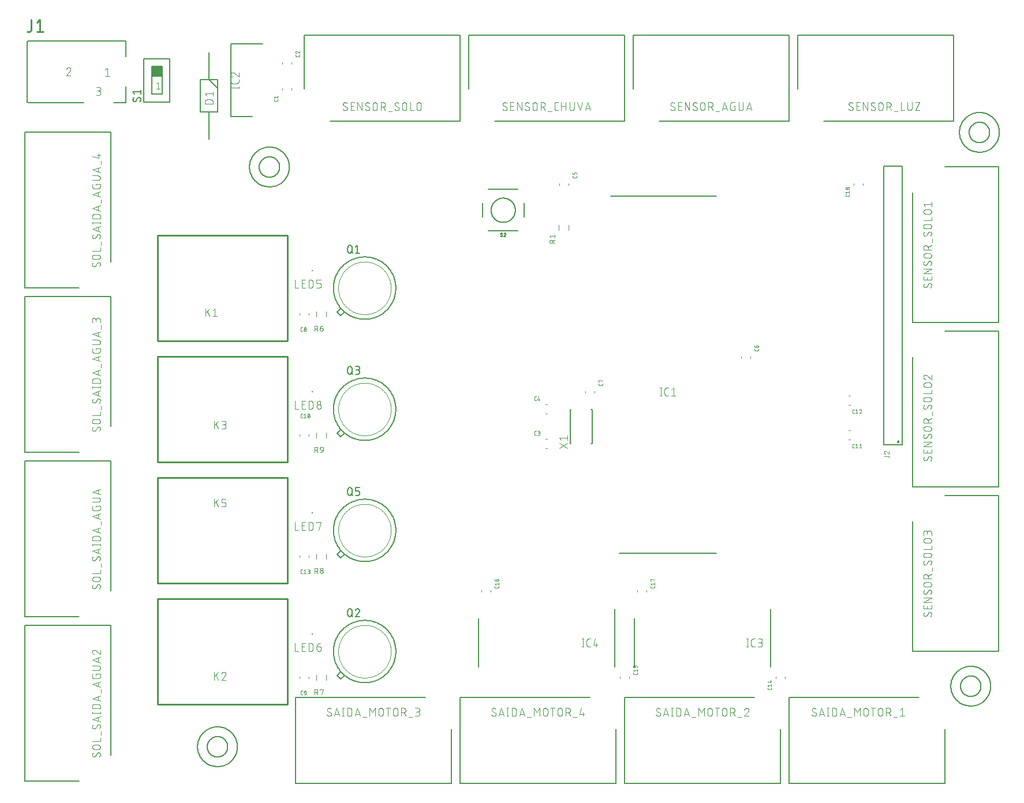
<source format=gbr>
G04 EAGLE Gerber RS-274X export*
G75*
%MOMM*%
%FSLAX34Y34*%
%LPD*%
%INSilkscreen Top*%
%IPPOS*%
%AMOC8*
5,1,8,0,0,1.08239X$1,22.5*%
G01*
%ADD10C,0.120000*%
%ADD11C,0.050800*%
%ADD12C,0.200000*%
%ADD13C,0.101600*%
%ADD14C,0.127000*%
%ADD15C,0.254000*%
%ADD16R,0.200000X0.200000*%
%ADD17C,0.152400*%
%ADD18C,0.076200*%
%ADD19R,1.524000X1.524000*%
%ADD20C,0.203200*%


D10*
X386900Y913050D02*
X386900Y915750D01*
X400500Y915750D02*
X400500Y913050D01*
D11*
X380746Y899358D02*
X380746Y898116D01*
X380744Y898046D01*
X380738Y897977D01*
X380728Y897908D01*
X380715Y897840D01*
X380697Y897772D01*
X380676Y897706D01*
X380651Y897641D01*
X380623Y897577D01*
X380591Y897515D01*
X380556Y897455D01*
X380517Y897397D01*
X380475Y897342D01*
X380430Y897288D01*
X380382Y897238D01*
X380332Y897190D01*
X380278Y897145D01*
X380223Y897103D01*
X380165Y897064D01*
X380105Y897029D01*
X380043Y896997D01*
X379979Y896969D01*
X379914Y896944D01*
X379848Y896923D01*
X379780Y896905D01*
X379712Y896892D01*
X379643Y896882D01*
X379574Y896876D01*
X379504Y896874D01*
X376400Y896874D01*
X376330Y896876D01*
X376261Y896882D01*
X376192Y896892D01*
X376124Y896905D01*
X376056Y896923D01*
X375990Y896944D01*
X375925Y896969D01*
X375861Y896997D01*
X375799Y897029D01*
X375739Y897064D01*
X375681Y897103D01*
X375626Y897145D01*
X375572Y897190D01*
X375522Y897238D01*
X375474Y897288D01*
X375429Y897342D01*
X375387Y897397D01*
X375348Y897455D01*
X375313Y897515D01*
X375281Y897577D01*
X375253Y897641D01*
X375228Y897706D01*
X375207Y897772D01*
X375189Y897840D01*
X375176Y897908D01*
X375166Y897977D01*
X375160Y898046D01*
X375158Y898116D01*
X375158Y899358D01*
X376400Y901462D02*
X375158Y903014D01*
X380746Y903014D01*
X380746Y901462D02*
X380746Y904567D01*
D10*
X412300Y407750D02*
X412300Y405050D01*
X425900Y405050D02*
X425900Y407750D01*
D11*
X416758Y432054D02*
X415516Y432054D01*
X415446Y432056D01*
X415377Y432062D01*
X415308Y432072D01*
X415240Y432085D01*
X415172Y432103D01*
X415106Y432124D01*
X415041Y432149D01*
X414977Y432177D01*
X414915Y432209D01*
X414855Y432244D01*
X414797Y432283D01*
X414742Y432325D01*
X414688Y432370D01*
X414638Y432418D01*
X414590Y432468D01*
X414545Y432522D01*
X414503Y432577D01*
X414464Y432635D01*
X414429Y432695D01*
X414397Y432757D01*
X414369Y432821D01*
X414344Y432886D01*
X414323Y432952D01*
X414305Y433020D01*
X414292Y433088D01*
X414282Y433157D01*
X414276Y433226D01*
X414274Y433296D01*
X414274Y436400D01*
X414276Y436470D01*
X414282Y436539D01*
X414292Y436608D01*
X414305Y436676D01*
X414323Y436744D01*
X414344Y436810D01*
X414369Y436875D01*
X414397Y436939D01*
X414429Y437001D01*
X414464Y437061D01*
X414503Y437119D01*
X414545Y437174D01*
X414590Y437228D01*
X414638Y437278D01*
X414688Y437326D01*
X414742Y437371D01*
X414797Y437413D01*
X414855Y437452D01*
X414915Y437487D01*
X414977Y437519D01*
X415041Y437547D01*
X415106Y437572D01*
X415172Y437593D01*
X415240Y437611D01*
X415308Y437624D01*
X415377Y437634D01*
X415446Y437640D01*
X415516Y437642D01*
X416758Y437642D01*
X418862Y436400D02*
X420414Y437642D01*
X420414Y432054D01*
X418862Y432054D02*
X421967Y432054D01*
X424349Y434848D02*
X424351Y434979D01*
X424356Y435109D01*
X424366Y435239D01*
X424379Y435369D01*
X424395Y435499D01*
X424415Y435628D01*
X424439Y435756D01*
X424467Y435883D01*
X424498Y436010D01*
X424533Y436136D01*
X424571Y436261D01*
X424613Y436385D01*
X424658Y436507D01*
X424707Y436628D01*
X424759Y436748D01*
X424815Y436866D01*
X424814Y436866D02*
X424837Y436926D01*
X424863Y436986D01*
X424892Y437043D01*
X424925Y437099D01*
X424961Y437153D01*
X424999Y437205D01*
X425041Y437255D01*
X425085Y437302D01*
X425132Y437347D01*
X425182Y437389D01*
X425233Y437428D01*
X425287Y437464D01*
X425343Y437497D01*
X425400Y437527D01*
X425459Y437554D01*
X425520Y437577D01*
X425581Y437597D01*
X425644Y437613D01*
X425708Y437626D01*
X425772Y437635D01*
X425836Y437640D01*
X425901Y437642D01*
X425966Y437640D01*
X426030Y437635D01*
X426094Y437626D01*
X426158Y437613D01*
X426221Y437597D01*
X426282Y437577D01*
X426343Y437554D01*
X426402Y437527D01*
X426459Y437497D01*
X426515Y437464D01*
X426569Y437428D01*
X426620Y437389D01*
X426670Y437347D01*
X426717Y437302D01*
X426761Y437255D01*
X426803Y437205D01*
X426841Y437153D01*
X426877Y437099D01*
X426910Y437043D01*
X426939Y436986D01*
X426965Y436926D01*
X426988Y436866D01*
X426987Y436866D02*
X427043Y436748D01*
X427095Y436628D01*
X427144Y436507D01*
X427189Y436385D01*
X427231Y436261D01*
X427269Y436136D01*
X427304Y436010D01*
X427335Y435884D01*
X427363Y435756D01*
X427387Y435628D01*
X427407Y435499D01*
X427423Y435369D01*
X427436Y435239D01*
X427446Y435109D01*
X427451Y434979D01*
X427453Y434848D01*
X424349Y434848D02*
X424351Y434717D01*
X424356Y434587D01*
X424366Y434457D01*
X424379Y434327D01*
X424395Y434197D01*
X424415Y434068D01*
X424439Y433940D01*
X424467Y433813D01*
X424498Y433686D01*
X424533Y433560D01*
X424571Y433435D01*
X424613Y433311D01*
X424658Y433189D01*
X424707Y433068D01*
X424759Y432948D01*
X424815Y432830D01*
X424814Y432830D02*
X424837Y432770D01*
X424863Y432710D01*
X424892Y432653D01*
X424925Y432597D01*
X424961Y432543D01*
X424999Y432491D01*
X425041Y432441D01*
X425085Y432394D01*
X425132Y432349D01*
X425182Y432307D01*
X425233Y432268D01*
X425287Y432232D01*
X425343Y432199D01*
X425400Y432169D01*
X425459Y432142D01*
X425520Y432119D01*
X425581Y432099D01*
X425644Y432083D01*
X425708Y432070D01*
X425772Y432061D01*
X425836Y432056D01*
X425901Y432054D01*
X426987Y432830D02*
X427043Y432948D01*
X427095Y433068D01*
X427144Y433189D01*
X427189Y433311D01*
X427231Y433435D01*
X427269Y433560D01*
X427304Y433686D01*
X427335Y433812D01*
X427363Y433940D01*
X427387Y434068D01*
X427407Y434197D01*
X427423Y434327D01*
X427436Y434457D01*
X427446Y434587D01*
X427451Y434717D01*
X427453Y434848D01*
X426988Y432830D02*
X426965Y432770D01*
X426939Y432710D01*
X426910Y432653D01*
X426877Y432597D01*
X426841Y432543D01*
X426803Y432491D01*
X426761Y432441D01*
X426717Y432394D01*
X426670Y432349D01*
X426620Y432307D01*
X426569Y432268D01*
X426515Y432232D01*
X426459Y432199D01*
X426402Y432169D01*
X426343Y432142D01*
X426282Y432119D01*
X426221Y432099D01*
X426158Y432083D01*
X426094Y432070D01*
X426030Y432061D01*
X425966Y432056D01*
X425901Y432054D01*
X424659Y433296D02*
X427143Y436400D01*
D10*
X1217850Y399600D02*
X1220550Y399600D01*
X1220550Y413200D02*
X1217850Y413200D01*
D11*
X1224789Y387858D02*
X1226031Y387858D01*
X1224789Y387858D02*
X1224719Y387860D01*
X1224650Y387866D01*
X1224581Y387876D01*
X1224513Y387889D01*
X1224445Y387907D01*
X1224379Y387928D01*
X1224314Y387953D01*
X1224250Y387981D01*
X1224188Y388013D01*
X1224128Y388048D01*
X1224070Y388087D01*
X1224015Y388129D01*
X1223961Y388174D01*
X1223911Y388222D01*
X1223863Y388272D01*
X1223818Y388326D01*
X1223776Y388381D01*
X1223737Y388439D01*
X1223702Y388499D01*
X1223670Y388561D01*
X1223642Y388625D01*
X1223617Y388690D01*
X1223596Y388756D01*
X1223578Y388824D01*
X1223565Y388892D01*
X1223555Y388961D01*
X1223549Y389030D01*
X1223547Y389100D01*
X1223547Y392204D01*
X1223549Y392274D01*
X1223555Y392343D01*
X1223565Y392412D01*
X1223578Y392480D01*
X1223596Y392548D01*
X1223617Y392614D01*
X1223642Y392679D01*
X1223670Y392743D01*
X1223702Y392805D01*
X1223737Y392865D01*
X1223776Y392923D01*
X1223818Y392978D01*
X1223863Y393032D01*
X1223911Y393082D01*
X1223961Y393130D01*
X1224015Y393175D01*
X1224070Y393217D01*
X1224128Y393256D01*
X1224188Y393291D01*
X1224250Y393323D01*
X1224314Y393351D01*
X1224379Y393376D01*
X1224445Y393397D01*
X1224513Y393415D01*
X1224581Y393428D01*
X1224650Y393438D01*
X1224719Y393444D01*
X1224789Y393446D01*
X1226031Y393446D01*
X1228135Y392204D02*
X1229687Y393446D01*
X1229687Y387858D01*
X1228135Y387858D02*
X1231240Y387858D01*
X1233622Y392204D02*
X1235174Y393446D01*
X1235174Y387858D01*
X1233622Y387858D02*
X1236726Y387858D01*
D10*
X1220550Y450400D02*
X1217850Y450400D01*
X1217850Y464000D02*
X1220550Y464000D01*
D11*
X1224789Y438658D02*
X1226031Y438658D01*
X1224789Y438658D02*
X1224719Y438660D01*
X1224650Y438666D01*
X1224581Y438676D01*
X1224513Y438689D01*
X1224445Y438707D01*
X1224379Y438728D01*
X1224314Y438753D01*
X1224250Y438781D01*
X1224188Y438813D01*
X1224128Y438848D01*
X1224070Y438887D01*
X1224015Y438929D01*
X1223961Y438974D01*
X1223911Y439022D01*
X1223863Y439072D01*
X1223818Y439126D01*
X1223776Y439181D01*
X1223737Y439239D01*
X1223702Y439299D01*
X1223670Y439361D01*
X1223642Y439425D01*
X1223617Y439490D01*
X1223596Y439556D01*
X1223578Y439624D01*
X1223565Y439692D01*
X1223555Y439761D01*
X1223549Y439830D01*
X1223547Y439900D01*
X1223547Y443004D01*
X1223549Y443074D01*
X1223555Y443143D01*
X1223565Y443212D01*
X1223578Y443280D01*
X1223596Y443348D01*
X1223617Y443414D01*
X1223642Y443479D01*
X1223670Y443543D01*
X1223702Y443605D01*
X1223737Y443665D01*
X1223776Y443723D01*
X1223818Y443778D01*
X1223863Y443832D01*
X1223911Y443882D01*
X1223961Y443930D01*
X1224015Y443975D01*
X1224070Y444017D01*
X1224128Y444056D01*
X1224188Y444091D01*
X1224250Y444123D01*
X1224314Y444151D01*
X1224379Y444176D01*
X1224445Y444197D01*
X1224513Y444215D01*
X1224581Y444228D01*
X1224650Y444238D01*
X1224719Y444244D01*
X1224789Y444246D01*
X1226031Y444246D01*
X1228135Y443004D02*
X1229687Y444246D01*
X1229687Y438658D01*
X1228135Y438658D02*
X1231240Y438658D01*
X1236726Y442849D02*
X1236724Y442922D01*
X1236718Y442995D01*
X1236709Y443068D01*
X1236695Y443139D01*
X1236678Y443211D01*
X1236658Y443281D01*
X1236633Y443350D01*
X1236605Y443417D01*
X1236574Y443483D01*
X1236539Y443548D01*
X1236501Y443610D01*
X1236459Y443670D01*
X1236415Y443728D01*
X1236367Y443784D01*
X1236317Y443837D01*
X1236264Y443887D01*
X1236208Y443935D01*
X1236150Y443979D01*
X1236090Y444021D01*
X1236028Y444059D01*
X1235963Y444094D01*
X1235897Y444125D01*
X1235830Y444153D01*
X1235761Y444178D01*
X1235691Y444198D01*
X1235619Y444215D01*
X1235548Y444229D01*
X1235475Y444238D01*
X1235402Y444244D01*
X1235329Y444246D01*
X1235245Y444244D01*
X1235162Y444238D01*
X1235079Y444229D01*
X1234997Y444215D01*
X1234915Y444198D01*
X1234834Y444176D01*
X1234754Y444151D01*
X1234676Y444123D01*
X1234598Y444091D01*
X1234523Y444055D01*
X1234449Y444016D01*
X1234377Y443973D01*
X1234307Y443927D01*
X1234240Y443878D01*
X1234174Y443825D01*
X1234112Y443770D01*
X1234052Y443712D01*
X1233994Y443651D01*
X1233940Y443588D01*
X1233888Y443522D01*
X1233840Y443454D01*
X1233795Y443383D01*
X1233753Y443311D01*
X1233715Y443236D01*
X1233680Y443160D01*
X1233649Y443083D01*
X1233621Y443004D01*
X1236260Y441763D02*
X1236314Y441816D01*
X1236365Y441873D01*
X1236413Y441932D01*
X1236458Y441993D01*
X1236499Y442056D01*
X1236538Y442122D01*
X1236573Y442189D01*
X1236605Y442258D01*
X1236633Y442329D01*
X1236657Y442400D01*
X1236678Y442473D01*
X1236695Y442547D01*
X1236709Y442622D01*
X1236718Y442697D01*
X1236724Y442773D01*
X1236726Y442849D01*
X1236260Y441762D02*
X1233622Y438658D01*
X1236726Y438658D01*
D10*
X412300Y229950D02*
X412300Y227250D01*
X425900Y227250D02*
X425900Y229950D01*
D11*
X416758Y203454D02*
X415516Y203454D01*
X415446Y203456D01*
X415377Y203462D01*
X415308Y203472D01*
X415240Y203485D01*
X415172Y203503D01*
X415106Y203524D01*
X415041Y203549D01*
X414977Y203577D01*
X414915Y203609D01*
X414855Y203644D01*
X414797Y203683D01*
X414742Y203725D01*
X414688Y203770D01*
X414638Y203818D01*
X414590Y203868D01*
X414545Y203922D01*
X414503Y203977D01*
X414464Y204035D01*
X414429Y204095D01*
X414397Y204157D01*
X414369Y204221D01*
X414344Y204286D01*
X414323Y204352D01*
X414305Y204420D01*
X414292Y204488D01*
X414282Y204557D01*
X414276Y204626D01*
X414274Y204696D01*
X414274Y207800D01*
X414276Y207870D01*
X414282Y207939D01*
X414292Y208008D01*
X414305Y208076D01*
X414323Y208144D01*
X414344Y208210D01*
X414369Y208275D01*
X414397Y208339D01*
X414429Y208401D01*
X414464Y208461D01*
X414503Y208519D01*
X414545Y208574D01*
X414590Y208628D01*
X414638Y208678D01*
X414688Y208726D01*
X414742Y208771D01*
X414797Y208813D01*
X414855Y208852D01*
X414915Y208887D01*
X414977Y208919D01*
X415041Y208947D01*
X415106Y208972D01*
X415172Y208993D01*
X415240Y209011D01*
X415308Y209024D01*
X415377Y209034D01*
X415446Y209040D01*
X415516Y209042D01*
X416758Y209042D01*
X418862Y207800D02*
X420414Y209042D01*
X420414Y203454D01*
X418862Y203454D02*
X421967Y203454D01*
X424349Y203454D02*
X425901Y203454D01*
X425978Y203456D01*
X426056Y203462D01*
X426132Y203471D01*
X426209Y203485D01*
X426284Y203502D01*
X426358Y203523D01*
X426432Y203548D01*
X426504Y203576D01*
X426574Y203608D01*
X426643Y203643D01*
X426710Y203682D01*
X426775Y203724D01*
X426838Y203769D01*
X426899Y203817D01*
X426957Y203868D01*
X427012Y203922D01*
X427065Y203979D01*
X427114Y204038D01*
X427161Y204100D01*
X427205Y204164D01*
X427245Y204230D01*
X427282Y204298D01*
X427316Y204368D01*
X427346Y204439D01*
X427372Y204512D01*
X427395Y204586D01*
X427414Y204661D01*
X427429Y204736D01*
X427441Y204813D01*
X427449Y204890D01*
X427453Y204967D01*
X427453Y205045D01*
X427449Y205122D01*
X427441Y205199D01*
X427429Y205276D01*
X427414Y205351D01*
X427395Y205426D01*
X427372Y205500D01*
X427346Y205573D01*
X427316Y205644D01*
X427282Y205714D01*
X427245Y205782D01*
X427205Y205848D01*
X427161Y205912D01*
X427114Y205974D01*
X427065Y206033D01*
X427012Y206090D01*
X426957Y206144D01*
X426899Y206195D01*
X426838Y206243D01*
X426775Y206288D01*
X426710Y206330D01*
X426643Y206369D01*
X426574Y206404D01*
X426504Y206436D01*
X426432Y206464D01*
X426358Y206489D01*
X426284Y206510D01*
X426209Y206527D01*
X426132Y206541D01*
X426056Y206550D01*
X425978Y206556D01*
X425901Y206558D01*
X426211Y209042D02*
X424349Y209042D01*
X426211Y209042D02*
X426281Y209040D01*
X426350Y209034D01*
X426419Y209024D01*
X426487Y209011D01*
X426555Y208993D01*
X426621Y208972D01*
X426686Y208947D01*
X426750Y208919D01*
X426812Y208887D01*
X426872Y208852D01*
X426930Y208813D01*
X426985Y208771D01*
X427039Y208726D01*
X427089Y208678D01*
X427137Y208628D01*
X427182Y208574D01*
X427224Y208519D01*
X427263Y208461D01*
X427298Y208401D01*
X427330Y208339D01*
X427358Y208275D01*
X427383Y208210D01*
X427404Y208144D01*
X427422Y208076D01*
X427435Y208008D01*
X427445Y207939D01*
X427451Y207870D01*
X427453Y207800D01*
X427451Y207730D01*
X427445Y207661D01*
X427435Y207592D01*
X427422Y207524D01*
X427404Y207456D01*
X427383Y207390D01*
X427358Y207325D01*
X427330Y207261D01*
X427298Y207199D01*
X427263Y207139D01*
X427224Y207081D01*
X427182Y207026D01*
X427137Y206972D01*
X427089Y206922D01*
X427039Y206874D01*
X426985Y206829D01*
X426930Y206787D01*
X426872Y206748D01*
X426812Y206713D01*
X426750Y206681D01*
X426686Y206653D01*
X426621Y206628D01*
X426555Y206607D01*
X426487Y206589D01*
X426419Y206576D01*
X426350Y206566D01*
X426281Y206560D01*
X426211Y206558D01*
X424969Y206558D01*
D10*
X1110800Y52150D02*
X1110800Y49450D01*
X1124400Y49450D02*
X1124400Y52150D01*
D11*
X1104646Y35758D02*
X1104646Y34516D01*
X1104644Y34446D01*
X1104638Y34377D01*
X1104628Y34308D01*
X1104615Y34240D01*
X1104597Y34172D01*
X1104576Y34106D01*
X1104551Y34041D01*
X1104523Y33977D01*
X1104491Y33915D01*
X1104456Y33855D01*
X1104417Y33797D01*
X1104375Y33742D01*
X1104330Y33688D01*
X1104282Y33638D01*
X1104232Y33590D01*
X1104178Y33545D01*
X1104123Y33503D01*
X1104065Y33464D01*
X1104005Y33429D01*
X1103943Y33397D01*
X1103879Y33369D01*
X1103814Y33344D01*
X1103748Y33323D01*
X1103680Y33305D01*
X1103612Y33292D01*
X1103543Y33282D01*
X1103474Y33276D01*
X1103404Y33274D01*
X1100300Y33274D01*
X1100230Y33276D01*
X1100161Y33282D01*
X1100092Y33292D01*
X1100024Y33305D01*
X1099956Y33323D01*
X1099890Y33344D01*
X1099825Y33369D01*
X1099761Y33397D01*
X1099699Y33429D01*
X1099639Y33464D01*
X1099581Y33503D01*
X1099526Y33545D01*
X1099472Y33590D01*
X1099422Y33638D01*
X1099374Y33688D01*
X1099329Y33742D01*
X1099287Y33797D01*
X1099248Y33855D01*
X1099213Y33915D01*
X1099181Y33977D01*
X1099153Y34041D01*
X1099128Y34106D01*
X1099107Y34172D01*
X1099089Y34240D01*
X1099076Y34308D01*
X1099066Y34377D01*
X1099060Y34446D01*
X1099058Y34516D01*
X1099058Y35758D01*
X1100300Y37862D02*
X1099058Y39414D01*
X1104646Y39414D01*
X1104646Y37862D02*
X1104646Y40967D01*
X1103404Y43349D02*
X1099058Y44590D01*
X1103404Y43349D02*
X1103404Y46453D01*
X1102162Y45522D02*
X1104646Y45522D01*
D10*
X895800Y49450D02*
X895800Y52150D01*
X882200Y52150D02*
X882200Y49450D01*
D11*
X907542Y56389D02*
X907542Y57631D01*
X907542Y56389D02*
X907540Y56319D01*
X907534Y56250D01*
X907524Y56181D01*
X907511Y56113D01*
X907493Y56045D01*
X907472Y55979D01*
X907447Y55914D01*
X907419Y55850D01*
X907387Y55788D01*
X907352Y55728D01*
X907313Y55670D01*
X907271Y55615D01*
X907226Y55561D01*
X907178Y55511D01*
X907128Y55463D01*
X907074Y55418D01*
X907019Y55376D01*
X906961Y55337D01*
X906901Y55302D01*
X906839Y55270D01*
X906775Y55242D01*
X906710Y55217D01*
X906644Y55196D01*
X906576Y55178D01*
X906508Y55165D01*
X906439Y55155D01*
X906370Y55149D01*
X906300Y55147D01*
X903196Y55147D01*
X903126Y55149D01*
X903057Y55155D01*
X902988Y55165D01*
X902920Y55178D01*
X902852Y55196D01*
X902786Y55217D01*
X902721Y55242D01*
X902657Y55270D01*
X902595Y55302D01*
X902535Y55337D01*
X902477Y55376D01*
X902422Y55418D01*
X902368Y55463D01*
X902318Y55511D01*
X902270Y55561D01*
X902225Y55615D01*
X902183Y55670D01*
X902144Y55728D01*
X902109Y55788D01*
X902077Y55850D01*
X902049Y55914D01*
X902024Y55979D01*
X902003Y56045D01*
X901985Y56113D01*
X901972Y56181D01*
X901962Y56250D01*
X901956Y56319D01*
X901954Y56389D01*
X901954Y57631D01*
X903196Y59735D02*
X901954Y61287D01*
X907542Y61287D01*
X907542Y59735D02*
X907542Y62840D01*
X907542Y65222D02*
X907542Y67084D01*
X907540Y67154D01*
X907534Y67223D01*
X907524Y67292D01*
X907511Y67360D01*
X907493Y67428D01*
X907472Y67494D01*
X907447Y67559D01*
X907419Y67623D01*
X907387Y67685D01*
X907352Y67745D01*
X907313Y67803D01*
X907271Y67858D01*
X907226Y67912D01*
X907178Y67962D01*
X907128Y68010D01*
X907074Y68055D01*
X907019Y68097D01*
X906961Y68136D01*
X906901Y68171D01*
X906839Y68203D01*
X906775Y68231D01*
X906710Y68256D01*
X906644Y68277D01*
X906576Y68295D01*
X906508Y68308D01*
X906439Y68318D01*
X906370Y68324D01*
X906300Y68326D01*
X905679Y68326D01*
X905609Y68324D01*
X905540Y68318D01*
X905471Y68308D01*
X905403Y68295D01*
X905335Y68277D01*
X905269Y68256D01*
X905204Y68231D01*
X905140Y68203D01*
X905078Y68171D01*
X905018Y68136D01*
X904960Y68097D01*
X904905Y68055D01*
X904851Y68010D01*
X904801Y67962D01*
X904753Y67912D01*
X904708Y67858D01*
X904666Y67803D01*
X904627Y67745D01*
X904592Y67685D01*
X904560Y67623D01*
X904532Y67559D01*
X904507Y67494D01*
X904486Y67428D01*
X904468Y67360D01*
X904455Y67292D01*
X904445Y67223D01*
X904439Y67154D01*
X904437Y67084D01*
X904438Y67084D02*
X904438Y65222D01*
X901954Y65222D01*
X901954Y68326D01*
D10*
X692600Y176450D02*
X692600Y179150D01*
X679000Y179150D02*
X679000Y176450D01*
D11*
X704342Y183389D02*
X704342Y184631D01*
X704342Y183389D02*
X704340Y183319D01*
X704334Y183250D01*
X704324Y183181D01*
X704311Y183113D01*
X704293Y183045D01*
X704272Y182979D01*
X704247Y182914D01*
X704219Y182850D01*
X704187Y182788D01*
X704152Y182728D01*
X704113Y182670D01*
X704071Y182615D01*
X704026Y182561D01*
X703978Y182511D01*
X703928Y182463D01*
X703874Y182418D01*
X703819Y182376D01*
X703761Y182337D01*
X703701Y182302D01*
X703639Y182270D01*
X703575Y182242D01*
X703510Y182217D01*
X703444Y182196D01*
X703376Y182178D01*
X703308Y182165D01*
X703239Y182155D01*
X703170Y182149D01*
X703100Y182147D01*
X699996Y182147D01*
X699926Y182149D01*
X699857Y182155D01*
X699788Y182165D01*
X699720Y182178D01*
X699652Y182196D01*
X699586Y182217D01*
X699521Y182242D01*
X699457Y182270D01*
X699395Y182302D01*
X699335Y182337D01*
X699277Y182376D01*
X699222Y182418D01*
X699168Y182463D01*
X699118Y182511D01*
X699070Y182561D01*
X699025Y182615D01*
X698983Y182670D01*
X698944Y182728D01*
X698909Y182788D01*
X698877Y182850D01*
X698849Y182914D01*
X698824Y182979D01*
X698803Y183045D01*
X698785Y183113D01*
X698772Y183181D01*
X698762Y183250D01*
X698756Y183319D01*
X698754Y183389D01*
X698754Y184631D01*
X699996Y186735D02*
X698754Y188287D01*
X704342Y188287D01*
X704342Y186735D02*
X704342Y189840D01*
X701238Y192222D02*
X701238Y194084D01*
X701237Y194084D02*
X701239Y194154D01*
X701245Y194223D01*
X701255Y194292D01*
X701268Y194360D01*
X701286Y194428D01*
X701307Y194494D01*
X701332Y194559D01*
X701360Y194623D01*
X701392Y194685D01*
X701427Y194745D01*
X701466Y194803D01*
X701508Y194858D01*
X701553Y194912D01*
X701601Y194962D01*
X701651Y195010D01*
X701705Y195055D01*
X701760Y195097D01*
X701818Y195136D01*
X701878Y195171D01*
X701940Y195203D01*
X702004Y195231D01*
X702069Y195256D01*
X702135Y195277D01*
X702203Y195295D01*
X702271Y195308D01*
X702340Y195318D01*
X702409Y195324D01*
X702479Y195326D01*
X702790Y195326D01*
X702867Y195324D01*
X702945Y195318D01*
X703021Y195309D01*
X703098Y195295D01*
X703173Y195278D01*
X703247Y195257D01*
X703321Y195232D01*
X703393Y195204D01*
X703463Y195172D01*
X703532Y195137D01*
X703599Y195098D01*
X703664Y195056D01*
X703727Y195011D01*
X703788Y194963D01*
X703846Y194912D01*
X703901Y194858D01*
X703954Y194801D01*
X704003Y194742D01*
X704050Y194680D01*
X704094Y194616D01*
X704134Y194550D01*
X704171Y194482D01*
X704205Y194412D01*
X704235Y194341D01*
X704261Y194268D01*
X704284Y194194D01*
X704303Y194119D01*
X704318Y194044D01*
X704330Y193967D01*
X704338Y193890D01*
X704342Y193813D01*
X704342Y193735D01*
X704338Y193658D01*
X704330Y193581D01*
X704318Y193504D01*
X704303Y193429D01*
X704284Y193354D01*
X704261Y193280D01*
X704235Y193207D01*
X704205Y193136D01*
X704171Y193066D01*
X704134Y192998D01*
X704094Y192932D01*
X704050Y192868D01*
X704003Y192806D01*
X703954Y192747D01*
X703901Y192690D01*
X703846Y192636D01*
X703788Y192585D01*
X703727Y192537D01*
X703664Y192492D01*
X703599Y192450D01*
X703532Y192411D01*
X703463Y192376D01*
X703393Y192344D01*
X703321Y192316D01*
X703247Y192291D01*
X703173Y192270D01*
X703098Y192253D01*
X703021Y192239D01*
X702945Y192230D01*
X702867Y192224D01*
X702790Y192222D01*
X701238Y192222D01*
X701238Y192221D02*
X701140Y192223D01*
X701043Y192229D01*
X700946Y192238D01*
X700849Y192252D01*
X700753Y192269D01*
X700658Y192290D01*
X700564Y192314D01*
X700470Y192343D01*
X700378Y192375D01*
X700287Y192410D01*
X700198Y192449D01*
X700110Y192492D01*
X700024Y192538D01*
X699940Y192587D01*
X699858Y192640D01*
X699778Y192695D01*
X699700Y192754D01*
X699625Y192816D01*
X699552Y192881D01*
X699482Y192949D01*
X699414Y193019D01*
X699349Y193092D01*
X699287Y193167D01*
X699228Y193245D01*
X699173Y193325D01*
X699120Y193407D01*
X699071Y193491D01*
X699025Y193577D01*
X698982Y193665D01*
X698943Y193754D01*
X698908Y193845D01*
X698876Y193937D01*
X698847Y194031D01*
X698823Y194125D01*
X698802Y194220D01*
X698785Y194316D01*
X698771Y194413D01*
X698762Y194510D01*
X698756Y194607D01*
X698754Y194705D01*
D10*
X921200Y179150D02*
X921200Y176450D01*
X907600Y176450D02*
X907600Y179150D01*
D11*
X932942Y183389D02*
X932942Y184631D01*
X932942Y183389D02*
X932940Y183319D01*
X932934Y183250D01*
X932924Y183181D01*
X932911Y183113D01*
X932893Y183045D01*
X932872Y182979D01*
X932847Y182914D01*
X932819Y182850D01*
X932787Y182788D01*
X932752Y182728D01*
X932713Y182670D01*
X932671Y182615D01*
X932626Y182561D01*
X932578Y182511D01*
X932528Y182463D01*
X932474Y182418D01*
X932419Y182376D01*
X932361Y182337D01*
X932301Y182302D01*
X932239Y182270D01*
X932175Y182242D01*
X932110Y182217D01*
X932044Y182196D01*
X931976Y182178D01*
X931908Y182165D01*
X931839Y182155D01*
X931770Y182149D01*
X931700Y182147D01*
X928596Y182147D01*
X928526Y182149D01*
X928457Y182155D01*
X928388Y182165D01*
X928320Y182178D01*
X928252Y182196D01*
X928186Y182217D01*
X928121Y182242D01*
X928057Y182270D01*
X927995Y182302D01*
X927935Y182337D01*
X927877Y182376D01*
X927822Y182418D01*
X927768Y182463D01*
X927718Y182511D01*
X927670Y182561D01*
X927625Y182615D01*
X927583Y182670D01*
X927544Y182728D01*
X927509Y182788D01*
X927477Y182850D01*
X927449Y182914D01*
X927424Y182979D01*
X927403Y183045D01*
X927385Y183113D01*
X927372Y183181D01*
X927362Y183250D01*
X927356Y183319D01*
X927354Y183389D01*
X927354Y184631D01*
X928596Y186735D02*
X927354Y188287D01*
X932942Y188287D01*
X932942Y186735D02*
X932942Y189840D01*
X927975Y192222D02*
X927354Y192222D01*
X927354Y195326D01*
X932942Y193774D01*
D10*
X1225100Y773350D02*
X1225100Y776050D01*
X1238700Y776050D02*
X1238700Y773350D01*
D11*
X1218946Y759658D02*
X1218946Y758416D01*
X1218944Y758346D01*
X1218938Y758277D01*
X1218928Y758208D01*
X1218915Y758140D01*
X1218897Y758072D01*
X1218876Y758006D01*
X1218851Y757941D01*
X1218823Y757877D01*
X1218791Y757815D01*
X1218756Y757755D01*
X1218717Y757697D01*
X1218675Y757642D01*
X1218630Y757588D01*
X1218582Y757538D01*
X1218532Y757490D01*
X1218478Y757445D01*
X1218423Y757403D01*
X1218365Y757364D01*
X1218305Y757329D01*
X1218243Y757297D01*
X1218179Y757269D01*
X1218114Y757244D01*
X1218048Y757223D01*
X1217980Y757205D01*
X1217912Y757192D01*
X1217843Y757182D01*
X1217774Y757176D01*
X1217704Y757174D01*
X1214600Y757174D01*
X1214530Y757176D01*
X1214461Y757182D01*
X1214392Y757192D01*
X1214324Y757205D01*
X1214256Y757223D01*
X1214190Y757244D01*
X1214125Y757269D01*
X1214061Y757297D01*
X1213999Y757329D01*
X1213939Y757364D01*
X1213881Y757403D01*
X1213826Y757445D01*
X1213772Y757490D01*
X1213722Y757538D01*
X1213674Y757588D01*
X1213629Y757642D01*
X1213587Y757697D01*
X1213548Y757755D01*
X1213513Y757815D01*
X1213481Y757877D01*
X1213453Y757941D01*
X1213428Y758006D01*
X1213407Y758072D01*
X1213389Y758140D01*
X1213376Y758208D01*
X1213366Y758277D01*
X1213360Y758346D01*
X1213358Y758416D01*
X1213358Y759658D01*
X1214600Y761762D02*
X1213358Y763314D01*
X1218946Y763314D01*
X1218946Y761762D02*
X1218946Y764867D01*
X1217394Y767249D02*
X1217317Y767251D01*
X1217239Y767257D01*
X1217163Y767266D01*
X1217086Y767280D01*
X1217011Y767297D01*
X1216937Y767318D01*
X1216863Y767343D01*
X1216791Y767371D01*
X1216721Y767403D01*
X1216652Y767438D01*
X1216585Y767477D01*
X1216520Y767519D01*
X1216457Y767564D01*
X1216396Y767612D01*
X1216338Y767663D01*
X1216283Y767717D01*
X1216230Y767774D01*
X1216181Y767833D01*
X1216134Y767895D01*
X1216090Y767959D01*
X1216050Y768025D01*
X1216013Y768093D01*
X1215979Y768163D01*
X1215949Y768234D01*
X1215923Y768307D01*
X1215900Y768381D01*
X1215881Y768456D01*
X1215866Y768531D01*
X1215854Y768608D01*
X1215846Y768685D01*
X1215842Y768762D01*
X1215842Y768840D01*
X1215846Y768917D01*
X1215854Y768994D01*
X1215866Y769071D01*
X1215881Y769146D01*
X1215900Y769221D01*
X1215923Y769295D01*
X1215949Y769368D01*
X1215979Y769439D01*
X1216013Y769509D01*
X1216050Y769577D01*
X1216090Y769643D01*
X1216134Y769707D01*
X1216181Y769769D01*
X1216230Y769828D01*
X1216283Y769885D01*
X1216338Y769939D01*
X1216396Y769990D01*
X1216457Y770038D01*
X1216520Y770083D01*
X1216585Y770125D01*
X1216652Y770164D01*
X1216721Y770199D01*
X1216791Y770231D01*
X1216863Y770259D01*
X1216937Y770284D01*
X1217011Y770305D01*
X1217086Y770322D01*
X1217163Y770336D01*
X1217239Y770345D01*
X1217317Y770351D01*
X1217394Y770353D01*
X1217471Y770351D01*
X1217549Y770345D01*
X1217625Y770336D01*
X1217702Y770322D01*
X1217777Y770305D01*
X1217851Y770284D01*
X1217925Y770259D01*
X1217997Y770231D01*
X1218067Y770199D01*
X1218136Y770164D01*
X1218203Y770125D01*
X1218268Y770083D01*
X1218331Y770038D01*
X1218392Y769990D01*
X1218450Y769939D01*
X1218505Y769885D01*
X1218558Y769828D01*
X1218607Y769769D01*
X1218654Y769707D01*
X1218698Y769643D01*
X1218738Y769577D01*
X1218775Y769509D01*
X1218809Y769439D01*
X1218839Y769368D01*
X1218865Y769295D01*
X1218888Y769221D01*
X1218907Y769146D01*
X1218922Y769071D01*
X1218934Y768994D01*
X1218942Y768917D01*
X1218946Y768840D01*
X1218946Y768762D01*
X1218942Y768685D01*
X1218934Y768608D01*
X1218922Y768531D01*
X1218907Y768456D01*
X1218888Y768381D01*
X1218865Y768307D01*
X1218839Y768234D01*
X1218809Y768163D01*
X1218775Y768093D01*
X1218738Y768025D01*
X1218698Y767959D01*
X1218654Y767895D01*
X1218607Y767833D01*
X1218558Y767774D01*
X1218505Y767717D01*
X1218450Y767663D01*
X1218392Y767612D01*
X1218331Y767564D01*
X1218268Y767519D01*
X1218203Y767477D01*
X1218136Y767438D01*
X1218067Y767403D01*
X1217997Y767371D01*
X1217925Y767343D01*
X1217851Y767318D01*
X1217777Y767297D01*
X1217702Y767280D01*
X1217625Y767266D01*
X1217549Y767257D01*
X1217471Y767251D01*
X1217394Y767249D01*
X1214600Y767559D02*
X1214530Y767561D01*
X1214461Y767567D01*
X1214392Y767577D01*
X1214324Y767590D01*
X1214256Y767608D01*
X1214190Y767629D01*
X1214125Y767654D01*
X1214061Y767682D01*
X1213999Y767714D01*
X1213939Y767749D01*
X1213881Y767788D01*
X1213826Y767830D01*
X1213772Y767875D01*
X1213722Y767923D01*
X1213674Y767973D01*
X1213629Y768027D01*
X1213587Y768082D01*
X1213548Y768140D01*
X1213513Y768200D01*
X1213481Y768262D01*
X1213453Y768326D01*
X1213428Y768391D01*
X1213407Y768457D01*
X1213389Y768525D01*
X1213376Y768593D01*
X1213366Y768662D01*
X1213360Y768731D01*
X1213358Y768801D01*
X1213360Y768871D01*
X1213366Y768940D01*
X1213376Y769009D01*
X1213389Y769077D01*
X1213407Y769145D01*
X1213428Y769211D01*
X1213453Y769276D01*
X1213481Y769340D01*
X1213513Y769402D01*
X1213548Y769462D01*
X1213587Y769520D01*
X1213629Y769575D01*
X1213674Y769629D01*
X1213722Y769679D01*
X1213772Y769727D01*
X1213826Y769772D01*
X1213881Y769814D01*
X1213939Y769853D01*
X1213999Y769888D01*
X1214061Y769920D01*
X1214125Y769948D01*
X1214190Y769973D01*
X1214256Y769994D01*
X1214324Y770012D01*
X1214392Y770025D01*
X1214461Y770035D01*
X1214530Y770041D01*
X1214600Y770043D01*
X1214670Y770041D01*
X1214739Y770035D01*
X1214808Y770025D01*
X1214876Y770012D01*
X1214944Y769994D01*
X1215010Y769973D01*
X1215075Y769948D01*
X1215139Y769920D01*
X1215201Y769888D01*
X1215261Y769853D01*
X1215319Y769814D01*
X1215374Y769772D01*
X1215428Y769727D01*
X1215478Y769679D01*
X1215526Y769629D01*
X1215571Y769575D01*
X1215613Y769520D01*
X1215652Y769462D01*
X1215687Y769402D01*
X1215719Y769340D01*
X1215747Y769276D01*
X1215772Y769211D01*
X1215793Y769145D01*
X1215811Y769077D01*
X1215824Y769009D01*
X1215834Y768940D01*
X1215840Y768871D01*
X1215842Y768801D01*
X1215840Y768731D01*
X1215834Y768662D01*
X1215824Y768593D01*
X1215811Y768525D01*
X1215793Y768457D01*
X1215772Y768391D01*
X1215747Y768326D01*
X1215719Y768262D01*
X1215687Y768200D01*
X1215652Y768140D01*
X1215613Y768082D01*
X1215571Y768027D01*
X1215526Y767973D01*
X1215478Y767923D01*
X1215428Y767875D01*
X1215374Y767830D01*
X1215319Y767788D01*
X1215261Y767749D01*
X1215201Y767714D01*
X1215139Y767682D01*
X1215075Y767654D01*
X1215010Y767629D01*
X1214944Y767608D01*
X1214876Y767590D01*
X1214808Y767577D01*
X1214739Y767567D01*
X1214670Y767561D01*
X1214600Y767559D01*
D10*
X400500Y951150D02*
X400500Y953850D01*
X386900Y953850D02*
X386900Y951150D01*
D11*
X412242Y963575D02*
X412242Y964817D01*
X412242Y963575D02*
X412240Y963505D01*
X412234Y963436D01*
X412224Y963367D01*
X412211Y963299D01*
X412193Y963231D01*
X412172Y963165D01*
X412147Y963100D01*
X412119Y963036D01*
X412087Y962974D01*
X412052Y962914D01*
X412013Y962856D01*
X411971Y962801D01*
X411926Y962747D01*
X411878Y962697D01*
X411828Y962649D01*
X411774Y962604D01*
X411719Y962562D01*
X411661Y962523D01*
X411601Y962488D01*
X411539Y962456D01*
X411475Y962428D01*
X411410Y962403D01*
X411344Y962382D01*
X411276Y962364D01*
X411208Y962351D01*
X411139Y962341D01*
X411070Y962335D01*
X411000Y962333D01*
X407896Y962333D01*
X407826Y962335D01*
X407757Y962341D01*
X407688Y962351D01*
X407620Y962364D01*
X407552Y962382D01*
X407486Y962403D01*
X407421Y962428D01*
X407357Y962456D01*
X407295Y962488D01*
X407235Y962523D01*
X407177Y962562D01*
X407122Y962604D01*
X407068Y962649D01*
X407018Y962697D01*
X406970Y962747D01*
X406925Y962801D01*
X406883Y962856D01*
X406844Y962914D01*
X406809Y962974D01*
X406777Y963036D01*
X406749Y963100D01*
X406724Y963165D01*
X406703Y963231D01*
X406685Y963299D01*
X406672Y963367D01*
X406662Y963436D01*
X406656Y963505D01*
X406654Y963575D01*
X406654Y964817D01*
X406654Y968629D02*
X406656Y968702D01*
X406662Y968775D01*
X406671Y968848D01*
X406685Y968919D01*
X406702Y968991D01*
X406722Y969061D01*
X406747Y969130D01*
X406775Y969197D01*
X406806Y969263D01*
X406841Y969328D01*
X406879Y969390D01*
X406921Y969450D01*
X406965Y969508D01*
X407013Y969564D01*
X407063Y969617D01*
X407116Y969667D01*
X407172Y969715D01*
X407230Y969759D01*
X407290Y969801D01*
X407353Y969839D01*
X407417Y969874D01*
X407483Y969905D01*
X407550Y969933D01*
X407619Y969958D01*
X407689Y969978D01*
X407761Y969995D01*
X407832Y970009D01*
X407905Y970018D01*
X407978Y970024D01*
X408051Y970026D01*
X406654Y968629D02*
X406656Y968545D01*
X406662Y968462D01*
X406671Y968379D01*
X406685Y968296D01*
X406702Y968215D01*
X406724Y968134D01*
X406749Y968054D01*
X406777Y967976D01*
X406809Y967898D01*
X406845Y967823D01*
X406884Y967749D01*
X406927Y967677D01*
X406973Y967607D01*
X407022Y967540D01*
X407075Y967474D01*
X407130Y967412D01*
X407188Y967352D01*
X407249Y967294D01*
X407312Y967240D01*
X407378Y967188D01*
X407446Y967140D01*
X407517Y967095D01*
X407589Y967053D01*
X407664Y967015D01*
X407740Y966980D01*
X407817Y966949D01*
X407896Y966921D01*
X409137Y969560D02*
X409084Y969614D01*
X409027Y969665D01*
X408968Y969713D01*
X408907Y969758D01*
X408844Y969799D01*
X408778Y969838D01*
X408711Y969873D01*
X408642Y969905D01*
X408571Y969933D01*
X408500Y969957D01*
X408427Y969978D01*
X408353Y969995D01*
X408278Y970009D01*
X408203Y970018D01*
X408127Y970024D01*
X408051Y970026D01*
X409138Y969560D02*
X412242Y966922D01*
X412242Y970026D01*
D10*
X773350Y400500D02*
X776050Y400500D01*
X776050Y386900D02*
X773350Y386900D01*
D11*
X759658Y406654D02*
X758416Y406654D01*
X758346Y406656D01*
X758277Y406662D01*
X758208Y406672D01*
X758140Y406685D01*
X758072Y406703D01*
X758006Y406724D01*
X757941Y406749D01*
X757877Y406777D01*
X757815Y406809D01*
X757755Y406844D01*
X757697Y406883D01*
X757642Y406925D01*
X757588Y406970D01*
X757538Y407018D01*
X757490Y407068D01*
X757445Y407122D01*
X757403Y407177D01*
X757364Y407235D01*
X757329Y407295D01*
X757297Y407357D01*
X757269Y407421D01*
X757244Y407486D01*
X757223Y407552D01*
X757205Y407620D01*
X757192Y407688D01*
X757182Y407757D01*
X757176Y407826D01*
X757174Y407896D01*
X757174Y411000D01*
X757176Y411070D01*
X757182Y411139D01*
X757192Y411208D01*
X757205Y411276D01*
X757223Y411344D01*
X757244Y411410D01*
X757269Y411475D01*
X757297Y411539D01*
X757329Y411601D01*
X757364Y411661D01*
X757403Y411719D01*
X757445Y411774D01*
X757490Y411828D01*
X757538Y411878D01*
X757588Y411926D01*
X757642Y411971D01*
X757697Y412013D01*
X757755Y412052D01*
X757815Y412087D01*
X757877Y412119D01*
X757941Y412147D01*
X758006Y412172D01*
X758072Y412193D01*
X758140Y412211D01*
X758208Y412224D01*
X758277Y412234D01*
X758346Y412240D01*
X758416Y412242D01*
X759658Y412242D01*
X761762Y406654D02*
X763314Y406654D01*
X763391Y406656D01*
X763469Y406662D01*
X763545Y406671D01*
X763622Y406685D01*
X763697Y406702D01*
X763771Y406723D01*
X763845Y406748D01*
X763917Y406776D01*
X763987Y406808D01*
X764056Y406843D01*
X764123Y406882D01*
X764188Y406924D01*
X764251Y406969D01*
X764312Y407017D01*
X764370Y407068D01*
X764425Y407122D01*
X764478Y407179D01*
X764527Y407238D01*
X764574Y407300D01*
X764618Y407364D01*
X764658Y407430D01*
X764695Y407498D01*
X764729Y407568D01*
X764759Y407639D01*
X764785Y407712D01*
X764808Y407786D01*
X764827Y407861D01*
X764842Y407936D01*
X764854Y408013D01*
X764862Y408090D01*
X764866Y408167D01*
X764866Y408245D01*
X764862Y408322D01*
X764854Y408399D01*
X764842Y408476D01*
X764827Y408551D01*
X764808Y408626D01*
X764785Y408700D01*
X764759Y408773D01*
X764729Y408844D01*
X764695Y408914D01*
X764658Y408982D01*
X764618Y409048D01*
X764574Y409112D01*
X764527Y409174D01*
X764478Y409233D01*
X764425Y409290D01*
X764370Y409344D01*
X764312Y409395D01*
X764251Y409443D01*
X764188Y409488D01*
X764123Y409530D01*
X764056Y409569D01*
X763987Y409604D01*
X763917Y409636D01*
X763845Y409664D01*
X763771Y409689D01*
X763697Y409710D01*
X763622Y409727D01*
X763545Y409741D01*
X763469Y409750D01*
X763391Y409756D01*
X763314Y409758D01*
X763625Y412242D02*
X761762Y412242D01*
X763625Y412242D02*
X763695Y412240D01*
X763764Y412234D01*
X763833Y412224D01*
X763901Y412211D01*
X763969Y412193D01*
X764035Y412172D01*
X764100Y412147D01*
X764164Y412119D01*
X764226Y412087D01*
X764286Y412052D01*
X764344Y412013D01*
X764399Y411971D01*
X764453Y411926D01*
X764503Y411878D01*
X764551Y411828D01*
X764596Y411774D01*
X764638Y411719D01*
X764677Y411661D01*
X764712Y411601D01*
X764744Y411539D01*
X764772Y411475D01*
X764797Y411410D01*
X764818Y411344D01*
X764836Y411276D01*
X764849Y411208D01*
X764859Y411139D01*
X764865Y411070D01*
X764867Y411000D01*
X764865Y410930D01*
X764859Y410861D01*
X764849Y410792D01*
X764836Y410724D01*
X764818Y410656D01*
X764797Y410590D01*
X764772Y410525D01*
X764744Y410461D01*
X764712Y410399D01*
X764677Y410339D01*
X764638Y410281D01*
X764596Y410226D01*
X764551Y410172D01*
X764503Y410122D01*
X764453Y410074D01*
X764399Y410029D01*
X764344Y409987D01*
X764286Y409948D01*
X764226Y409913D01*
X764164Y409881D01*
X764100Y409853D01*
X764035Y409828D01*
X763969Y409807D01*
X763901Y409789D01*
X763833Y409776D01*
X763764Y409766D01*
X763695Y409760D01*
X763625Y409758D01*
X762383Y409758D01*
D10*
X773350Y451300D02*
X776050Y451300D01*
X776050Y437700D02*
X773350Y437700D01*
D11*
X759658Y457454D02*
X758416Y457454D01*
X758346Y457456D01*
X758277Y457462D01*
X758208Y457472D01*
X758140Y457485D01*
X758072Y457503D01*
X758006Y457524D01*
X757941Y457549D01*
X757877Y457577D01*
X757815Y457609D01*
X757755Y457644D01*
X757697Y457683D01*
X757642Y457725D01*
X757588Y457770D01*
X757538Y457818D01*
X757490Y457868D01*
X757445Y457922D01*
X757403Y457977D01*
X757364Y458035D01*
X757329Y458095D01*
X757297Y458157D01*
X757269Y458221D01*
X757244Y458286D01*
X757223Y458352D01*
X757205Y458420D01*
X757192Y458488D01*
X757182Y458557D01*
X757176Y458626D01*
X757174Y458696D01*
X757174Y461800D01*
X757176Y461870D01*
X757182Y461939D01*
X757192Y462008D01*
X757205Y462076D01*
X757223Y462144D01*
X757244Y462210D01*
X757269Y462275D01*
X757297Y462339D01*
X757329Y462401D01*
X757364Y462461D01*
X757403Y462519D01*
X757445Y462574D01*
X757490Y462628D01*
X757538Y462678D01*
X757588Y462726D01*
X757642Y462771D01*
X757697Y462813D01*
X757755Y462852D01*
X757815Y462887D01*
X757877Y462919D01*
X757941Y462947D01*
X758006Y462972D01*
X758072Y462993D01*
X758140Y463011D01*
X758208Y463024D01*
X758277Y463034D01*
X758346Y463040D01*
X758416Y463042D01*
X759658Y463042D01*
X763004Y463042D02*
X761762Y458696D01*
X764867Y458696D01*
X763935Y459938D02*
X763935Y457454D01*
D10*
X806900Y773350D02*
X806900Y776050D01*
X793300Y776050D02*
X793300Y773350D01*
D11*
X818642Y785775D02*
X818642Y787017D01*
X818642Y785775D02*
X818640Y785705D01*
X818634Y785636D01*
X818624Y785567D01*
X818611Y785499D01*
X818593Y785431D01*
X818572Y785365D01*
X818547Y785300D01*
X818519Y785236D01*
X818487Y785174D01*
X818452Y785114D01*
X818413Y785056D01*
X818371Y785001D01*
X818326Y784947D01*
X818278Y784897D01*
X818228Y784849D01*
X818174Y784804D01*
X818119Y784762D01*
X818061Y784723D01*
X818001Y784688D01*
X817939Y784656D01*
X817875Y784628D01*
X817810Y784603D01*
X817744Y784582D01*
X817676Y784564D01*
X817608Y784551D01*
X817539Y784541D01*
X817470Y784535D01*
X817400Y784533D01*
X814296Y784533D01*
X814226Y784535D01*
X814157Y784541D01*
X814088Y784551D01*
X814020Y784564D01*
X813952Y784582D01*
X813886Y784603D01*
X813821Y784628D01*
X813757Y784656D01*
X813695Y784688D01*
X813635Y784723D01*
X813577Y784762D01*
X813522Y784804D01*
X813468Y784849D01*
X813418Y784897D01*
X813370Y784947D01*
X813325Y785001D01*
X813283Y785056D01*
X813244Y785114D01*
X813209Y785174D01*
X813177Y785236D01*
X813149Y785300D01*
X813124Y785365D01*
X813103Y785431D01*
X813085Y785499D01*
X813072Y785567D01*
X813062Y785636D01*
X813056Y785705D01*
X813054Y785775D01*
X813054Y787017D01*
X818642Y789122D02*
X818642Y790984D01*
X818640Y791054D01*
X818634Y791123D01*
X818624Y791192D01*
X818611Y791260D01*
X818593Y791328D01*
X818572Y791394D01*
X818547Y791459D01*
X818519Y791523D01*
X818487Y791585D01*
X818452Y791645D01*
X818413Y791703D01*
X818371Y791758D01*
X818326Y791812D01*
X818278Y791862D01*
X818228Y791910D01*
X818174Y791955D01*
X818119Y791997D01*
X818061Y792036D01*
X818001Y792071D01*
X817939Y792103D01*
X817875Y792131D01*
X817810Y792156D01*
X817744Y792177D01*
X817676Y792195D01*
X817608Y792208D01*
X817539Y792218D01*
X817470Y792224D01*
X817400Y792226D01*
X816779Y792226D01*
X816709Y792224D01*
X816640Y792218D01*
X816571Y792208D01*
X816503Y792195D01*
X816435Y792177D01*
X816369Y792156D01*
X816304Y792131D01*
X816240Y792103D01*
X816178Y792071D01*
X816118Y792036D01*
X816060Y791997D01*
X816005Y791955D01*
X815951Y791910D01*
X815901Y791862D01*
X815853Y791812D01*
X815808Y791758D01*
X815766Y791703D01*
X815727Y791645D01*
X815692Y791585D01*
X815660Y791523D01*
X815632Y791459D01*
X815607Y791394D01*
X815586Y791328D01*
X815568Y791260D01*
X815555Y791192D01*
X815545Y791123D01*
X815539Y791054D01*
X815537Y790984D01*
X815538Y790984D02*
X815538Y789122D01*
X813054Y789122D01*
X813054Y792226D01*
D10*
X1073600Y522050D02*
X1073600Y519350D01*
X1060000Y519350D02*
X1060000Y522050D01*
D11*
X1085342Y531775D02*
X1085342Y533017D01*
X1085342Y531775D02*
X1085340Y531705D01*
X1085334Y531636D01*
X1085324Y531567D01*
X1085311Y531499D01*
X1085293Y531431D01*
X1085272Y531365D01*
X1085247Y531300D01*
X1085219Y531236D01*
X1085187Y531174D01*
X1085152Y531114D01*
X1085113Y531056D01*
X1085071Y531001D01*
X1085026Y530947D01*
X1084978Y530897D01*
X1084928Y530849D01*
X1084874Y530804D01*
X1084819Y530762D01*
X1084761Y530723D01*
X1084701Y530688D01*
X1084639Y530656D01*
X1084575Y530628D01*
X1084510Y530603D01*
X1084444Y530582D01*
X1084376Y530564D01*
X1084308Y530551D01*
X1084239Y530541D01*
X1084170Y530535D01*
X1084100Y530533D01*
X1080996Y530533D01*
X1080926Y530535D01*
X1080857Y530541D01*
X1080788Y530551D01*
X1080720Y530564D01*
X1080652Y530582D01*
X1080586Y530603D01*
X1080521Y530628D01*
X1080457Y530656D01*
X1080395Y530688D01*
X1080335Y530723D01*
X1080277Y530762D01*
X1080222Y530804D01*
X1080168Y530849D01*
X1080118Y530897D01*
X1080070Y530947D01*
X1080025Y531001D01*
X1079983Y531056D01*
X1079944Y531114D01*
X1079909Y531174D01*
X1079877Y531236D01*
X1079849Y531300D01*
X1079824Y531365D01*
X1079803Y531431D01*
X1079785Y531499D01*
X1079772Y531567D01*
X1079762Y531636D01*
X1079756Y531705D01*
X1079754Y531775D01*
X1079754Y533017D01*
X1082238Y535122D02*
X1082238Y536984D01*
X1082237Y536984D02*
X1082239Y537054D01*
X1082245Y537123D01*
X1082255Y537192D01*
X1082268Y537260D01*
X1082286Y537328D01*
X1082307Y537394D01*
X1082332Y537459D01*
X1082360Y537523D01*
X1082392Y537585D01*
X1082427Y537645D01*
X1082466Y537703D01*
X1082508Y537758D01*
X1082553Y537812D01*
X1082601Y537862D01*
X1082651Y537910D01*
X1082705Y537955D01*
X1082760Y537997D01*
X1082818Y538036D01*
X1082878Y538071D01*
X1082940Y538103D01*
X1083004Y538131D01*
X1083069Y538156D01*
X1083135Y538177D01*
X1083203Y538195D01*
X1083271Y538208D01*
X1083340Y538218D01*
X1083409Y538224D01*
X1083479Y538226D01*
X1083790Y538226D01*
X1083867Y538224D01*
X1083945Y538218D01*
X1084021Y538209D01*
X1084098Y538195D01*
X1084173Y538178D01*
X1084247Y538157D01*
X1084321Y538132D01*
X1084393Y538104D01*
X1084463Y538072D01*
X1084532Y538037D01*
X1084599Y537998D01*
X1084664Y537956D01*
X1084727Y537911D01*
X1084788Y537863D01*
X1084846Y537812D01*
X1084901Y537758D01*
X1084954Y537701D01*
X1085003Y537642D01*
X1085050Y537580D01*
X1085094Y537516D01*
X1085134Y537450D01*
X1085171Y537382D01*
X1085205Y537312D01*
X1085235Y537241D01*
X1085261Y537168D01*
X1085284Y537094D01*
X1085303Y537019D01*
X1085318Y536944D01*
X1085330Y536867D01*
X1085338Y536790D01*
X1085342Y536713D01*
X1085342Y536635D01*
X1085338Y536558D01*
X1085330Y536481D01*
X1085318Y536404D01*
X1085303Y536329D01*
X1085284Y536254D01*
X1085261Y536180D01*
X1085235Y536107D01*
X1085205Y536036D01*
X1085171Y535966D01*
X1085134Y535898D01*
X1085094Y535832D01*
X1085050Y535768D01*
X1085003Y535706D01*
X1084954Y535647D01*
X1084901Y535590D01*
X1084846Y535536D01*
X1084788Y535485D01*
X1084727Y535437D01*
X1084664Y535392D01*
X1084599Y535350D01*
X1084532Y535311D01*
X1084463Y535276D01*
X1084393Y535244D01*
X1084321Y535216D01*
X1084247Y535191D01*
X1084173Y535170D01*
X1084098Y535153D01*
X1084021Y535139D01*
X1083945Y535130D01*
X1083867Y535124D01*
X1083790Y535122D01*
X1082238Y535122D01*
X1082238Y535121D02*
X1082140Y535123D01*
X1082043Y535129D01*
X1081946Y535138D01*
X1081849Y535152D01*
X1081753Y535169D01*
X1081658Y535190D01*
X1081564Y535214D01*
X1081470Y535243D01*
X1081378Y535275D01*
X1081287Y535310D01*
X1081198Y535349D01*
X1081110Y535392D01*
X1081024Y535438D01*
X1080940Y535487D01*
X1080858Y535540D01*
X1080778Y535595D01*
X1080700Y535654D01*
X1080625Y535716D01*
X1080552Y535781D01*
X1080482Y535849D01*
X1080414Y535919D01*
X1080349Y535992D01*
X1080287Y536067D01*
X1080228Y536145D01*
X1080173Y536225D01*
X1080120Y536307D01*
X1080071Y536391D01*
X1080025Y536477D01*
X1079982Y536565D01*
X1079943Y536654D01*
X1079908Y536745D01*
X1079876Y536837D01*
X1079847Y536931D01*
X1079823Y537025D01*
X1079802Y537120D01*
X1079785Y537216D01*
X1079771Y537313D01*
X1079762Y537410D01*
X1079756Y537507D01*
X1079754Y537605D01*
D10*
X845000Y471250D02*
X845000Y468550D01*
X831400Y468550D02*
X831400Y471250D01*
D11*
X856742Y480975D02*
X856742Y482217D01*
X856742Y480975D02*
X856740Y480905D01*
X856734Y480836D01*
X856724Y480767D01*
X856711Y480699D01*
X856693Y480631D01*
X856672Y480565D01*
X856647Y480500D01*
X856619Y480436D01*
X856587Y480374D01*
X856552Y480314D01*
X856513Y480256D01*
X856471Y480201D01*
X856426Y480147D01*
X856378Y480097D01*
X856328Y480049D01*
X856274Y480004D01*
X856219Y479962D01*
X856161Y479923D01*
X856101Y479888D01*
X856039Y479856D01*
X855975Y479828D01*
X855910Y479803D01*
X855844Y479782D01*
X855776Y479764D01*
X855708Y479751D01*
X855639Y479741D01*
X855570Y479735D01*
X855500Y479733D01*
X852396Y479733D01*
X852326Y479735D01*
X852257Y479741D01*
X852188Y479751D01*
X852120Y479764D01*
X852052Y479782D01*
X851986Y479803D01*
X851921Y479828D01*
X851857Y479856D01*
X851795Y479888D01*
X851735Y479923D01*
X851677Y479962D01*
X851622Y480004D01*
X851568Y480049D01*
X851518Y480097D01*
X851470Y480147D01*
X851425Y480201D01*
X851383Y480256D01*
X851344Y480314D01*
X851309Y480374D01*
X851277Y480436D01*
X851249Y480500D01*
X851224Y480565D01*
X851203Y480631D01*
X851185Y480699D01*
X851172Y480767D01*
X851162Y480836D01*
X851156Y480905D01*
X851154Y480975D01*
X851154Y482217D01*
X851154Y484322D02*
X851775Y484322D01*
X851154Y484322D02*
X851154Y487426D01*
X856742Y485874D01*
D10*
X412300Y582850D02*
X412300Y585550D01*
X425900Y585550D02*
X425900Y582850D01*
D11*
X416758Y559054D02*
X415516Y559054D01*
X415446Y559056D01*
X415377Y559062D01*
X415308Y559072D01*
X415240Y559085D01*
X415172Y559103D01*
X415106Y559124D01*
X415041Y559149D01*
X414977Y559177D01*
X414915Y559209D01*
X414855Y559244D01*
X414797Y559283D01*
X414742Y559325D01*
X414688Y559370D01*
X414638Y559418D01*
X414590Y559468D01*
X414545Y559522D01*
X414503Y559577D01*
X414464Y559635D01*
X414429Y559695D01*
X414397Y559757D01*
X414369Y559821D01*
X414344Y559886D01*
X414323Y559952D01*
X414305Y560020D01*
X414292Y560088D01*
X414282Y560157D01*
X414276Y560226D01*
X414274Y560296D01*
X414274Y563400D01*
X414276Y563470D01*
X414282Y563539D01*
X414292Y563608D01*
X414305Y563676D01*
X414323Y563744D01*
X414344Y563810D01*
X414369Y563875D01*
X414397Y563939D01*
X414429Y564001D01*
X414464Y564061D01*
X414503Y564119D01*
X414545Y564174D01*
X414590Y564228D01*
X414638Y564278D01*
X414688Y564326D01*
X414742Y564371D01*
X414797Y564413D01*
X414855Y564452D01*
X414915Y564487D01*
X414977Y564519D01*
X415041Y564547D01*
X415106Y564572D01*
X415172Y564593D01*
X415240Y564611D01*
X415308Y564624D01*
X415377Y564634D01*
X415446Y564640D01*
X415516Y564642D01*
X416758Y564642D01*
X418862Y560606D02*
X418864Y560683D01*
X418870Y560761D01*
X418879Y560837D01*
X418893Y560914D01*
X418910Y560989D01*
X418931Y561063D01*
X418956Y561137D01*
X418984Y561209D01*
X419016Y561279D01*
X419051Y561348D01*
X419090Y561415D01*
X419132Y561480D01*
X419177Y561543D01*
X419225Y561604D01*
X419276Y561662D01*
X419330Y561717D01*
X419387Y561770D01*
X419446Y561819D01*
X419508Y561866D01*
X419572Y561910D01*
X419638Y561950D01*
X419706Y561987D01*
X419776Y562021D01*
X419847Y562051D01*
X419920Y562077D01*
X419994Y562100D01*
X420069Y562119D01*
X420144Y562134D01*
X420221Y562146D01*
X420298Y562154D01*
X420375Y562158D01*
X420453Y562158D01*
X420530Y562154D01*
X420607Y562146D01*
X420684Y562134D01*
X420759Y562119D01*
X420834Y562100D01*
X420908Y562077D01*
X420981Y562051D01*
X421052Y562021D01*
X421122Y561987D01*
X421190Y561950D01*
X421256Y561910D01*
X421320Y561866D01*
X421382Y561819D01*
X421441Y561770D01*
X421498Y561717D01*
X421552Y561662D01*
X421603Y561604D01*
X421651Y561543D01*
X421696Y561480D01*
X421738Y561415D01*
X421777Y561348D01*
X421812Y561279D01*
X421844Y561209D01*
X421872Y561137D01*
X421897Y561063D01*
X421918Y560989D01*
X421935Y560914D01*
X421949Y560837D01*
X421958Y560761D01*
X421964Y560683D01*
X421966Y560606D01*
X421964Y560529D01*
X421958Y560451D01*
X421949Y560375D01*
X421935Y560298D01*
X421918Y560223D01*
X421897Y560149D01*
X421872Y560075D01*
X421844Y560003D01*
X421812Y559933D01*
X421777Y559864D01*
X421738Y559797D01*
X421696Y559732D01*
X421651Y559669D01*
X421603Y559608D01*
X421552Y559550D01*
X421498Y559495D01*
X421441Y559442D01*
X421382Y559393D01*
X421320Y559346D01*
X421256Y559302D01*
X421190Y559262D01*
X421122Y559225D01*
X421052Y559191D01*
X420981Y559161D01*
X420908Y559135D01*
X420834Y559112D01*
X420759Y559093D01*
X420684Y559078D01*
X420607Y559066D01*
X420530Y559058D01*
X420453Y559054D01*
X420375Y559054D01*
X420298Y559058D01*
X420221Y559066D01*
X420144Y559078D01*
X420069Y559093D01*
X419994Y559112D01*
X419920Y559135D01*
X419847Y559161D01*
X419776Y559191D01*
X419706Y559225D01*
X419638Y559262D01*
X419572Y559302D01*
X419508Y559346D01*
X419446Y559393D01*
X419387Y559442D01*
X419330Y559495D01*
X419276Y559550D01*
X419225Y559608D01*
X419177Y559669D01*
X419132Y559732D01*
X419090Y559797D01*
X419051Y559864D01*
X419016Y559933D01*
X418984Y560003D01*
X418956Y560075D01*
X418931Y560149D01*
X418910Y560223D01*
X418893Y560298D01*
X418879Y560375D01*
X418870Y560451D01*
X418864Y560529D01*
X418862Y560606D01*
X419172Y563400D02*
X419174Y563470D01*
X419180Y563539D01*
X419190Y563608D01*
X419203Y563676D01*
X419221Y563744D01*
X419242Y563810D01*
X419267Y563875D01*
X419295Y563939D01*
X419327Y564001D01*
X419362Y564061D01*
X419401Y564119D01*
X419443Y564174D01*
X419488Y564228D01*
X419536Y564278D01*
X419586Y564326D01*
X419640Y564371D01*
X419695Y564413D01*
X419753Y564452D01*
X419813Y564487D01*
X419875Y564519D01*
X419939Y564547D01*
X420004Y564572D01*
X420070Y564593D01*
X420138Y564611D01*
X420206Y564624D01*
X420275Y564634D01*
X420344Y564640D01*
X420414Y564642D01*
X420484Y564640D01*
X420553Y564634D01*
X420622Y564624D01*
X420690Y564611D01*
X420758Y564593D01*
X420824Y564572D01*
X420889Y564547D01*
X420953Y564519D01*
X421015Y564487D01*
X421075Y564452D01*
X421133Y564413D01*
X421188Y564371D01*
X421242Y564326D01*
X421292Y564278D01*
X421340Y564228D01*
X421385Y564174D01*
X421427Y564119D01*
X421466Y564061D01*
X421501Y564001D01*
X421533Y563939D01*
X421561Y563875D01*
X421586Y563810D01*
X421607Y563744D01*
X421625Y563676D01*
X421638Y563608D01*
X421648Y563539D01*
X421654Y563470D01*
X421656Y563400D01*
X421654Y563330D01*
X421648Y563261D01*
X421638Y563192D01*
X421625Y563124D01*
X421607Y563056D01*
X421586Y562990D01*
X421561Y562925D01*
X421533Y562861D01*
X421501Y562799D01*
X421466Y562739D01*
X421427Y562681D01*
X421385Y562626D01*
X421340Y562572D01*
X421292Y562522D01*
X421242Y562474D01*
X421188Y562429D01*
X421133Y562387D01*
X421075Y562348D01*
X421015Y562313D01*
X420953Y562281D01*
X420889Y562253D01*
X420824Y562228D01*
X420758Y562207D01*
X420690Y562189D01*
X420622Y562176D01*
X420553Y562166D01*
X420484Y562160D01*
X420414Y562158D01*
X420344Y562160D01*
X420275Y562166D01*
X420206Y562176D01*
X420138Y562189D01*
X420070Y562207D01*
X420004Y562228D01*
X419939Y562253D01*
X419875Y562281D01*
X419813Y562313D01*
X419753Y562348D01*
X419695Y562387D01*
X419640Y562429D01*
X419586Y562474D01*
X419536Y562522D01*
X419488Y562572D01*
X419443Y562626D01*
X419401Y562681D01*
X419362Y562739D01*
X419327Y562799D01*
X419295Y562861D01*
X419267Y562925D01*
X419242Y562990D01*
X419221Y563056D01*
X419203Y563124D01*
X419190Y563192D01*
X419180Y563261D01*
X419174Y563330D01*
X419172Y563400D01*
D10*
X412300Y52150D02*
X412300Y49450D01*
X425900Y49450D02*
X425900Y52150D01*
D11*
X416758Y25654D02*
X415516Y25654D01*
X415446Y25656D01*
X415377Y25662D01*
X415308Y25672D01*
X415240Y25685D01*
X415172Y25703D01*
X415106Y25724D01*
X415041Y25749D01*
X414977Y25777D01*
X414915Y25809D01*
X414855Y25844D01*
X414797Y25883D01*
X414742Y25925D01*
X414688Y25970D01*
X414638Y26018D01*
X414590Y26068D01*
X414545Y26122D01*
X414503Y26177D01*
X414464Y26235D01*
X414429Y26295D01*
X414397Y26357D01*
X414369Y26421D01*
X414344Y26486D01*
X414323Y26552D01*
X414305Y26620D01*
X414292Y26688D01*
X414282Y26757D01*
X414276Y26826D01*
X414274Y26896D01*
X414274Y30000D01*
X414276Y30070D01*
X414282Y30139D01*
X414292Y30208D01*
X414305Y30276D01*
X414323Y30344D01*
X414344Y30410D01*
X414369Y30475D01*
X414397Y30539D01*
X414429Y30601D01*
X414464Y30661D01*
X414503Y30719D01*
X414545Y30774D01*
X414590Y30828D01*
X414638Y30878D01*
X414688Y30926D01*
X414742Y30971D01*
X414797Y31013D01*
X414855Y31052D01*
X414915Y31087D01*
X414977Y31119D01*
X415041Y31147D01*
X415106Y31172D01*
X415172Y31193D01*
X415240Y31211D01*
X415308Y31224D01*
X415377Y31234D01*
X415446Y31240D01*
X415516Y31242D01*
X416758Y31242D01*
X420104Y28138D02*
X421967Y28138D01*
X420104Y28137D02*
X420034Y28139D01*
X419965Y28145D01*
X419896Y28155D01*
X419828Y28168D01*
X419760Y28186D01*
X419694Y28207D01*
X419629Y28232D01*
X419565Y28260D01*
X419503Y28292D01*
X419443Y28327D01*
X419385Y28366D01*
X419330Y28408D01*
X419276Y28453D01*
X419226Y28501D01*
X419178Y28551D01*
X419133Y28605D01*
X419091Y28660D01*
X419052Y28718D01*
X419017Y28778D01*
X418985Y28840D01*
X418957Y28904D01*
X418932Y28969D01*
X418911Y29035D01*
X418893Y29103D01*
X418880Y29171D01*
X418870Y29240D01*
X418864Y29309D01*
X418862Y29379D01*
X418862Y29690D01*
X418864Y29767D01*
X418870Y29845D01*
X418879Y29921D01*
X418893Y29998D01*
X418910Y30073D01*
X418931Y30147D01*
X418956Y30221D01*
X418984Y30293D01*
X419016Y30363D01*
X419051Y30432D01*
X419090Y30499D01*
X419132Y30564D01*
X419177Y30627D01*
X419225Y30688D01*
X419276Y30746D01*
X419330Y30801D01*
X419387Y30854D01*
X419446Y30903D01*
X419508Y30950D01*
X419572Y30994D01*
X419638Y31034D01*
X419706Y31071D01*
X419776Y31105D01*
X419847Y31135D01*
X419920Y31161D01*
X419994Y31184D01*
X420069Y31203D01*
X420144Y31218D01*
X420221Y31230D01*
X420298Y31238D01*
X420375Y31242D01*
X420453Y31242D01*
X420530Y31238D01*
X420607Y31230D01*
X420684Y31218D01*
X420759Y31203D01*
X420834Y31184D01*
X420908Y31161D01*
X420981Y31135D01*
X421052Y31105D01*
X421122Y31071D01*
X421190Y31034D01*
X421256Y30994D01*
X421320Y30950D01*
X421382Y30903D01*
X421441Y30854D01*
X421498Y30801D01*
X421552Y30746D01*
X421603Y30688D01*
X421651Y30627D01*
X421696Y30564D01*
X421738Y30499D01*
X421777Y30432D01*
X421812Y30363D01*
X421844Y30293D01*
X421872Y30221D01*
X421897Y30147D01*
X421918Y30073D01*
X421935Y29998D01*
X421949Y29921D01*
X421958Y29845D01*
X421964Y29767D01*
X421966Y29690D01*
X421967Y29690D02*
X421967Y28138D01*
X421965Y28040D01*
X421959Y27943D01*
X421950Y27846D01*
X421936Y27749D01*
X421919Y27653D01*
X421898Y27558D01*
X421874Y27464D01*
X421845Y27370D01*
X421813Y27278D01*
X421778Y27187D01*
X421739Y27098D01*
X421696Y27010D01*
X421650Y26924D01*
X421601Y26840D01*
X421548Y26758D01*
X421493Y26678D01*
X421434Y26600D01*
X421372Y26525D01*
X421307Y26452D01*
X421239Y26382D01*
X421169Y26314D01*
X421096Y26249D01*
X421021Y26187D01*
X420943Y26128D01*
X420863Y26073D01*
X420781Y26020D01*
X420697Y25971D01*
X420611Y25925D01*
X420523Y25882D01*
X420434Y25843D01*
X420343Y25808D01*
X420251Y25776D01*
X420157Y25747D01*
X420063Y25723D01*
X419968Y25702D01*
X419872Y25685D01*
X419775Y25671D01*
X419678Y25662D01*
X419580Y25656D01*
X419483Y25654D01*
D12*
X291900Y880900D02*
X291900Y927900D01*
X291900Y880900D02*
X266900Y880900D01*
X266900Y927900D01*
X291900Y927900D01*
X279400Y927900D02*
X291900Y915400D01*
X279400Y927900D02*
X279400Y968020D01*
X279400Y880900D02*
X279400Y840780D01*
D13*
X285242Y892549D02*
X273558Y892549D01*
X273558Y895795D01*
X273560Y895908D01*
X273566Y896021D01*
X273576Y896134D01*
X273590Y896247D01*
X273607Y896359D01*
X273629Y896470D01*
X273654Y896580D01*
X273684Y896690D01*
X273717Y896798D01*
X273754Y896905D01*
X273794Y897011D01*
X273839Y897115D01*
X273887Y897218D01*
X273938Y897319D01*
X273993Y897418D01*
X274051Y897515D01*
X274113Y897610D01*
X274178Y897703D01*
X274246Y897793D01*
X274317Y897881D01*
X274392Y897967D01*
X274469Y898050D01*
X274549Y898130D01*
X274632Y898207D01*
X274718Y898282D01*
X274806Y898353D01*
X274896Y898421D01*
X274989Y898486D01*
X275084Y898548D01*
X275181Y898606D01*
X275280Y898661D01*
X275381Y898712D01*
X275484Y898760D01*
X275588Y898805D01*
X275694Y898845D01*
X275801Y898882D01*
X275909Y898915D01*
X276019Y898945D01*
X276129Y898970D01*
X276240Y898992D01*
X276352Y899009D01*
X276465Y899023D01*
X276578Y899033D01*
X276691Y899039D01*
X276804Y899041D01*
X276804Y899040D02*
X281996Y899040D01*
X281996Y899041D02*
X282109Y899039D01*
X282222Y899033D01*
X282335Y899023D01*
X282448Y899009D01*
X282560Y898992D01*
X282671Y898970D01*
X282781Y898945D01*
X282891Y898915D01*
X282999Y898882D01*
X283106Y898845D01*
X283212Y898805D01*
X283316Y898760D01*
X283419Y898712D01*
X283520Y898661D01*
X283619Y898606D01*
X283716Y898548D01*
X283811Y898486D01*
X283904Y898421D01*
X283994Y898353D01*
X284082Y898282D01*
X284168Y898207D01*
X284251Y898130D01*
X284331Y898050D01*
X284408Y897967D01*
X284483Y897881D01*
X284554Y897793D01*
X284622Y897703D01*
X284687Y897610D01*
X284749Y897515D01*
X284807Y897418D01*
X284862Y897319D01*
X284913Y897218D01*
X284961Y897115D01*
X285006Y897011D01*
X285046Y896905D01*
X285083Y896798D01*
X285116Y896690D01*
X285146Y896580D01*
X285171Y896470D01*
X285193Y896359D01*
X285210Y896247D01*
X285224Y896134D01*
X285234Y896021D01*
X285240Y895908D01*
X285242Y895795D01*
X285242Y892549D01*
X276154Y904360D02*
X273558Y907605D01*
X285242Y907605D01*
X285242Y904360D02*
X285242Y910851D01*
D12*
X869220Y757550D02*
X1023600Y757550D01*
X1023600Y233050D02*
X881400Y233050D01*
D13*
X942192Y464058D02*
X942192Y475742D01*
X940894Y464058D02*
X943490Y464058D01*
X943490Y475742D02*
X940894Y475742D01*
X950654Y464058D02*
X953250Y464058D01*
X950654Y464058D02*
X950555Y464060D01*
X950455Y464066D01*
X950356Y464075D01*
X950258Y464088D01*
X950160Y464105D01*
X950062Y464126D01*
X949966Y464151D01*
X949871Y464179D01*
X949777Y464211D01*
X949684Y464246D01*
X949592Y464285D01*
X949502Y464328D01*
X949414Y464373D01*
X949327Y464423D01*
X949243Y464475D01*
X949160Y464531D01*
X949080Y464589D01*
X949002Y464651D01*
X948927Y464716D01*
X948854Y464784D01*
X948784Y464854D01*
X948716Y464927D01*
X948651Y465002D01*
X948589Y465080D01*
X948531Y465160D01*
X948475Y465243D01*
X948423Y465327D01*
X948373Y465414D01*
X948328Y465502D01*
X948285Y465592D01*
X948246Y465684D01*
X948211Y465777D01*
X948179Y465871D01*
X948151Y465966D01*
X948126Y466062D01*
X948105Y466160D01*
X948088Y466258D01*
X948075Y466356D01*
X948066Y466455D01*
X948060Y466555D01*
X948058Y466654D01*
X948057Y466654D02*
X948057Y473146D01*
X948058Y473146D02*
X948060Y473245D01*
X948066Y473345D01*
X948075Y473444D01*
X948088Y473542D01*
X948105Y473640D01*
X948126Y473738D01*
X948151Y473834D01*
X948179Y473929D01*
X948211Y474023D01*
X948246Y474116D01*
X948285Y474208D01*
X948328Y474298D01*
X948373Y474386D01*
X948423Y474473D01*
X948475Y474557D01*
X948531Y474640D01*
X948589Y474720D01*
X948651Y474798D01*
X948716Y474873D01*
X948784Y474946D01*
X948854Y475016D01*
X948927Y475084D01*
X949002Y475149D01*
X949080Y475211D01*
X949160Y475269D01*
X949243Y475325D01*
X949327Y475377D01*
X949414Y475427D01*
X949502Y475472D01*
X949592Y475515D01*
X949684Y475554D01*
X949776Y475589D01*
X949871Y475621D01*
X949966Y475649D01*
X950062Y475674D01*
X950160Y475695D01*
X950258Y475712D01*
X950356Y475725D01*
X950455Y475734D01*
X950555Y475740D01*
X950654Y475742D01*
X953250Y475742D01*
X957615Y473146D02*
X960861Y475742D01*
X960861Y464058D01*
X964106Y464058D02*
X957615Y464058D01*
D12*
X358400Y980400D02*
X311400Y980400D01*
X311400Y873700D01*
X342900Y873700D01*
D13*
X323342Y916792D02*
X311658Y916792D01*
X323342Y915494D02*
X323342Y918090D01*
X311658Y918090D02*
X311658Y915494D01*
X323342Y925254D02*
X323342Y927850D01*
X323342Y925254D02*
X323340Y925155D01*
X323334Y925055D01*
X323325Y924956D01*
X323312Y924858D01*
X323295Y924760D01*
X323274Y924662D01*
X323249Y924566D01*
X323221Y924471D01*
X323189Y924377D01*
X323154Y924284D01*
X323115Y924192D01*
X323072Y924102D01*
X323027Y924014D01*
X322977Y923927D01*
X322925Y923843D01*
X322869Y923760D01*
X322811Y923680D01*
X322749Y923602D01*
X322684Y923527D01*
X322616Y923454D01*
X322546Y923384D01*
X322473Y923316D01*
X322398Y923251D01*
X322320Y923189D01*
X322240Y923131D01*
X322157Y923075D01*
X322073Y923023D01*
X321986Y922973D01*
X321898Y922928D01*
X321808Y922885D01*
X321716Y922846D01*
X321623Y922811D01*
X321529Y922779D01*
X321434Y922751D01*
X321338Y922726D01*
X321240Y922705D01*
X321142Y922688D01*
X321044Y922675D01*
X320945Y922666D01*
X320845Y922660D01*
X320746Y922658D01*
X320746Y922657D02*
X314254Y922657D01*
X314155Y922659D01*
X314055Y922665D01*
X313956Y922674D01*
X313858Y922687D01*
X313760Y922705D01*
X313662Y922725D01*
X313566Y922750D01*
X313470Y922778D01*
X313376Y922810D01*
X313283Y922845D01*
X313192Y922884D01*
X313102Y922927D01*
X313013Y922972D01*
X312927Y923022D01*
X312842Y923074D01*
X312760Y923130D01*
X312680Y923189D01*
X312602Y923250D01*
X312526Y923315D01*
X312453Y923383D01*
X312383Y923453D01*
X312315Y923526D01*
X312250Y923602D01*
X312189Y923680D01*
X312130Y923760D01*
X312074Y923842D01*
X312022Y923927D01*
X311973Y924013D01*
X311927Y924102D01*
X311884Y924192D01*
X311845Y924283D01*
X311810Y924376D01*
X311778Y924470D01*
X311750Y924566D01*
X311725Y924662D01*
X311705Y924760D01*
X311687Y924858D01*
X311674Y924956D01*
X311665Y925055D01*
X311659Y925154D01*
X311657Y925254D01*
X311658Y925254D02*
X311658Y927850D01*
X311658Y935785D02*
X311660Y935892D01*
X311666Y935998D01*
X311676Y936104D01*
X311689Y936210D01*
X311707Y936316D01*
X311728Y936420D01*
X311753Y936524D01*
X311782Y936627D01*
X311814Y936728D01*
X311851Y936828D01*
X311891Y936927D01*
X311934Y937025D01*
X311981Y937121D01*
X312032Y937215D01*
X312086Y937307D01*
X312143Y937397D01*
X312203Y937485D01*
X312267Y937570D01*
X312334Y937653D01*
X312404Y937734D01*
X312476Y937812D01*
X312552Y937888D01*
X312630Y937960D01*
X312711Y938030D01*
X312794Y938097D01*
X312879Y938161D01*
X312967Y938221D01*
X313057Y938278D01*
X313149Y938332D01*
X313243Y938383D01*
X313339Y938430D01*
X313437Y938473D01*
X313536Y938513D01*
X313636Y938550D01*
X313737Y938582D01*
X313840Y938611D01*
X313944Y938636D01*
X314048Y938657D01*
X314154Y938675D01*
X314260Y938688D01*
X314366Y938698D01*
X314472Y938704D01*
X314579Y938706D01*
X311658Y935785D02*
X311660Y935664D01*
X311666Y935543D01*
X311676Y935423D01*
X311689Y935302D01*
X311707Y935183D01*
X311728Y935063D01*
X311753Y934945D01*
X311782Y934828D01*
X311815Y934711D01*
X311851Y934596D01*
X311892Y934482D01*
X311935Y934369D01*
X311983Y934257D01*
X312034Y934148D01*
X312089Y934040D01*
X312147Y933933D01*
X312208Y933829D01*
X312273Y933727D01*
X312341Y933627D01*
X312412Y933529D01*
X312486Y933433D01*
X312563Y933340D01*
X312644Y933250D01*
X312727Y933162D01*
X312813Y933077D01*
X312902Y932994D01*
X312993Y932915D01*
X313087Y932838D01*
X313183Y932765D01*
X313281Y932695D01*
X313382Y932628D01*
X313485Y932564D01*
X313590Y932504D01*
X313697Y932446D01*
X313805Y932393D01*
X313915Y932343D01*
X314027Y932297D01*
X314140Y932254D01*
X314255Y932215D01*
X316851Y937732D02*
X316773Y937811D01*
X316693Y937887D01*
X316610Y937960D01*
X316524Y938030D01*
X316437Y938097D01*
X316346Y938161D01*
X316254Y938221D01*
X316160Y938279D01*
X316063Y938333D01*
X315965Y938383D01*
X315865Y938430D01*
X315764Y938474D01*
X315661Y938514D01*
X315556Y938550D01*
X315451Y938582D01*
X315344Y938611D01*
X315237Y938636D01*
X315128Y938658D01*
X315019Y938675D01*
X314910Y938689D01*
X314800Y938698D01*
X314689Y938704D01*
X314579Y938706D01*
X316851Y937733D02*
X323342Y932215D01*
X323342Y938706D01*
D12*
X1103300Y151100D02*
X1103300Y66100D01*
X903300Y66100D02*
X903300Y137100D01*
D13*
X1069192Y107442D02*
X1069192Y95758D01*
X1067894Y95758D02*
X1070490Y95758D01*
X1070490Y107442D02*
X1067894Y107442D01*
X1077654Y95758D02*
X1080250Y95758D01*
X1077654Y95758D02*
X1077555Y95760D01*
X1077455Y95766D01*
X1077356Y95775D01*
X1077258Y95788D01*
X1077160Y95805D01*
X1077062Y95826D01*
X1076966Y95851D01*
X1076871Y95879D01*
X1076777Y95911D01*
X1076684Y95946D01*
X1076592Y95985D01*
X1076502Y96028D01*
X1076414Y96073D01*
X1076327Y96123D01*
X1076243Y96175D01*
X1076160Y96231D01*
X1076080Y96289D01*
X1076002Y96351D01*
X1075927Y96416D01*
X1075854Y96484D01*
X1075784Y96554D01*
X1075716Y96627D01*
X1075651Y96702D01*
X1075589Y96780D01*
X1075531Y96860D01*
X1075475Y96943D01*
X1075423Y97027D01*
X1075373Y97114D01*
X1075328Y97202D01*
X1075285Y97292D01*
X1075246Y97384D01*
X1075211Y97477D01*
X1075179Y97571D01*
X1075151Y97666D01*
X1075126Y97762D01*
X1075105Y97860D01*
X1075088Y97958D01*
X1075075Y98056D01*
X1075066Y98155D01*
X1075060Y98255D01*
X1075058Y98354D01*
X1075057Y98354D02*
X1075057Y104846D01*
X1075058Y104846D02*
X1075060Y104945D01*
X1075066Y105045D01*
X1075075Y105144D01*
X1075088Y105242D01*
X1075105Y105340D01*
X1075126Y105438D01*
X1075151Y105534D01*
X1075179Y105629D01*
X1075211Y105723D01*
X1075246Y105816D01*
X1075285Y105908D01*
X1075328Y105998D01*
X1075373Y106086D01*
X1075423Y106173D01*
X1075475Y106257D01*
X1075531Y106340D01*
X1075589Y106420D01*
X1075651Y106498D01*
X1075716Y106573D01*
X1075784Y106646D01*
X1075854Y106716D01*
X1075927Y106784D01*
X1076002Y106849D01*
X1076080Y106911D01*
X1076160Y106969D01*
X1076243Y107025D01*
X1076327Y107077D01*
X1076414Y107127D01*
X1076502Y107172D01*
X1076592Y107215D01*
X1076684Y107254D01*
X1076776Y107289D01*
X1076871Y107321D01*
X1076966Y107349D01*
X1077062Y107374D01*
X1077160Y107395D01*
X1077258Y107412D01*
X1077356Y107425D01*
X1077455Y107434D01*
X1077555Y107440D01*
X1077654Y107442D01*
X1080250Y107442D01*
X1084615Y95758D02*
X1087861Y95758D01*
X1087974Y95760D01*
X1088087Y95766D01*
X1088200Y95776D01*
X1088313Y95790D01*
X1088425Y95807D01*
X1088536Y95829D01*
X1088646Y95854D01*
X1088756Y95884D01*
X1088864Y95917D01*
X1088971Y95954D01*
X1089077Y95994D01*
X1089181Y96039D01*
X1089284Y96087D01*
X1089385Y96138D01*
X1089484Y96193D01*
X1089581Y96251D01*
X1089676Y96313D01*
X1089769Y96378D01*
X1089859Y96446D01*
X1089947Y96517D01*
X1090033Y96592D01*
X1090116Y96669D01*
X1090196Y96749D01*
X1090273Y96832D01*
X1090348Y96918D01*
X1090419Y97006D01*
X1090487Y97096D01*
X1090552Y97189D01*
X1090614Y97284D01*
X1090672Y97381D01*
X1090727Y97480D01*
X1090778Y97581D01*
X1090826Y97684D01*
X1090871Y97788D01*
X1090911Y97894D01*
X1090948Y98001D01*
X1090981Y98109D01*
X1091011Y98219D01*
X1091036Y98329D01*
X1091058Y98440D01*
X1091075Y98552D01*
X1091089Y98665D01*
X1091099Y98778D01*
X1091105Y98891D01*
X1091107Y99004D01*
X1091105Y99117D01*
X1091099Y99230D01*
X1091089Y99343D01*
X1091075Y99456D01*
X1091058Y99568D01*
X1091036Y99679D01*
X1091011Y99789D01*
X1090981Y99899D01*
X1090948Y100007D01*
X1090911Y100114D01*
X1090871Y100220D01*
X1090826Y100324D01*
X1090778Y100427D01*
X1090727Y100528D01*
X1090672Y100627D01*
X1090614Y100724D01*
X1090552Y100819D01*
X1090487Y100912D01*
X1090419Y101002D01*
X1090348Y101090D01*
X1090273Y101176D01*
X1090196Y101259D01*
X1090116Y101339D01*
X1090033Y101416D01*
X1089947Y101491D01*
X1089859Y101562D01*
X1089769Y101630D01*
X1089676Y101695D01*
X1089581Y101757D01*
X1089484Y101815D01*
X1089385Y101870D01*
X1089284Y101921D01*
X1089181Y101969D01*
X1089077Y102014D01*
X1088971Y102054D01*
X1088864Y102091D01*
X1088756Y102124D01*
X1088646Y102154D01*
X1088536Y102179D01*
X1088425Y102201D01*
X1088313Y102218D01*
X1088200Y102232D01*
X1088087Y102242D01*
X1087974Y102248D01*
X1087861Y102250D01*
X1088510Y107442D02*
X1084615Y107442D01*
X1088510Y107442D02*
X1088611Y107440D01*
X1088711Y107434D01*
X1088811Y107424D01*
X1088911Y107411D01*
X1089010Y107393D01*
X1089109Y107372D01*
X1089206Y107347D01*
X1089303Y107318D01*
X1089398Y107285D01*
X1089492Y107249D01*
X1089584Y107209D01*
X1089675Y107166D01*
X1089764Y107119D01*
X1089851Y107069D01*
X1089937Y107015D01*
X1090020Y106958D01*
X1090100Y106898D01*
X1090179Y106835D01*
X1090255Y106768D01*
X1090328Y106699D01*
X1090398Y106627D01*
X1090466Y106553D01*
X1090531Y106476D01*
X1090592Y106396D01*
X1090651Y106314D01*
X1090706Y106230D01*
X1090758Y106144D01*
X1090807Y106056D01*
X1090852Y105966D01*
X1090894Y105874D01*
X1090932Y105781D01*
X1090966Y105686D01*
X1090997Y105591D01*
X1091024Y105494D01*
X1091047Y105396D01*
X1091067Y105297D01*
X1091082Y105197D01*
X1091094Y105097D01*
X1091102Y104997D01*
X1091106Y104896D01*
X1091106Y104796D01*
X1091102Y104695D01*
X1091094Y104595D01*
X1091082Y104495D01*
X1091067Y104395D01*
X1091047Y104296D01*
X1091024Y104198D01*
X1090997Y104101D01*
X1090966Y104006D01*
X1090932Y103911D01*
X1090894Y103818D01*
X1090852Y103726D01*
X1090807Y103636D01*
X1090758Y103548D01*
X1090706Y103462D01*
X1090651Y103378D01*
X1090592Y103296D01*
X1090531Y103216D01*
X1090466Y103139D01*
X1090398Y103065D01*
X1090328Y102993D01*
X1090255Y102924D01*
X1090179Y102857D01*
X1090100Y102794D01*
X1090020Y102734D01*
X1089937Y102677D01*
X1089851Y102623D01*
X1089764Y102573D01*
X1089675Y102526D01*
X1089584Y102483D01*
X1089492Y102443D01*
X1089398Y102407D01*
X1089303Y102374D01*
X1089206Y102345D01*
X1089109Y102320D01*
X1089010Y102299D01*
X1088911Y102281D01*
X1088811Y102268D01*
X1088711Y102258D01*
X1088611Y102252D01*
X1088510Y102250D01*
X1088510Y102249D02*
X1085914Y102249D01*
D12*
X874700Y66100D02*
X874700Y151100D01*
X674700Y137100D02*
X674700Y66100D01*
D13*
X827892Y95758D02*
X827892Y107442D01*
X826594Y95758D02*
X829190Y95758D01*
X829190Y107442D02*
X826594Y107442D01*
X836354Y95758D02*
X838950Y95758D01*
X836354Y95758D02*
X836255Y95760D01*
X836155Y95766D01*
X836056Y95775D01*
X835958Y95788D01*
X835860Y95805D01*
X835762Y95826D01*
X835666Y95851D01*
X835571Y95879D01*
X835477Y95911D01*
X835384Y95946D01*
X835292Y95985D01*
X835202Y96028D01*
X835114Y96073D01*
X835027Y96123D01*
X834943Y96175D01*
X834860Y96231D01*
X834780Y96289D01*
X834702Y96351D01*
X834627Y96416D01*
X834554Y96484D01*
X834484Y96554D01*
X834416Y96627D01*
X834351Y96702D01*
X834289Y96780D01*
X834231Y96860D01*
X834175Y96943D01*
X834123Y97027D01*
X834073Y97114D01*
X834028Y97202D01*
X833985Y97292D01*
X833946Y97384D01*
X833911Y97477D01*
X833879Y97571D01*
X833851Y97666D01*
X833826Y97762D01*
X833805Y97860D01*
X833788Y97958D01*
X833775Y98056D01*
X833766Y98155D01*
X833760Y98255D01*
X833758Y98354D01*
X833757Y98354D02*
X833757Y104846D01*
X833758Y104846D02*
X833760Y104945D01*
X833766Y105045D01*
X833775Y105144D01*
X833788Y105242D01*
X833805Y105340D01*
X833826Y105438D01*
X833851Y105534D01*
X833879Y105629D01*
X833911Y105723D01*
X833946Y105816D01*
X833985Y105908D01*
X834028Y105998D01*
X834073Y106086D01*
X834123Y106173D01*
X834175Y106257D01*
X834231Y106340D01*
X834289Y106420D01*
X834351Y106498D01*
X834416Y106573D01*
X834484Y106646D01*
X834554Y106716D01*
X834627Y106784D01*
X834702Y106849D01*
X834780Y106911D01*
X834860Y106969D01*
X834943Y107025D01*
X835027Y107077D01*
X835114Y107127D01*
X835202Y107172D01*
X835292Y107215D01*
X835384Y107254D01*
X835476Y107289D01*
X835571Y107321D01*
X835666Y107349D01*
X835762Y107374D01*
X835860Y107395D01*
X835958Y107412D01*
X836056Y107425D01*
X836155Y107434D01*
X836255Y107440D01*
X836354Y107442D01*
X838950Y107442D01*
X845912Y107442D02*
X843315Y98354D01*
X849806Y98354D01*
X847859Y100951D02*
X847859Y95758D01*
D14*
X12700Y982799D02*
X12696Y982885D01*
X12697Y982971D01*
X12701Y983058D01*
X12710Y983144D01*
X12722Y983229D01*
X12738Y983314D01*
X12758Y983398D01*
X12782Y983481D01*
X12810Y983563D01*
X12841Y983643D01*
X12877Y983722D01*
X12915Y983800D01*
X12957Y983875D01*
X13003Y983949D01*
X13052Y984020D01*
X13104Y984089D01*
X13159Y984155D01*
X13217Y984219D01*
X13278Y984280D01*
X13342Y984339D01*
X13409Y984394D01*
X13477Y984446D01*
X13549Y984495D01*
X13622Y984541D01*
X13697Y984583D01*
X13775Y984622D01*
X13853Y984657D01*
X13934Y984689D01*
X14016Y984717D01*
X14099Y984741D01*
X14183Y984761D01*
X14268Y984777D01*
X14353Y984790D01*
X14439Y984799D01*
X14525Y984803D01*
X14612Y984804D01*
X14698Y984800D01*
X12700Y896798D02*
X12696Y896712D01*
X12697Y896625D01*
X12701Y896539D01*
X12710Y896453D01*
X12723Y896368D01*
X12739Y896283D01*
X12759Y896199D01*
X12783Y896116D01*
X12811Y896034D01*
X12843Y895954D01*
X12878Y895875D01*
X12916Y895798D01*
X12959Y895723D01*
X13004Y895649D01*
X13053Y895578D01*
X13106Y895509D01*
X13161Y895443D01*
X13219Y895379D01*
X13280Y895318D01*
X13344Y895260D01*
X13410Y895205D01*
X13479Y895152D01*
X13550Y895104D01*
X13624Y895058D01*
X13699Y895016D01*
X13776Y894977D01*
X13855Y894942D01*
X13936Y894910D01*
X14018Y894883D01*
X14100Y894859D01*
X14184Y894839D01*
X14269Y894822D01*
X14355Y894810D01*
X14441Y894801D01*
X14527Y894797D01*
X14613Y894796D01*
X14700Y894800D01*
D12*
X14700Y894801D02*
X14702Y894801D01*
D14*
X14700Y984800D02*
X157700Y984800D01*
X157700Y894800D02*
X139700Y894800D01*
X157700Y961800D02*
X157700Y984800D01*
X12700Y982800D02*
X12700Y896800D01*
X14700Y894800D02*
X95700Y894800D01*
X157700Y894800D02*
X157700Y917800D01*
D13*
X117454Y905308D02*
X114208Y905308D01*
X117454Y905308D02*
X117567Y905310D01*
X117680Y905316D01*
X117793Y905326D01*
X117906Y905340D01*
X118018Y905357D01*
X118129Y905379D01*
X118239Y905404D01*
X118349Y905434D01*
X118457Y905467D01*
X118564Y905504D01*
X118670Y905544D01*
X118774Y905589D01*
X118877Y905637D01*
X118978Y905688D01*
X119077Y905743D01*
X119174Y905801D01*
X119269Y905863D01*
X119362Y905928D01*
X119452Y905996D01*
X119540Y906067D01*
X119626Y906142D01*
X119709Y906219D01*
X119789Y906299D01*
X119866Y906382D01*
X119941Y906468D01*
X120012Y906556D01*
X120080Y906646D01*
X120145Y906739D01*
X120207Y906834D01*
X120265Y906931D01*
X120320Y907030D01*
X120371Y907131D01*
X120419Y907234D01*
X120464Y907338D01*
X120504Y907444D01*
X120541Y907551D01*
X120574Y907659D01*
X120604Y907769D01*
X120629Y907879D01*
X120651Y907990D01*
X120668Y908102D01*
X120682Y908215D01*
X120692Y908328D01*
X120698Y908441D01*
X120700Y908554D01*
X120698Y908667D01*
X120692Y908780D01*
X120682Y908893D01*
X120668Y909006D01*
X120651Y909118D01*
X120629Y909229D01*
X120604Y909339D01*
X120574Y909449D01*
X120541Y909557D01*
X120504Y909664D01*
X120464Y909770D01*
X120419Y909874D01*
X120371Y909977D01*
X120320Y910078D01*
X120265Y910177D01*
X120207Y910274D01*
X120145Y910369D01*
X120080Y910462D01*
X120012Y910552D01*
X119941Y910640D01*
X119866Y910726D01*
X119789Y910809D01*
X119709Y910889D01*
X119626Y910966D01*
X119540Y911041D01*
X119452Y911112D01*
X119362Y911180D01*
X119269Y911245D01*
X119174Y911307D01*
X119077Y911365D01*
X118978Y911420D01*
X118877Y911471D01*
X118774Y911519D01*
X118670Y911564D01*
X118564Y911604D01*
X118457Y911641D01*
X118349Y911674D01*
X118239Y911704D01*
X118129Y911729D01*
X118018Y911751D01*
X117906Y911768D01*
X117793Y911782D01*
X117680Y911792D01*
X117567Y911798D01*
X117454Y911800D01*
X118103Y916992D02*
X114208Y916992D01*
X118103Y916992D02*
X118204Y916990D01*
X118304Y916984D01*
X118404Y916974D01*
X118504Y916961D01*
X118603Y916943D01*
X118702Y916922D01*
X118799Y916897D01*
X118896Y916868D01*
X118991Y916835D01*
X119085Y916799D01*
X119177Y916759D01*
X119268Y916716D01*
X119357Y916669D01*
X119444Y916619D01*
X119530Y916565D01*
X119613Y916508D01*
X119693Y916448D01*
X119772Y916385D01*
X119848Y916318D01*
X119921Y916249D01*
X119991Y916177D01*
X120059Y916103D01*
X120124Y916026D01*
X120185Y915946D01*
X120244Y915864D01*
X120299Y915780D01*
X120351Y915694D01*
X120400Y915606D01*
X120445Y915516D01*
X120487Y915424D01*
X120525Y915331D01*
X120559Y915236D01*
X120590Y915141D01*
X120617Y915044D01*
X120640Y914946D01*
X120660Y914847D01*
X120675Y914747D01*
X120687Y914647D01*
X120695Y914547D01*
X120699Y914446D01*
X120699Y914346D01*
X120695Y914245D01*
X120687Y914145D01*
X120675Y914045D01*
X120660Y913945D01*
X120640Y913846D01*
X120617Y913748D01*
X120590Y913651D01*
X120559Y913556D01*
X120525Y913461D01*
X120487Y913368D01*
X120445Y913276D01*
X120400Y913186D01*
X120351Y913098D01*
X120299Y913012D01*
X120244Y912928D01*
X120185Y912846D01*
X120124Y912766D01*
X120059Y912689D01*
X119991Y912615D01*
X119921Y912543D01*
X119848Y912474D01*
X119772Y912407D01*
X119693Y912344D01*
X119613Y912284D01*
X119530Y912227D01*
X119444Y912173D01*
X119357Y912123D01*
X119268Y912076D01*
X119177Y912033D01*
X119085Y911993D01*
X118991Y911957D01*
X118896Y911924D01*
X118799Y911895D01*
X118702Y911870D01*
X118603Y911849D01*
X118504Y911831D01*
X118404Y911818D01*
X118304Y911808D01*
X118204Y911802D01*
X118103Y911800D01*
X118103Y911799D02*
X115506Y911799D01*
X127208Y942396D02*
X130454Y944992D01*
X130454Y933308D01*
X133699Y933308D02*
X127208Y933308D01*
X76699Y943071D02*
X76697Y943178D01*
X76691Y943284D01*
X76681Y943390D01*
X76668Y943496D01*
X76650Y943602D01*
X76629Y943706D01*
X76604Y943810D01*
X76575Y943913D01*
X76543Y944014D01*
X76506Y944114D01*
X76466Y944213D01*
X76423Y944311D01*
X76376Y944407D01*
X76325Y944501D01*
X76271Y944593D01*
X76214Y944683D01*
X76154Y944771D01*
X76090Y944856D01*
X76023Y944939D01*
X75953Y945020D01*
X75881Y945098D01*
X75805Y945174D01*
X75727Y945246D01*
X75646Y945316D01*
X75563Y945383D01*
X75478Y945447D01*
X75390Y945507D01*
X75300Y945564D01*
X75208Y945618D01*
X75114Y945669D01*
X75018Y945716D01*
X74920Y945759D01*
X74821Y945799D01*
X74721Y945836D01*
X74620Y945868D01*
X74517Y945897D01*
X74413Y945922D01*
X74309Y945943D01*
X74203Y945961D01*
X74097Y945974D01*
X73991Y945984D01*
X73885Y945990D01*
X73778Y945992D01*
X73657Y945990D01*
X73536Y945984D01*
X73416Y945974D01*
X73295Y945961D01*
X73176Y945943D01*
X73056Y945922D01*
X72938Y945897D01*
X72821Y945868D01*
X72704Y945835D01*
X72589Y945799D01*
X72475Y945758D01*
X72362Y945715D01*
X72250Y945667D01*
X72141Y945616D01*
X72033Y945561D01*
X71926Y945503D01*
X71822Y945442D01*
X71720Y945377D01*
X71620Y945309D01*
X71522Y945238D01*
X71426Y945164D01*
X71333Y945087D01*
X71243Y945006D01*
X71155Y944923D01*
X71070Y944837D01*
X70987Y944748D01*
X70908Y944657D01*
X70831Y944563D01*
X70758Y944467D01*
X70688Y944369D01*
X70621Y944268D01*
X70557Y944165D01*
X70497Y944060D01*
X70440Y943953D01*
X70386Y943845D01*
X70336Y943735D01*
X70290Y943623D01*
X70247Y943510D01*
X70208Y943395D01*
X75726Y940799D02*
X75805Y940876D01*
X75881Y940957D01*
X75954Y941040D01*
X76024Y941125D01*
X76091Y941213D01*
X76155Y941303D01*
X76215Y941395D01*
X76272Y941490D01*
X76326Y941586D01*
X76377Y941684D01*
X76424Y941784D01*
X76468Y941886D01*
X76508Y941989D01*
X76544Y942093D01*
X76576Y942199D01*
X76605Y942305D01*
X76630Y942413D01*
X76652Y942521D01*
X76669Y942631D01*
X76683Y942740D01*
X76692Y942850D01*
X76698Y942961D01*
X76700Y943071D01*
X75725Y940799D02*
X70208Y934308D01*
X76699Y934308D01*
D15*
X18797Y1002077D02*
X18797Y1015906D01*
X18797Y1002077D02*
X18795Y1001953D01*
X18789Y1001829D01*
X18779Y1001705D01*
X18766Y1001582D01*
X18748Y1001459D01*
X18727Y1001337D01*
X18702Y1001215D01*
X18673Y1001094D01*
X18640Y1000975D01*
X18604Y1000856D01*
X18563Y1000739D01*
X18520Y1000623D01*
X18472Y1000508D01*
X18421Y1000395D01*
X18366Y1000283D01*
X18308Y1000174D01*
X18247Y1000066D01*
X18182Y999960D01*
X18114Y999856D01*
X18042Y999755D01*
X17968Y999655D01*
X17890Y999559D01*
X17810Y999464D01*
X17726Y999372D01*
X17640Y999283D01*
X17551Y999197D01*
X17459Y999113D01*
X17364Y999033D01*
X17268Y998955D01*
X17168Y998881D01*
X17067Y998809D01*
X16963Y998741D01*
X16857Y998676D01*
X16749Y998615D01*
X16640Y998557D01*
X16528Y998502D01*
X16415Y998451D01*
X16300Y998403D01*
X16184Y998360D01*
X16067Y998319D01*
X15948Y998283D01*
X15829Y998250D01*
X15708Y998221D01*
X15586Y998196D01*
X15464Y998175D01*
X15341Y998157D01*
X15218Y998144D01*
X15094Y998134D01*
X14970Y998128D01*
X14846Y998126D01*
X12870Y998126D01*
X26914Y1011955D02*
X31852Y1015906D01*
X31852Y998126D01*
X26914Y998126D02*
X36791Y998126D01*
X204000Y544800D02*
X395000Y544800D01*
X204000Y544800D02*
X204000Y699800D01*
X395000Y699800D01*
X395000Y544800D01*
D13*
X274375Y580828D02*
X274375Y592512D01*
X280866Y592512D02*
X274375Y585372D01*
X276971Y587968D02*
X280866Y580828D01*
X285254Y589916D02*
X288500Y592512D01*
X288500Y580828D01*
X291745Y580828D02*
X285254Y580828D01*
D15*
X204000Y11400D02*
X395000Y11400D01*
X204000Y11400D02*
X204000Y166400D01*
X395000Y166400D01*
X395000Y11400D01*
D13*
X286971Y47244D02*
X286971Y58928D01*
X293462Y58928D02*
X286971Y51788D01*
X289567Y54384D02*
X293462Y47244D01*
X304341Y56007D02*
X304339Y56114D01*
X304333Y56220D01*
X304323Y56326D01*
X304310Y56432D01*
X304292Y56538D01*
X304271Y56642D01*
X304246Y56746D01*
X304217Y56849D01*
X304185Y56950D01*
X304148Y57050D01*
X304108Y57149D01*
X304065Y57247D01*
X304018Y57343D01*
X303967Y57437D01*
X303913Y57529D01*
X303856Y57619D01*
X303796Y57707D01*
X303732Y57792D01*
X303665Y57875D01*
X303595Y57956D01*
X303523Y58034D01*
X303447Y58110D01*
X303369Y58182D01*
X303288Y58252D01*
X303205Y58319D01*
X303120Y58383D01*
X303032Y58443D01*
X302942Y58500D01*
X302850Y58554D01*
X302756Y58605D01*
X302660Y58652D01*
X302562Y58695D01*
X302463Y58735D01*
X302363Y58772D01*
X302262Y58804D01*
X302159Y58833D01*
X302055Y58858D01*
X301951Y58879D01*
X301845Y58897D01*
X301739Y58910D01*
X301633Y58920D01*
X301527Y58926D01*
X301420Y58928D01*
X301299Y58926D01*
X301178Y58920D01*
X301058Y58910D01*
X300937Y58897D01*
X300818Y58879D01*
X300698Y58858D01*
X300580Y58833D01*
X300463Y58804D01*
X300346Y58771D01*
X300231Y58735D01*
X300117Y58694D01*
X300004Y58651D01*
X299892Y58603D01*
X299783Y58552D01*
X299675Y58497D01*
X299568Y58439D01*
X299464Y58378D01*
X299362Y58313D01*
X299262Y58245D01*
X299164Y58174D01*
X299068Y58100D01*
X298975Y58023D01*
X298885Y57942D01*
X298797Y57859D01*
X298712Y57773D01*
X298629Y57684D01*
X298550Y57593D01*
X298473Y57499D01*
X298400Y57403D01*
X298330Y57305D01*
X298263Y57204D01*
X298199Y57101D01*
X298139Y56996D01*
X298082Y56889D01*
X298028Y56781D01*
X297978Y56671D01*
X297932Y56559D01*
X297889Y56446D01*
X297850Y56331D01*
X303368Y53735D02*
X303447Y53812D01*
X303523Y53893D01*
X303596Y53976D01*
X303666Y54061D01*
X303733Y54149D01*
X303797Y54239D01*
X303857Y54331D01*
X303914Y54426D01*
X303968Y54522D01*
X304019Y54620D01*
X304066Y54720D01*
X304110Y54822D01*
X304150Y54925D01*
X304186Y55029D01*
X304218Y55135D01*
X304247Y55241D01*
X304272Y55349D01*
X304294Y55457D01*
X304311Y55567D01*
X304325Y55676D01*
X304334Y55786D01*
X304340Y55897D01*
X304342Y56007D01*
X303368Y53735D02*
X297850Y47244D01*
X304341Y47244D01*
D15*
X395000Y367000D02*
X204000Y367000D01*
X204000Y522000D01*
X395000Y522000D01*
X395000Y367000D01*
D13*
X287075Y415728D02*
X287075Y427412D01*
X293566Y427412D02*
X287075Y420272D01*
X289671Y422868D02*
X293566Y415728D01*
X297954Y415728D02*
X301200Y415728D01*
X301313Y415730D01*
X301426Y415736D01*
X301539Y415746D01*
X301652Y415760D01*
X301764Y415777D01*
X301875Y415799D01*
X301985Y415824D01*
X302095Y415854D01*
X302203Y415887D01*
X302310Y415924D01*
X302416Y415964D01*
X302520Y416009D01*
X302623Y416057D01*
X302724Y416108D01*
X302823Y416163D01*
X302920Y416221D01*
X303015Y416283D01*
X303108Y416348D01*
X303198Y416416D01*
X303286Y416487D01*
X303372Y416562D01*
X303455Y416639D01*
X303535Y416719D01*
X303612Y416802D01*
X303687Y416888D01*
X303758Y416976D01*
X303826Y417066D01*
X303891Y417159D01*
X303953Y417254D01*
X304011Y417351D01*
X304066Y417450D01*
X304117Y417551D01*
X304165Y417654D01*
X304210Y417758D01*
X304250Y417864D01*
X304287Y417971D01*
X304320Y418079D01*
X304350Y418189D01*
X304375Y418299D01*
X304397Y418410D01*
X304414Y418522D01*
X304428Y418635D01*
X304438Y418748D01*
X304444Y418861D01*
X304446Y418974D01*
X304444Y419087D01*
X304438Y419200D01*
X304428Y419313D01*
X304414Y419426D01*
X304397Y419538D01*
X304375Y419649D01*
X304350Y419759D01*
X304320Y419869D01*
X304287Y419977D01*
X304250Y420084D01*
X304210Y420190D01*
X304165Y420294D01*
X304117Y420397D01*
X304066Y420498D01*
X304011Y420597D01*
X303953Y420694D01*
X303891Y420789D01*
X303826Y420882D01*
X303758Y420972D01*
X303687Y421060D01*
X303612Y421146D01*
X303535Y421229D01*
X303455Y421309D01*
X303372Y421386D01*
X303286Y421461D01*
X303198Y421532D01*
X303108Y421600D01*
X303015Y421665D01*
X302920Y421727D01*
X302823Y421785D01*
X302724Y421840D01*
X302623Y421891D01*
X302520Y421939D01*
X302416Y421984D01*
X302310Y422024D01*
X302203Y422061D01*
X302095Y422094D01*
X301985Y422124D01*
X301875Y422149D01*
X301764Y422171D01*
X301652Y422188D01*
X301539Y422202D01*
X301426Y422212D01*
X301313Y422218D01*
X301200Y422220D01*
X301849Y427412D02*
X297954Y427412D01*
X301849Y427412D02*
X301950Y427410D01*
X302050Y427404D01*
X302150Y427394D01*
X302250Y427381D01*
X302349Y427363D01*
X302448Y427342D01*
X302545Y427317D01*
X302642Y427288D01*
X302737Y427255D01*
X302831Y427219D01*
X302923Y427179D01*
X303014Y427136D01*
X303103Y427089D01*
X303190Y427039D01*
X303276Y426985D01*
X303359Y426928D01*
X303439Y426868D01*
X303518Y426805D01*
X303594Y426738D01*
X303667Y426669D01*
X303737Y426597D01*
X303805Y426523D01*
X303870Y426446D01*
X303931Y426366D01*
X303990Y426284D01*
X304045Y426200D01*
X304097Y426114D01*
X304146Y426026D01*
X304191Y425936D01*
X304233Y425844D01*
X304271Y425751D01*
X304305Y425656D01*
X304336Y425561D01*
X304363Y425464D01*
X304386Y425366D01*
X304406Y425267D01*
X304421Y425167D01*
X304433Y425067D01*
X304441Y424967D01*
X304445Y424866D01*
X304445Y424766D01*
X304441Y424665D01*
X304433Y424565D01*
X304421Y424465D01*
X304406Y424365D01*
X304386Y424266D01*
X304363Y424168D01*
X304336Y424071D01*
X304305Y423976D01*
X304271Y423881D01*
X304233Y423788D01*
X304191Y423696D01*
X304146Y423606D01*
X304097Y423518D01*
X304045Y423432D01*
X303990Y423348D01*
X303931Y423266D01*
X303870Y423186D01*
X303805Y423109D01*
X303737Y423035D01*
X303667Y422963D01*
X303594Y422894D01*
X303518Y422827D01*
X303439Y422764D01*
X303359Y422704D01*
X303276Y422647D01*
X303190Y422593D01*
X303103Y422543D01*
X303014Y422496D01*
X302923Y422453D01*
X302831Y422413D01*
X302737Y422377D01*
X302642Y422344D01*
X302545Y422315D01*
X302448Y422290D01*
X302349Y422269D01*
X302250Y422251D01*
X302150Y422238D01*
X302050Y422228D01*
X301950Y422222D01*
X301849Y422220D01*
X301849Y422219D02*
X299252Y422219D01*
D15*
X204000Y189200D02*
X395000Y189200D01*
X204000Y189200D02*
X204000Y344200D01*
X395000Y344200D01*
X395000Y189200D01*
D13*
X287075Y301428D02*
X287075Y313112D01*
X293566Y313112D02*
X287075Y305972D01*
X289671Y308568D02*
X293566Y301428D01*
X297954Y301428D02*
X301849Y301428D01*
X301948Y301430D01*
X302048Y301436D01*
X302147Y301445D01*
X302245Y301458D01*
X302343Y301475D01*
X302441Y301496D01*
X302537Y301521D01*
X302632Y301549D01*
X302726Y301581D01*
X302819Y301616D01*
X302911Y301655D01*
X303001Y301698D01*
X303089Y301743D01*
X303176Y301793D01*
X303260Y301845D01*
X303343Y301901D01*
X303423Y301959D01*
X303501Y302021D01*
X303576Y302086D01*
X303649Y302154D01*
X303719Y302224D01*
X303787Y302297D01*
X303852Y302372D01*
X303914Y302450D01*
X303972Y302530D01*
X304028Y302613D01*
X304080Y302697D01*
X304130Y302784D01*
X304175Y302872D01*
X304218Y302962D01*
X304257Y303054D01*
X304292Y303147D01*
X304324Y303241D01*
X304352Y303336D01*
X304377Y303432D01*
X304398Y303530D01*
X304415Y303628D01*
X304428Y303726D01*
X304437Y303825D01*
X304443Y303925D01*
X304445Y304024D01*
X304445Y305323D01*
X304443Y305422D01*
X304437Y305522D01*
X304428Y305621D01*
X304415Y305719D01*
X304398Y305817D01*
X304377Y305915D01*
X304352Y306011D01*
X304324Y306106D01*
X304292Y306200D01*
X304257Y306293D01*
X304218Y306385D01*
X304175Y306475D01*
X304130Y306563D01*
X304080Y306650D01*
X304028Y306734D01*
X303972Y306817D01*
X303914Y306897D01*
X303852Y306975D01*
X303787Y307050D01*
X303719Y307123D01*
X303649Y307193D01*
X303576Y307261D01*
X303501Y307326D01*
X303423Y307388D01*
X303343Y307446D01*
X303260Y307502D01*
X303176Y307554D01*
X303089Y307604D01*
X303001Y307649D01*
X302911Y307692D01*
X302819Y307731D01*
X302726Y307766D01*
X302632Y307798D01*
X302537Y307826D01*
X302441Y307851D01*
X302343Y307872D01*
X302245Y307889D01*
X302147Y307902D01*
X302048Y307911D01*
X301948Y307917D01*
X301849Y307919D01*
X297954Y307919D01*
X297954Y313112D01*
X304445Y313112D01*
D16*
X430800Y647700D03*
D13*
X405901Y634492D02*
X405901Y622808D01*
X411093Y622808D01*
X415807Y622808D02*
X420999Y622808D01*
X415807Y622808D02*
X415807Y634492D01*
X420999Y634492D01*
X419701Y629299D02*
X415807Y629299D01*
X425690Y634492D02*
X425690Y622808D01*
X425690Y634492D02*
X428935Y634492D01*
X429048Y634490D01*
X429161Y634484D01*
X429274Y634474D01*
X429387Y634460D01*
X429499Y634443D01*
X429610Y634421D01*
X429720Y634396D01*
X429830Y634366D01*
X429938Y634333D01*
X430045Y634296D01*
X430151Y634256D01*
X430255Y634211D01*
X430358Y634163D01*
X430459Y634112D01*
X430558Y634057D01*
X430655Y633999D01*
X430750Y633937D01*
X430843Y633872D01*
X430933Y633804D01*
X431021Y633733D01*
X431107Y633658D01*
X431190Y633581D01*
X431270Y633501D01*
X431347Y633418D01*
X431422Y633332D01*
X431493Y633244D01*
X431561Y633154D01*
X431626Y633061D01*
X431688Y632966D01*
X431746Y632869D01*
X431801Y632770D01*
X431852Y632669D01*
X431900Y632566D01*
X431945Y632462D01*
X431985Y632356D01*
X432022Y632249D01*
X432055Y632141D01*
X432085Y632031D01*
X432110Y631921D01*
X432132Y631810D01*
X432149Y631698D01*
X432163Y631585D01*
X432173Y631472D01*
X432179Y631359D01*
X432181Y631246D01*
X432181Y626054D01*
X432182Y626054D02*
X432180Y625941D01*
X432174Y625828D01*
X432164Y625715D01*
X432150Y625602D01*
X432133Y625490D01*
X432111Y625379D01*
X432086Y625269D01*
X432056Y625159D01*
X432023Y625051D01*
X431986Y624944D01*
X431946Y624838D01*
X431901Y624734D01*
X431853Y624631D01*
X431802Y624530D01*
X431747Y624431D01*
X431689Y624334D01*
X431627Y624239D01*
X431562Y624146D01*
X431494Y624056D01*
X431423Y623968D01*
X431348Y623882D01*
X431271Y623799D01*
X431191Y623719D01*
X431108Y623642D01*
X431022Y623567D01*
X430934Y623496D01*
X430844Y623428D01*
X430751Y623363D01*
X430656Y623301D01*
X430559Y623243D01*
X430460Y623188D01*
X430359Y623137D01*
X430256Y623089D01*
X430152Y623044D01*
X430046Y623004D01*
X429939Y622967D01*
X429831Y622934D01*
X429721Y622904D01*
X429611Y622879D01*
X429500Y622857D01*
X429388Y622840D01*
X429275Y622826D01*
X429162Y622816D01*
X429049Y622810D01*
X428936Y622808D01*
X428935Y622808D02*
X425690Y622808D01*
X437501Y622808D02*
X441396Y622808D01*
X441495Y622810D01*
X441595Y622816D01*
X441694Y622825D01*
X441792Y622838D01*
X441890Y622855D01*
X441988Y622876D01*
X442084Y622901D01*
X442179Y622929D01*
X442273Y622961D01*
X442366Y622996D01*
X442458Y623035D01*
X442548Y623078D01*
X442636Y623123D01*
X442723Y623173D01*
X442807Y623225D01*
X442890Y623281D01*
X442970Y623339D01*
X443048Y623401D01*
X443123Y623466D01*
X443196Y623534D01*
X443266Y623604D01*
X443334Y623677D01*
X443399Y623752D01*
X443461Y623830D01*
X443519Y623910D01*
X443575Y623993D01*
X443627Y624077D01*
X443677Y624164D01*
X443722Y624252D01*
X443765Y624342D01*
X443804Y624434D01*
X443839Y624527D01*
X443871Y624621D01*
X443899Y624716D01*
X443924Y624812D01*
X443945Y624910D01*
X443962Y625008D01*
X443975Y625106D01*
X443984Y625205D01*
X443990Y625305D01*
X443992Y625404D01*
X443992Y626703D01*
X443990Y626802D01*
X443984Y626902D01*
X443975Y627001D01*
X443962Y627099D01*
X443945Y627197D01*
X443924Y627295D01*
X443899Y627391D01*
X443871Y627486D01*
X443839Y627580D01*
X443804Y627673D01*
X443765Y627765D01*
X443722Y627855D01*
X443677Y627943D01*
X443627Y628030D01*
X443575Y628114D01*
X443519Y628197D01*
X443461Y628277D01*
X443399Y628355D01*
X443334Y628430D01*
X443266Y628503D01*
X443196Y628573D01*
X443123Y628641D01*
X443048Y628706D01*
X442970Y628768D01*
X442890Y628826D01*
X442807Y628882D01*
X442723Y628934D01*
X442636Y628984D01*
X442548Y629029D01*
X442458Y629072D01*
X442366Y629111D01*
X442273Y629146D01*
X442179Y629178D01*
X442084Y629206D01*
X441988Y629231D01*
X441890Y629252D01*
X441792Y629269D01*
X441694Y629282D01*
X441595Y629291D01*
X441495Y629297D01*
X441396Y629299D01*
X437501Y629299D01*
X437501Y634492D01*
X443992Y634492D01*
D16*
X430800Y114300D03*
D13*
X405901Y101092D02*
X405901Y89408D01*
X411093Y89408D01*
X415807Y89408D02*
X420999Y89408D01*
X415807Y89408D02*
X415807Y101092D01*
X420999Y101092D01*
X419701Y95899D02*
X415807Y95899D01*
X425690Y101092D02*
X425690Y89408D01*
X425690Y101092D02*
X428935Y101092D01*
X429048Y101090D01*
X429161Y101084D01*
X429274Y101074D01*
X429387Y101060D01*
X429499Y101043D01*
X429610Y101021D01*
X429720Y100996D01*
X429830Y100966D01*
X429938Y100933D01*
X430045Y100896D01*
X430151Y100856D01*
X430255Y100811D01*
X430358Y100763D01*
X430459Y100712D01*
X430558Y100657D01*
X430655Y100599D01*
X430750Y100537D01*
X430843Y100472D01*
X430933Y100404D01*
X431021Y100333D01*
X431107Y100258D01*
X431190Y100181D01*
X431270Y100101D01*
X431347Y100018D01*
X431422Y99932D01*
X431493Y99844D01*
X431561Y99754D01*
X431626Y99661D01*
X431688Y99566D01*
X431746Y99469D01*
X431801Y99370D01*
X431852Y99269D01*
X431900Y99166D01*
X431945Y99062D01*
X431985Y98956D01*
X432022Y98849D01*
X432055Y98741D01*
X432085Y98631D01*
X432110Y98521D01*
X432132Y98410D01*
X432149Y98298D01*
X432163Y98185D01*
X432173Y98072D01*
X432179Y97959D01*
X432181Y97846D01*
X432181Y92654D01*
X432182Y92654D02*
X432180Y92541D01*
X432174Y92428D01*
X432164Y92315D01*
X432150Y92202D01*
X432133Y92090D01*
X432111Y91979D01*
X432086Y91869D01*
X432056Y91759D01*
X432023Y91651D01*
X431986Y91544D01*
X431946Y91438D01*
X431901Y91334D01*
X431853Y91231D01*
X431802Y91130D01*
X431747Y91031D01*
X431689Y90934D01*
X431627Y90839D01*
X431562Y90746D01*
X431494Y90656D01*
X431423Y90568D01*
X431348Y90482D01*
X431271Y90399D01*
X431191Y90319D01*
X431108Y90242D01*
X431022Y90167D01*
X430934Y90096D01*
X430844Y90028D01*
X430751Y89963D01*
X430656Y89901D01*
X430559Y89843D01*
X430460Y89788D01*
X430359Y89737D01*
X430256Y89689D01*
X430152Y89644D01*
X430046Y89604D01*
X429939Y89567D01*
X429831Y89534D01*
X429721Y89504D01*
X429611Y89479D01*
X429500Y89457D01*
X429388Y89440D01*
X429275Y89426D01*
X429162Y89416D01*
X429049Y89410D01*
X428936Y89408D01*
X428935Y89408D02*
X425690Y89408D01*
X437501Y95899D02*
X441396Y95899D01*
X441495Y95897D01*
X441595Y95891D01*
X441694Y95882D01*
X441792Y95869D01*
X441890Y95852D01*
X441988Y95831D01*
X442084Y95806D01*
X442179Y95778D01*
X442273Y95746D01*
X442366Y95711D01*
X442458Y95672D01*
X442548Y95629D01*
X442636Y95584D01*
X442723Y95534D01*
X442807Y95482D01*
X442890Y95426D01*
X442970Y95368D01*
X443048Y95306D01*
X443123Y95241D01*
X443196Y95173D01*
X443266Y95103D01*
X443334Y95030D01*
X443399Y94955D01*
X443461Y94877D01*
X443519Y94797D01*
X443575Y94714D01*
X443627Y94630D01*
X443677Y94543D01*
X443722Y94455D01*
X443765Y94365D01*
X443804Y94273D01*
X443839Y94180D01*
X443871Y94086D01*
X443899Y93991D01*
X443924Y93895D01*
X443945Y93797D01*
X443962Y93699D01*
X443975Y93601D01*
X443984Y93502D01*
X443990Y93402D01*
X443992Y93303D01*
X443992Y92654D01*
X443990Y92541D01*
X443984Y92428D01*
X443974Y92315D01*
X443960Y92202D01*
X443943Y92090D01*
X443921Y91979D01*
X443896Y91869D01*
X443866Y91759D01*
X443833Y91651D01*
X443796Y91544D01*
X443756Y91438D01*
X443711Y91334D01*
X443663Y91231D01*
X443612Y91130D01*
X443557Y91031D01*
X443499Y90934D01*
X443437Y90839D01*
X443372Y90746D01*
X443304Y90656D01*
X443233Y90568D01*
X443158Y90482D01*
X443081Y90399D01*
X443001Y90319D01*
X442918Y90242D01*
X442832Y90167D01*
X442744Y90096D01*
X442654Y90028D01*
X442561Y89963D01*
X442466Y89901D01*
X442369Y89843D01*
X442270Y89788D01*
X442169Y89737D01*
X442066Y89689D01*
X441962Y89644D01*
X441856Y89604D01*
X441749Y89567D01*
X441641Y89534D01*
X441531Y89504D01*
X441421Y89479D01*
X441310Y89457D01*
X441198Y89440D01*
X441085Y89426D01*
X440972Y89416D01*
X440859Y89410D01*
X440746Y89408D01*
X440633Y89410D01*
X440520Y89416D01*
X440407Y89426D01*
X440294Y89440D01*
X440182Y89457D01*
X440071Y89479D01*
X439961Y89504D01*
X439851Y89534D01*
X439743Y89567D01*
X439636Y89604D01*
X439530Y89644D01*
X439426Y89689D01*
X439323Y89737D01*
X439222Y89788D01*
X439123Y89843D01*
X439026Y89901D01*
X438931Y89963D01*
X438838Y90028D01*
X438748Y90096D01*
X438660Y90167D01*
X438574Y90242D01*
X438491Y90319D01*
X438411Y90399D01*
X438334Y90482D01*
X438259Y90568D01*
X438188Y90656D01*
X438120Y90746D01*
X438055Y90839D01*
X437993Y90934D01*
X437935Y91031D01*
X437880Y91130D01*
X437829Y91231D01*
X437781Y91334D01*
X437736Y91438D01*
X437696Y91544D01*
X437659Y91651D01*
X437626Y91759D01*
X437596Y91869D01*
X437571Y91979D01*
X437549Y92090D01*
X437532Y92202D01*
X437518Y92315D01*
X437508Y92428D01*
X437502Y92541D01*
X437500Y92654D01*
X437501Y92654D02*
X437501Y95899D01*
X437503Y96042D01*
X437509Y96185D01*
X437519Y96328D01*
X437533Y96470D01*
X437550Y96612D01*
X437572Y96754D01*
X437597Y96895D01*
X437627Y97035D01*
X437660Y97174D01*
X437697Y97312D01*
X437738Y97449D01*
X437782Y97585D01*
X437831Y97720D01*
X437883Y97853D01*
X437938Y97985D01*
X437998Y98115D01*
X438061Y98244D01*
X438127Y98371D01*
X438197Y98495D01*
X438270Y98618D01*
X438347Y98739D01*
X438427Y98858D01*
X438510Y98974D01*
X438596Y99089D01*
X438685Y99200D01*
X438778Y99310D01*
X438873Y99416D01*
X438972Y99520D01*
X439073Y99621D01*
X439177Y99720D01*
X439283Y99815D01*
X439393Y99908D01*
X439504Y99997D01*
X439619Y100083D01*
X439735Y100166D01*
X439854Y100246D01*
X439975Y100323D01*
X440097Y100396D01*
X440222Y100466D01*
X440349Y100532D01*
X440478Y100595D01*
X440608Y100655D01*
X440740Y100710D01*
X440873Y100762D01*
X441008Y100811D01*
X441144Y100855D01*
X441281Y100896D01*
X441419Y100933D01*
X441558Y100966D01*
X441698Y100996D01*
X441839Y101021D01*
X441981Y101043D01*
X442123Y101060D01*
X442265Y101074D01*
X442408Y101084D01*
X442551Y101090D01*
X442694Y101092D01*
D16*
X430800Y292100D03*
D13*
X405901Y278892D02*
X405901Y267208D01*
X411093Y267208D01*
X415807Y267208D02*
X420999Y267208D01*
X415807Y267208D02*
X415807Y278892D01*
X420999Y278892D01*
X419701Y273699D02*
X415807Y273699D01*
X425690Y278892D02*
X425690Y267208D01*
X425690Y278892D02*
X428935Y278892D01*
X429048Y278890D01*
X429161Y278884D01*
X429274Y278874D01*
X429387Y278860D01*
X429499Y278843D01*
X429610Y278821D01*
X429720Y278796D01*
X429830Y278766D01*
X429938Y278733D01*
X430045Y278696D01*
X430151Y278656D01*
X430255Y278611D01*
X430358Y278563D01*
X430459Y278512D01*
X430558Y278457D01*
X430655Y278399D01*
X430750Y278337D01*
X430843Y278272D01*
X430933Y278204D01*
X431021Y278133D01*
X431107Y278058D01*
X431190Y277981D01*
X431270Y277901D01*
X431347Y277818D01*
X431422Y277732D01*
X431493Y277644D01*
X431561Y277554D01*
X431626Y277461D01*
X431688Y277366D01*
X431746Y277269D01*
X431801Y277170D01*
X431852Y277069D01*
X431900Y276966D01*
X431945Y276862D01*
X431985Y276756D01*
X432022Y276649D01*
X432055Y276541D01*
X432085Y276431D01*
X432110Y276321D01*
X432132Y276210D01*
X432149Y276098D01*
X432163Y275985D01*
X432173Y275872D01*
X432179Y275759D01*
X432181Y275646D01*
X432181Y270454D01*
X432182Y270454D02*
X432180Y270341D01*
X432174Y270228D01*
X432164Y270115D01*
X432150Y270002D01*
X432133Y269890D01*
X432111Y269779D01*
X432086Y269669D01*
X432056Y269559D01*
X432023Y269451D01*
X431986Y269344D01*
X431946Y269238D01*
X431901Y269134D01*
X431853Y269031D01*
X431802Y268930D01*
X431747Y268831D01*
X431689Y268734D01*
X431627Y268639D01*
X431562Y268546D01*
X431494Y268456D01*
X431423Y268368D01*
X431348Y268282D01*
X431271Y268199D01*
X431191Y268119D01*
X431108Y268042D01*
X431022Y267967D01*
X430934Y267896D01*
X430844Y267828D01*
X430751Y267763D01*
X430656Y267701D01*
X430559Y267643D01*
X430460Y267588D01*
X430359Y267537D01*
X430256Y267489D01*
X430152Y267444D01*
X430046Y267404D01*
X429939Y267367D01*
X429831Y267334D01*
X429721Y267304D01*
X429611Y267279D01*
X429500Y267257D01*
X429388Y267240D01*
X429275Y267226D01*
X429162Y267216D01*
X429049Y267210D01*
X428936Y267208D01*
X428935Y267208D02*
X425690Y267208D01*
X437501Y277594D02*
X437501Y278892D01*
X443992Y278892D01*
X440746Y267208D01*
D16*
X430800Y469900D03*
D13*
X405901Y456692D02*
X405901Y445008D01*
X411093Y445008D01*
X415807Y445008D02*
X420999Y445008D01*
X415807Y445008D02*
X415807Y456692D01*
X420999Y456692D01*
X419701Y451499D02*
X415807Y451499D01*
X425690Y456692D02*
X425690Y445008D01*
X425690Y456692D02*
X428935Y456692D01*
X429048Y456690D01*
X429161Y456684D01*
X429274Y456674D01*
X429387Y456660D01*
X429499Y456643D01*
X429610Y456621D01*
X429720Y456596D01*
X429830Y456566D01*
X429938Y456533D01*
X430045Y456496D01*
X430151Y456456D01*
X430255Y456411D01*
X430358Y456363D01*
X430459Y456312D01*
X430558Y456257D01*
X430655Y456199D01*
X430750Y456137D01*
X430843Y456072D01*
X430933Y456004D01*
X431021Y455933D01*
X431107Y455858D01*
X431190Y455781D01*
X431270Y455701D01*
X431347Y455618D01*
X431422Y455532D01*
X431493Y455444D01*
X431561Y455354D01*
X431626Y455261D01*
X431688Y455166D01*
X431746Y455069D01*
X431801Y454970D01*
X431852Y454869D01*
X431900Y454766D01*
X431945Y454662D01*
X431985Y454556D01*
X432022Y454449D01*
X432055Y454341D01*
X432085Y454231D01*
X432110Y454121D01*
X432132Y454010D01*
X432149Y453898D01*
X432163Y453785D01*
X432173Y453672D01*
X432179Y453559D01*
X432181Y453446D01*
X432181Y448254D01*
X432182Y448254D02*
X432180Y448141D01*
X432174Y448028D01*
X432164Y447915D01*
X432150Y447802D01*
X432133Y447690D01*
X432111Y447579D01*
X432086Y447469D01*
X432056Y447359D01*
X432023Y447251D01*
X431986Y447144D01*
X431946Y447038D01*
X431901Y446934D01*
X431853Y446831D01*
X431802Y446730D01*
X431747Y446631D01*
X431689Y446534D01*
X431627Y446439D01*
X431562Y446346D01*
X431494Y446256D01*
X431423Y446168D01*
X431348Y446082D01*
X431271Y445999D01*
X431191Y445919D01*
X431108Y445842D01*
X431022Y445767D01*
X430934Y445696D01*
X430844Y445628D01*
X430751Y445563D01*
X430656Y445501D01*
X430559Y445443D01*
X430460Y445388D01*
X430359Y445337D01*
X430256Y445289D01*
X430152Y445244D01*
X430046Y445204D01*
X429939Y445167D01*
X429831Y445134D01*
X429721Y445104D01*
X429611Y445079D01*
X429500Y445057D01*
X429388Y445040D01*
X429275Y445026D01*
X429162Y445016D01*
X429049Y445010D01*
X428936Y445008D01*
X428935Y445008D02*
X425690Y445008D01*
X437500Y448254D02*
X437502Y448367D01*
X437508Y448480D01*
X437518Y448593D01*
X437532Y448706D01*
X437549Y448818D01*
X437571Y448929D01*
X437596Y449039D01*
X437626Y449149D01*
X437659Y449257D01*
X437696Y449364D01*
X437736Y449470D01*
X437781Y449574D01*
X437829Y449677D01*
X437880Y449778D01*
X437935Y449877D01*
X437993Y449974D01*
X438055Y450069D01*
X438120Y450162D01*
X438188Y450252D01*
X438259Y450340D01*
X438334Y450426D01*
X438411Y450509D01*
X438491Y450589D01*
X438574Y450666D01*
X438660Y450741D01*
X438748Y450812D01*
X438838Y450880D01*
X438931Y450945D01*
X439026Y451007D01*
X439123Y451065D01*
X439222Y451120D01*
X439323Y451171D01*
X439426Y451219D01*
X439530Y451264D01*
X439636Y451304D01*
X439743Y451341D01*
X439851Y451374D01*
X439961Y451404D01*
X440071Y451429D01*
X440182Y451451D01*
X440294Y451468D01*
X440407Y451482D01*
X440520Y451492D01*
X440633Y451498D01*
X440746Y451500D01*
X440859Y451498D01*
X440972Y451492D01*
X441085Y451482D01*
X441198Y451468D01*
X441310Y451451D01*
X441421Y451429D01*
X441531Y451404D01*
X441641Y451374D01*
X441749Y451341D01*
X441856Y451304D01*
X441962Y451264D01*
X442066Y451219D01*
X442169Y451171D01*
X442270Y451120D01*
X442369Y451065D01*
X442466Y451007D01*
X442561Y450945D01*
X442654Y450880D01*
X442744Y450812D01*
X442832Y450741D01*
X442918Y450666D01*
X443001Y450589D01*
X443081Y450509D01*
X443158Y450426D01*
X443233Y450340D01*
X443304Y450252D01*
X443372Y450162D01*
X443437Y450069D01*
X443499Y449974D01*
X443557Y449877D01*
X443612Y449778D01*
X443663Y449677D01*
X443711Y449574D01*
X443756Y449470D01*
X443796Y449364D01*
X443833Y449257D01*
X443866Y449149D01*
X443896Y449039D01*
X443921Y448929D01*
X443943Y448818D01*
X443960Y448706D01*
X443974Y448593D01*
X443984Y448480D01*
X443990Y448367D01*
X443992Y448254D01*
X443990Y448141D01*
X443984Y448028D01*
X443974Y447915D01*
X443960Y447802D01*
X443943Y447690D01*
X443921Y447579D01*
X443896Y447469D01*
X443866Y447359D01*
X443833Y447251D01*
X443796Y447144D01*
X443756Y447038D01*
X443711Y446934D01*
X443663Y446831D01*
X443612Y446730D01*
X443557Y446631D01*
X443499Y446534D01*
X443437Y446439D01*
X443372Y446346D01*
X443304Y446256D01*
X443233Y446168D01*
X443158Y446082D01*
X443081Y445999D01*
X443001Y445919D01*
X442918Y445842D01*
X442832Y445767D01*
X442744Y445696D01*
X442654Y445628D01*
X442561Y445563D01*
X442466Y445501D01*
X442369Y445443D01*
X442270Y445388D01*
X442169Y445337D01*
X442066Y445289D01*
X441962Y445244D01*
X441856Y445204D01*
X441749Y445167D01*
X441641Y445134D01*
X441531Y445104D01*
X441421Y445079D01*
X441310Y445057D01*
X441198Y445040D01*
X441085Y445026D01*
X440972Y445016D01*
X440859Y445010D01*
X440746Y445008D01*
X440633Y445010D01*
X440520Y445016D01*
X440407Y445026D01*
X440294Y445040D01*
X440182Y445057D01*
X440071Y445079D01*
X439961Y445104D01*
X439851Y445134D01*
X439743Y445167D01*
X439636Y445204D01*
X439530Y445244D01*
X439426Y445289D01*
X439323Y445337D01*
X439222Y445388D01*
X439123Y445443D01*
X439026Y445501D01*
X438931Y445563D01*
X438838Y445628D01*
X438748Y445696D01*
X438660Y445767D01*
X438574Y445842D01*
X438491Y445919D01*
X438411Y445999D01*
X438334Y446082D01*
X438259Y446168D01*
X438188Y446256D01*
X438120Y446346D01*
X438055Y446439D01*
X437993Y446534D01*
X437935Y446631D01*
X437880Y446730D01*
X437829Y446831D01*
X437781Y446934D01*
X437736Y447038D01*
X437696Y447144D01*
X437659Y447251D01*
X437626Y447359D01*
X437596Y447469D01*
X437571Y447579D01*
X437549Y447690D01*
X437532Y447802D01*
X437518Y447915D01*
X437508Y448028D01*
X437502Y448141D01*
X437500Y448254D01*
X438150Y454096D02*
X438152Y454197D01*
X438158Y454297D01*
X438168Y454397D01*
X438181Y454497D01*
X438199Y454596D01*
X438220Y454695D01*
X438245Y454792D01*
X438274Y454889D01*
X438307Y454984D01*
X438343Y455078D01*
X438383Y455170D01*
X438426Y455261D01*
X438473Y455350D01*
X438523Y455437D01*
X438577Y455523D01*
X438634Y455606D01*
X438694Y455686D01*
X438757Y455765D01*
X438824Y455841D01*
X438893Y455914D01*
X438965Y455984D01*
X439039Y456052D01*
X439116Y456117D01*
X439196Y456178D01*
X439278Y456237D01*
X439362Y456292D01*
X439448Y456344D01*
X439536Y456393D01*
X439626Y456438D01*
X439718Y456480D01*
X439811Y456518D01*
X439906Y456552D01*
X440001Y456583D01*
X440098Y456610D01*
X440196Y456633D01*
X440295Y456653D01*
X440395Y456668D01*
X440495Y456680D01*
X440595Y456688D01*
X440696Y456692D01*
X440796Y456692D01*
X440897Y456688D01*
X440997Y456680D01*
X441097Y456668D01*
X441197Y456653D01*
X441296Y456633D01*
X441394Y456610D01*
X441491Y456583D01*
X441586Y456552D01*
X441681Y456518D01*
X441774Y456480D01*
X441866Y456438D01*
X441956Y456393D01*
X442044Y456344D01*
X442130Y456292D01*
X442214Y456237D01*
X442296Y456178D01*
X442376Y456117D01*
X442453Y456052D01*
X442527Y455984D01*
X442599Y455914D01*
X442668Y455841D01*
X442735Y455765D01*
X442798Y455686D01*
X442858Y455606D01*
X442915Y455523D01*
X442969Y455437D01*
X443019Y455350D01*
X443066Y455261D01*
X443109Y455170D01*
X443149Y455078D01*
X443185Y454984D01*
X443218Y454889D01*
X443247Y454792D01*
X443272Y454695D01*
X443293Y454596D01*
X443311Y454497D01*
X443324Y454397D01*
X443334Y454297D01*
X443340Y454197D01*
X443342Y454096D01*
X443340Y453995D01*
X443334Y453895D01*
X443324Y453795D01*
X443311Y453695D01*
X443293Y453596D01*
X443272Y453497D01*
X443247Y453400D01*
X443218Y453303D01*
X443185Y453208D01*
X443149Y453114D01*
X443109Y453022D01*
X443066Y452931D01*
X443019Y452842D01*
X442969Y452755D01*
X442915Y452669D01*
X442858Y452586D01*
X442798Y452506D01*
X442735Y452427D01*
X442668Y452351D01*
X442599Y452278D01*
X442527Y452208D01*
X442453Y452140D01*
X442376Y452075D01*
X442296Y452014D01*
X442214Y451955D01*
X442130Y451900D01*
X442044Y451848D01*
X441956Y451799D01*
X441866Y451754D01*
X441774Y451712D01*
X441681Y451674D01*
X441586Y451640D01*
X441491Y451609D01*
X441394Y451582D01*
X441296Y451559D01*
X441197Y451539D01*
X441097Y451524D01*
X440997Y451512D01*
X440897Y451504D01*
X440796Y451500D01*
X440696Y451500D01*
X440595Y451504D01*
X440495Y451512D01*
X440395Y451524D01*
X440295Y451539D01*
X440196Y451559D01*
X440098Y451582D01*
X440001Y451609D01*
X439906Y451640D01*
X439811Y451674D01*
X439718Y451712D01*
X439626Y451754D01*
X439536Y451799D01*
X439448Y451848D01*
X439362Y451900D01*
X439278Y451955D01*
X439196Y452014D01*
X439116Y452075D01*
X439039Y452140D01*
X438965Y452208D01*
X438893Y452278D01*
X438824Y452351D01*
X438757Y452427D01*
X438694Y452506D01*
X438634Y452586D01*
X438577Y452669D01*
X438523Y452755D01*
X438473Y452842D01*
X438426Y452931D01*
X438383Y453022D01*
X438343Y453114D01*
X438307Y453208D01*
X438274Y453303D01*
X438245Y453400D01*
X438220Y453497D01*
X438199Y453596D01*
X438181Y453695D01*
X438168Y453795D01*
X438158Y453895D01*
X438152Y453995D01*
X438150Y454096D01*
D17*
X467614Y586994D02*
X472948Y592328D01*
X478282Y586994D02*
X472948Y581660D01*
X467614Y586994D01*
X462280Y622300D02*
X462294Y623422D01*
X462335Y624543D01*
X462404Y625663D01*
X462500Y626781D01*
X462624Y627897D01*
X462775Y629009D01*
X462953Y630116D01*
X463158Y631220D01*
X463391Y632317D01*
X463650Y633409D01*
X463936Y634494D01*
X464249Y635572D01*
X464588Y636642D01*
X464953Y637703D01*
X465344Y638754D01*
X465760Y639796D01*
X466202Y640828D01*
X466670Y641848D01*
X467162Y642856D01*
X467679Y643852D01*
X468220Y644835D01*
X468785Y645805D01*
X469373Y646760D01*
X469985Y647701D01*
X470620Y648626D01*
X471277Y649535D01*
X471957Y650428D01*
X472658Y651304D01*
X473380Y652163D01*
X474124Y653004D01*
X474887Y653826D01*
X475671Y654629D01*
X476474Y655413D01*
X477296Y656176D01*
X478137Y656920D01*
X478996Y657642D01*
X479872Y658343D01*
X480765Y659023D01*
X481674Y659680D01*
X482599Y660315D01*
X483540Y660927D01*
X484495Y661515D01*
X485465Y662080D01*
X486448Y662621D01*
X487444Y663138D01*
X488452Y663630D01*
X489472Y664098D01*
X490504Y664540D01*
X491546Y664956D01*
X492597Y665347D01*
X493658Y665712D01*
X494728Y666051D01*
X495806Y666364D01*
X496891Y666650D01*
X497983Y666909D01*
X499080Y667142D01*
X500184Y667347D01*
X501291Y667525D01*
X502403Y667676D01*
X503519Y667800D01*
X504637Y667896D01*
X505757Y667965D01*
X506878Y668006D01*
X508000Y668020D01*
X509122Y668006D01*
X510243Y667965D01*
X511363Y667896D01*
X512481Y667800D01*
X513597Y667676D01*
X514709Y667525D01*
X515816Y667347D01*
X516920Y667142D01*
X518017Y666909D01*
X519109Y666650D01*
X520194Y666364D01*
X521272Y666051D01*
X522342Y665712D01*
X523403Y665347D01*
X524454Y664956D01*
X525496Y664540D01*
X526528Y664098D01*
X527548Y663630D01*
X528556Y663138D01*
X529552Y662621D01*
X530535Y662080D01*
X531505Y661515D01*
X532460Y660927D01*
X533401Y660315D01*
X534326Y659680D01*
X535235Y659023D01*
X536128Y658343D01*
X537004Y657642D01*
X537863Y656920D01*
X538704Y656176D01*
X539526Y655413D01*
X540329Y654629D01*
X541113Y653826D01*
X541876Y653004D01*
X542620Y652163D01*
X543342Y651304D01*
X544043Y650428D01*
X544723Y649535D01*
X545380Y648626D01*
X546015Y647701D01*
X546627Y646760D01*
X547215Y645805D01*
X547780Y644835D01*
X548321Y643852D01*
X548838Y642856D01*
X549330Y641848D01*
X549798Y640828D01*
X550240Y639796D01*
X550656Y638754D01*
X551047Y637703D01*
X551412Y636642D01*
X551751Y635572D01*
X552064Y634494D01*
X552350Y633409D01*
X552609Y632317D01*
X552842Y631220D01*
X553047Y630116D01*
X553225Y629009D01*
X553376Y627897D01*
X553500Y626781D01*
X553596Y625663D01*
X553665Y624543D01*
X553706Y623422D01*
X553720Y622300D01*
X553706Y621178D01*
X553665Y620057D01*
X553596Y618937D01*
X553500Y617819D01*
X553376Y616703D01*
X553225Y615591D01*
X553047Y614484D01*
X552842Y613380D01*
X552609Y612283D01*
X552350Y611191D01*
X552064Y610106D01*
X551751Y609028D01*
X551412Y607958D01*
X551047Y606897D01*
X550656Y605846D01*
X550240Y604804D01*
X549798Y603772D01*
X549330Y602752D01*
X548838Y601744D01*
X548321Y600748D01*
X547780Y599765D01*
X547215Y598795D01*
X546627Y597840D01*
X546015Y596899D01*
X545380Y595974D01*
X544723Y595065D01*
X544043Y594172D01*
X543342Y593296D01*
X542620Y592437D01*
X541876Y591596D01*
X541113Y590774D01*
X540329Y589971D01*
X539526Y589187D01*
X538704Y588424D01*
X537863Y587680D01*
X537004Y586958D01*
X536128Y586257D01*
X535235Y585577D01*
X534326Y584920D01*
X533401Y584285D01*
X532460Y583673D01*
X531505Y583085D01*
X530535Y582520D01*
X529552Y581979D01*
X528556Y581462D01*
X527548Y580970D01*
X526528Y580502D01*
X525496Y580060D01*
X524454Y579644D01*
X523403Y579253D01*
X522342Y578888D01*
X521272Y578549D01*
X520194Y578236D01*
X519109Y577950D01*
X518017Y577691D01*
X516920Y577458D01*
X515816Y577253D01*
X514709Y577075D01*
X513597Y576924D01*
X512481Y576800D01*
X511363Y576704D01*
X510243Y576635D01*
X509122Y576594D01*
X508000Y576580D01*
X506878Y576594D01*
X505757Y576635D01*
X504637Y576704D01*
X503519Y576800D01*
X502403Y576924D01*
X501291Y577075D01*
X500184Y577253D01*
X499080Y577458D01*
X497983Y577691D01*
X496891Y577950D01*
X495806Y578236D01*
X494728Y578549D01*
X493658Y578888D01*
X492597Y579253D01*
X491546Y579644D01*
X490504Y580060D01*
X489472Y580502D01*
X488452Y580970D01*
X487444Y581462D01*
X486448Y581979D01*
X485465Y582520D01*
X484495Y583085D01*
X483540Y583673D01*
X482599Y584285D01*
X481674Y584920D01*
X480765Y585577D01*
X479872Y586257D01*
X478996Y586958D01*
X478137Y587680D01*
X477296Y588424D01*
X476474Y589187D01*
X475671Y589971D01*
X474887Y590774D01*
X474124Y591596D01*
X473380Y592437D01*
X472658Y593296D01*
X471957Y594172D01*
X471277Y595065D01*
X470620Y595974D01*
X469985Y596899D01*
X469373Y597840D01*
X468785Y598795D01*
X468220Y599765D01*
X467679Y600748D01*
X467162Y601744D01*
X466670Y602752D01*
X466202Y603772D01*
X465760Y604804D01*
X465344Y605846D01*
X464953Y606897D01*
X464588Y607958D01*
X464249Y609028D01*
X463936Y610106D01*
X463650Y611191D01*
X463391Y612283D01*
X463158Y613380D01*
X462953Y614484D01*
X462775Y615591D01*
X462624Y616703D01*
X462500Y617819D01*
X462404Y618937D01*
X462335Y620057D01*
X462294Y621178D01*
X462280Y622300D01*
D11*
X469392Y622300D02*
X469404Y623247D01*
X469439Y624194D01*
X469497Y625140D01*
X469578Y626084D01*
X469682Y627026D01*
X469810Y627965D01*
X469960Y628900D01*
X470134Y629832D01*
X470330Y630759D01*
X470549Y631681D01*
X470791Y632597D01*
X471054Y633507D01*
X471341Y634411D01*
X471649Y635307D01*
X471979Y636195D01*
X472331Y637075D01*
X472704Y637946D01*
X473099Y638807D01*
X473514Y639659D01*
X473951Y640500D01*
X474408Y641330D01*
X474885Y642148D01*
X475382Y642955D01*
X475899Y643749D01*
X476435Y644531D01*
X476990Y645299D01*
X477564Y646053D01*
X478156Y646793D01*
X478766Y647518D01*
X479393Y648228D01*
X480038Y648922D01*
X480700Y649600D01*
X481378Y650262D01*
X482072Y650907D01*
X482782Y651534D01*
X483507Y652144D01*
X484247Y652736D01*
X485001Y653310D01*
X485769Y653865D01*
X486551Y654401D01*
X487345Y654918D01*
X488152Y655415D01*
X488970Y655892D01*
X489800Y656349D01*
X490641Y656786D01*
X491493Y657201D01*
X492354Y657596D01*
X493225Y657969D01*
X494105Y658321D01*
X494993Y658651D01*
X495889Y658959D01*
X496793Y659246D01*
X497703Y659509D01*
X498619Y659751D01*
X499541Y659970D01*
X500468Y660166D01*
X501400Y660340D01*
X502335Y660490D01*
X503274Y660618D01*
X504216Y660722D01*
X505160Y660803D01*
X506106Y660861D01*
X507053Y660896D01*
X508000Y660908D01*
X508947Y660896D01*
X509894Y660861D01*
X510840Y660803D01*
X511784Y660722D01*
X512726Y660618D01*
X513665Y660490D01*
X514600Y660340D01*
X515532Y660166D01*
X516459Y659970D01*
X517381Y659751D01*
X518297Y659509D01*
X519207Y659246D01*
X520111Y658959D01*
X521007Y658651D01*
X521895Y658321D01*
X522775Y657969D01*
X523646Y657596D01*
X524507Y657201D01*
X525359Y656786D01*
X526200Y656349D01*
X527030Y655892D01*
X527848Y655415D01*
X528655Y654918D01*
X529449Y654401D01*
X530231Y653865D01*
X530999Y653310D01*
X531753Y652736D01*
X532493Y652144D01*
X533218Y651534D01*
X533928Y650907D01*
X534622Y650262D01*
X535300Y649600D01*
X535962Y648922D01*
X536607Y648228D01*
X537234Y647518D01*
X537844Y646793D01*
X538436Y646053D01*
X539010Y645299D01*
X539565Y644531D01*
X540101Y643749D01*
X540618Y642955D01*
X541115Y642148D01*
X541592Y641330D01*
X542049Y640500D01*
X542486Y639659D01*
X542901Y638807D01*
X543296Y637946D01*
X543669Y637075D01*
X544021Y636195D01*
X544351Y635307D01*
X544659Y634411D01*
X544946Y633507D01*
X545209Y632597D01*
X545451Y631681D01*
X545670Y630759D01*
X545866Y629832D01*
X546040Y628900D01*
X546190Y627965D01*
X546318Y627026D01*
X546422Y626084D01*
X546503Y625140D01*
X546561Y624194D01*
X546596Y623247D01*
X546608Y622300D01*
X546596Y621353D01*
X546561Y620406D01*
X546503Y619460D01*
X546422Y618516D01*
X546318Y617574D01*
X546190Y616635D01*
X546040Y615700D01*
X545866Y614768D01*
X545670Y613841D01*
X545451Y612919D01*
X545209Y612003D01*
X544946Y611093D01*
X544659Y610189D01*
X544351Y609293D01*
X544021Y608405D01*
X543669Y607525D01*
X543296Y606654D01*
X542901Y605793D01*
X542486Y604941D01*
X542049Y604100D01*
X541592Y603270D01*
X541115Y602452D01*
X540618Y601645D01*
X540101Y600851D01*
X539565Y600069D01*
X539010Y599301D01*
X538436Y598547D01*
X537844Y597807D01*
X537234Y597082D01*
X536607Y596372D01*
X535962Y595678D01*
X535300Y595000D01*
X534622Y594338D01*
X533928Y593693D01*
X533218Y593066D01*
X532493Y592456D01*
X531753Y591864D01*
X530999Y591290D01*
X530231Y590735D01*
X529449Y590199D01*
X528655Y589682D01*
X527848Y589185D01*
X527030Y588708D01*
X526200Y588251D01*
X525359Y587814D01*
X524507Y587399D01*
X523646Y587004D01*
X522775Y586631D01*
X521895Y586279D01*
X521007Y585949D01*
X520111Y585641D01*
X519207Y585354D01*
X518297Y585091D01*
X517381Y584849D01*
X516459Y584630D01*
X515532Y584434D01*
X514600Y584260D01*
X513665Y584110D01*
X512726Y583982D01*
X511784Y583878D01*
X510840Y583797D01*
X509894Y583739D01*
X508947Y583704D01*
X508000Y583692D01*
X507053Y583704D01*
X506106Y583739D01*
X505160Y583797D01*
X504216Y583878D01*
X503274Y583982D01*
X502335Y584110D01*
X501400Y584260D01*
X500468Y584434D01*
X499541Y584630D01*
X498619Y584849D01*
X497703Y585091D01*
X496793Y585354D01*
X495889Y585641D01*
X494993Y585949D01*
X494105Y586279D01*
X493225Y586631D01*
X492354Y587004D01*
X491493Y587399D01*
X490641Y587814D01*
X489800Y588251D01*
X488970Y588708D01*
X488152Y589185D01*
X487345Y589682D01*
X486551Y590199D01*
X485769Y590735D01*
X485001Y591290D01*
X484247Y591864D01*
X483507Y592456D01*
X482782Y593066D01*
X482072Y593693D01*
X481378Y594338D01*
X480700Y595000D01*
X480038Y595678D01*
X479393Y596372D01*
X478766Y597082D01*
X478156Y597807D01*
X477564Y598547D01*
X476990Y599301D01*
X476435Y600069D01*
X475899Y600851D01*
X475382Y601645D01*
X474885Y602452D01*
X474408Y603270D01*
X473951Y604100D01*
X473514Y604941D01*
X473099Y605793D01*
X472704Y606654D01*
X472331Y607525D01*
X471979Y608405D01*
X471649Y609293D01*
X471341Y610189D01*
X471054Y611093D01*
X470791Y612003D01*
X470549Y612919D01*
X470330Y613841D01*
X470134Y614768D01*
X469960Y615700D01*
X469810Y616635D01*
X469682Y617574D01*
X469578Y618516D01*
X469497Y619460D01*
X469439Y620406D01*
X469404Y621353D01*
X469392Y622300D01*
D14*
X483235Y676910D02*
X483235Y681990D01*
X483237Y682101D01*
X483243Y682211D01*
X483252Y682322D01*
X483266Y682432D01*
X483283Y682541D01*
X483304Y682650D01*
X483329Y682758D01*
X483358Y682865D01*
X483390Y682971D01*
X483426Y683076D01*
X483466Y683179D01*
X483509Y683281D01*
X483556Y683382D01*
X483607Y683481D01*
X483660Y683578D01*
X483717Y683672D01*
X483778Y683765D01*
X483841Y683856D01*
X483908Y683945D01*
X483978Y684031D01*
X484051Y684114D01*
X484126Y684196D01*
X484204Y684274D01*
X484286Y684349D01*
X484369Y684422D01*
X484455Y684492D01*
X484544Y684559D01*
X484635Y684622D01*
X484728Y684683D01*
X484823Y684740D01*
X484919Y684793D01*
X485018Y684844D01*
X485119Y684891D01*
X485221Y684934D01*
X485324Y684974D01*
X485429Y685010D01*
X485535Y685042D01*
X485642Y685071D01*
X485750Y685096D01*
X485859Y685117D01*
X485968Y685134D01*
X486078Y685148D01*
X486189Y685157D01*
X486299Y685163D01*
X486410Y685165D01*
X486521Y685163D01*
X486631Y685157D01*
X486742Y685148D01*
X486852Y685134D01*
X486961Y685117D01*
X487070Y685096D01*
X487178Y685071D01*
X487285Y685042D01*
X487391Y685010D01*
X487496Y684974D01*
X487599Y684934D01*
X487701Y684891D01*
X487802Y684844D01*
X487901Y684793D01*
X487998Y684740D01*
X488092Y684683D01*
X488185Y684622D01*
X488276Y684559D01*
X488365Y684492D01*
X488451Y684422D01*
X488534Y684349D01*
X488616Y684274D01*
X488694Y684196D01*
X488769Y684114D01*
X488842Y684031D01*
X488912Y683945D01*
X488979Y683856D01*
X489042Y683765D01*
X489103Y683672D01*
X489160Y683578D01*
X489213Y683481D01*
X489264Y683382D01*
X489311Y683281D01*
X489354Y683179D01*
X489394Y683076D01*
X489430Y682971D01*
X489462Y682865D01*
X489491Y682758D01*
X489516Y682650D01*
X489537Y682541D01*
X489554Y682432D01*
X489568Y682322D01*
X489577Y682211D01*
X489583Y682101D01*
X489585Y681990D01*
X489585Y676910D01*
X489583Y676799D01*
X489577Y676689D01*
X489568Y676578D01*
X489554Y676468D01*
X489537Y676359D01*
X489516Y676250D01*
X489491Y676142D01*
X489462Y676035D01*
X489430Y675929D01*
X489394Y675824D01*
X489354Y675721D01*
X489311Y675619D01*
X489264Y675518D01*
X489213Y675419D01*
X489160Y675323D01*
X489103Y675228D01*
X489042Y675135D01*
X488979Y675044D01*
X488912Y674955D01*
X488842Y674869D01*
X488769Y674786D01*
X488694Y674704D01*
X488616Y674626D01*
X488534Y674551D01*
X488451Y674478D01*
X488365Y674408D01*
X488276Y674341D01*
X488185Y674278D01*
X488092Y674217D01*
X487997Y674160D01*
X487901Y674107D01*
X487802Y674056D01*
X487701Y674009D01*
X487599Y673966D01*
X487496Y673926D01*
X487391Y673890D01*
X487285Y673858D01*
X487178Y673829D01*
X487070Y673804D01*
X486961Y673783D01*
X486852Y673766D01*
X486742Y673752D01*
X486631Y673743D01*
X486521Y673737D01*
X486410Y673735D01*
X486299Y673737D01*
X486189Y673743D01*
X486078Y673752D01*
X485968Y673766D01*
X485859Y673783D01*
X485750Y673804D01*
X485642Y673829D01*
X485535Y673858D01*
X485429Y673890D01*
X485324Y673926D01*
X485221Y673966D01*
X485119Y674009D01*
X485018Y674056D01*
X484919Y674107D01*
X484823Y674160D01*
X484728Y674217D01*
X484635Y674278D01*
X484544Y674341D01*
X484455Y674408D01*
X484369Y674478D01*
X484286Y674551D01*
X484204Y674626D01*
X484126Y674704D01*
X484051Y674786D01*
X483978Y674869D01*
X483908Y674955D01*
X483841Y675044D01*
X483778Y675135D01*
X483717Y675228D01*
X483660Y675323D01*
X483607Y675419D01*
X483556Y675518D01*
X483509Y675619D01*
X483466Y675721D01*
X483426Y675824D01*
X483390Y675929D01*
X483358Y676035D01*
X483329Y676142D01*
X483304Y676250D01*
X483283Y676359D01*
X483266Y676468D01*
X483252Y676578D01*
X483243Y676689D01*
X483237Y676799D01*
X483235Y676910D01*
X488315Y676275D02*
X490855Y673735D01*
X494296Y682625D02*
X497471Y685165D01*
X497471Y673735D01*
X494296Y673735D02*
X500646Y673735D01*
D17*
X472948Y58928D02*
X467614Y53594D01*
X472948Y48260D02*
X478282Y53594D01*
X472948Y48260D02*
X467614Y53594D01*
X462280Y88900D02*
X462294Y90022D01*
X462335Y91143D01*
X462404Y92263D01*
X462500Y93381D01*
X462624Y94497D01*
X462775Y95609D01*
X462953Y96716D01*
X463158Y97820D01*
X463391Y98917D01*
X463650Y100009D01*
X463936Y101094D01*
X464249Y102172D01*
X464588Y103242D01*
X464953Y104303D01*
X465344Y105354D01*
X465760Y106396D01*
X466202Y107428D01*
X466670Y108448D01*
X467162Y109456D01*
X467679Y110452D01*
X468220Y111435D01*
X468785Y112405D01*
X469373Y113360D01*
X469985Y114301D01*
X470620Y115226D01*
X471277Y116135D01*
X471957Y117028D01*
X472658Y117904D01*
X473380Y118763D01*
X474124Y119604D01*
X474887Y120426D01*
X475671Y121229D01*
X476474Y122013D01*
X477296Y122776D01*
X478137Y123520D01*
X478996Y124242D01*
X479872Y124943D01*
X480765Y125623D01*
X481674Y126280D01*
X482599Y126915D01*
X483540Y127527D01*
X484495Y128115D01*
X485465Y128680D01*
X486448Y129221D01*
X487444Y129738D01*
X488452Y130230D01*
X489472Y130698D01*
X490504Y131140D01*
X491546Y131556D01*
X492597Y131947D01*
X493658Y132312D01*
X494728Y132651D01*
X495806Y132964D01*
X496891Y133250D01*
X497983Y133509D01*
X499080Y133742D01*
X500184Y133947D01*
X501291Y134125D01*
X502403Y134276D01*
X503519Y134400D01*
X504637Y134496D01*
X505757Y134565D01*
X506878Y134606D01*
X508000Y134620D01*
X509122Y134606D01*
X510243Y134565D01*
X511363Y134496D01*
X512481Y134400D01*
X513597Y134276D01*
X514709Y134125D01*
X515816Y133947D01*
X516920Y133742D01*
X518017Y133509D01*
X519109Y133250D01*
X520194Y132964D01*
X521272Y132651D01*
X522342Y132312D01*
X523403Y131947D01*
X524454Y131556D01*
X525496Y131140D01*
X526528Y130698D01*
X527548Y130230D01*
X528556Y129738D01*
X529552Y129221D01*
X530535Y128680D01*
X531505Y128115D01*
X532460Y127527D01*
X533401Y126915D01*
X534326Y126280D01*
X535235Y125623D01*
X536128Y124943D01*
X537004Y124242D01*
X537863Y123520D01*
X538704Y122776D01*
X539526Y122013D01*
X540329Y121229D01*
X541113Y120426D01*
X541876Y119604D01*
X542620Y118763D01*
X543342Y117904D01*
X544043Y117028D01*
X544723Y116135D01*
X545380Y115226D01*
X546015Y114301D01*
X546627Y113360D01*
X547215Y112405D01*
X547780Y111435D01*
X548321Y110452D01*
X548838Y109456D01*
X549330Y108448D01*
X549798Y107428D01*
X550240Y106396D01*
X550656Y105354D01*
X551047Y104303D01*
X551412Y103242D01*
X551751Y102172D01*
X552064Y101094D01*
X552350Y100009D01*
X552609Y98917D01*
X552842Y97820D01*
X553047Y96716D01*
X553225Y95609D01*
X553376Y94497D01*
X553500Y93381D01*
X553596Y92263D01*
X553665Y91143D01*
X553706Y90022D01*
X553720Y88900D01*
X553706Y87778D01*
X553665Y86657D01*
X553596Y85537D01*
X553500Y84419D01*
X553376Y83303D01*
X553225Y82191D01*
X553047Y81084D01*
X552842Y79980D01*
X552609Y78883D01*
X552350Y77791D01*
X552064Y76706D01*
X551751Y75628D01*
X551412Y74558D01*
X551047Y73497D01*
X550656Y72446D01*
X550240Y71404D01*
X549798Y70372D01*
X549330Y69352D01*
X548838Y68344D01*
X548321Y67348D01*
X547780Y66365D01*
X547215Y65395D01*
X546627Y64440D01*
X546015Y63499D01*
X545380Y62574D01*
X544723Y61665D01*
X544043Y60772D01*
X543342Y59896D01*
X542620Y59037D01*
X541876Y58196D01*
X541113Y57374D01*
X540329Y56571D01*
X539526Y55787D01*
X538704Y55024D01*
X537863Y54280D01*
X537004Y53558D01*
X536128Y52857D01*
X535235Y52177D01*
X534326Y51520D01*
X533401Y50885D01*
X532460Y50273D01*
X531505Y49685D01*
X530535Y49120D01*
X529552Y48579D01*
X528556Y48062D01*
X527548Y47570D01*
X526528Y47102D01*
X525496Y46660D01*
X524454Y46244D01*
X523403Y45853D01*
X522342Y45488D01*
X521272Y45149D01*
X520194Y44836D01*
X519109Y44550D01*
X518017Y44291D01*
X516920Y44058D01*
X515816Y43853D01*
X514709Y43675D01*
X513597Y43524D01*
X512481Y43400D01*
X511363Y43304D01*
X510243Y43235D01*
X509122Y43194D01*
X508000Y43180D01*
X506878Y43194D01*
X505757Y43235D01*
X504637Y43304D01*
X503519Y43400D01*
X502403Y43524D01*
X501291Y43675D01*
X500184Y43853D01*
X499080Y44058D01*
X497983Y44291D01*
X496891Y44550D01*
X495806Y44836D01*
X494728Y45149D01*
X493658Y45488D01*
X492597Y45853D01*
X491546Y46244D01*
X490504Y46660D01*
X489472Y47102D01*
X488452Y47570D01*
X487444Y48062D01*
X486448Y48579D01*
X485465Y49120D01*
X484495Y49685D01*
X483540Y50273D01*
X482599Y50885D01*
X481674Y51520D01*
X480765Y52177D01*
X479872Y52857D01*
X478996Y53558D01*
X478137Y54280D01*
X477296Y55024D01*
X476474Y55787D01*
X475671Y56571D01*
X474887Y57374D01*
X474124Y58196D01*
X473380Y59037D01*
X472658Y59896D01*
X471957Y60772D01*
X471277Y61665D01*
X470620Y62574D01*
X469985Y63499D01*
X469373Y64440D01*
X468785Y65395D01*
X468220Y66365D01*
X467679Y67348D01*
X467162Y68344D01*
X466670Y69352D01*
X466202Y70372D01*
X465760Y71404D01*
X465344Y72446D01*
X464953Y73497D01*
X464588Y74558D01*
X464249Y75628D01*
X463936Y76706D01*
X463650Y77791D01*
X463391Y78883D01*
X463158Y79980D01*
X462953Y81084D01*
X462775Y82191D01*
X462624Y83303D01*
X462500Y84419D01*
X462404Y85537D01*
X462335Y86657D01*
X462294Y87778D01*
X462280Y88900D01*
D11*
X469392Y88900D02*
X469404Y89847D01*
X469439Y90794D01*
X469497Y91740D01*
X469578Y92684D01*
X469682Y93626D01*
X469810Y94565D01*
X469960Y95500D01*
X470134Y96432D01*
X470330Y97359D01*
X470549Y98281D01*
X470791Y99197D01*
X471054Y100107D01*
X471341Y101011D01*
X471649Y101907D01*
X471979Y102795D01*
X472331Y103675D01*
X472704Y104546D01*
X473099Y105407D01*
X473514Y106259D01*
X473951Y107100D01*
X474408Y107930D01*
X474885Y108748D01*
X475382Y109555D01*
X475899Y110349D01*
X476435Y111131D01*
X476990Y111899D01*
X477564Y112653D01*
X478156Y113393D01*
X478766Y114118D01*
X479393Y114828D01*
X480038Y115522D01*
X480700Y116200D01*
X481378Y116862D01*
X482072Y117507D01*
X482782Y118134D01*
X483507Y118744D01*
X484247Y119336D01*
X485001Y119910D01*
X485769Y120465D01*
X486551Y121001D01*
X487345Y121518D01*
X488152Y122015D01*
X488970Y122492D01*
X489800Y122949D01*
X490641Y123386D01*
X491493Y123801D01*
X492354Y124196D01*
X493225Y124569D01*
X494105Y124921D01*
X494993Y125251D01*
X495889Y125559D01*
X496793Y125846D01*
X497703Y126109D01*
X498619Y126351D01*
X499541Y126570D01*
X500468Y126766D01*
X501400Y126940D01*
X502335Y127090D01*
X503274Y127218D01*
X504216Y127322D01*
X505160Y127403D01*
X506106Y127461D01*
X507053Y127496D01*
X508000Y127508D01*
X508947Y127496D01*
X509894Y127461D01*
X510840Y127403D01*
X511784Y127322D01*
X512726Y127218D01*
X513665Y127090D01*
X514600Y126940D01*
X515532Y126766D01*
X516459Y126570D01*
X517381Y126351D01*
X518297Y126109D01*
X519207Y125846D01*
X520111Y125559D01*
X521007Y125251D01*
X521895Y124921D01*
X522775Y124569D01*
X523646Y124196D01*
X524507Y123801D01*
X525359Y123386D01*
X526200Y122949D01*
X527030Y122492D01*
X527848Y122015D01*
X528655Y121518D01*
X529449Y121001D01*
X530231Y120465D01*
X530999Y119910D01*
X531753Y119336D01*
X532493Y118744D01*
X533218Y118134D01*
X533928Y117507D01*
X534622Y116862D01*
X535300Y116200D01*
X535962Y115522D01*
X536607Y114828D01*
X537234Y114118D01*
X537844Y113393D01*
X538436Y112653D01*
X539010Y111899D01*
X539565Y111131D01*
X540101Y110349D01*
X540618Y109555D01*
X541115Y108748D01*
X541592Y107930D01*
X542049Y107100D01*
X542486Y106259D01*
X542901Y105407D01*
X543296Y104546D01*
X543669Y103675D01*
X544021Y102795D01*
X544351Y101907D01*
X544659Y101011D01*
X544946Y100107D01*
X545209Y99197D01*
X545451Y98281D01*
X545670Y97359D01*
X545866Y96432D01*
X546040Y95500D01*
X546190Y94565D01*
X546318Y93626D01*
X546422Y92684D01*
X546503Y91740D01*
X546561Y90794D01*
X546596Y89847D01*
X546608Y88900D01*
X546596Y87953D01*
X546561Y87006D01*
X546503Y86060D01*
X546422Y85116D01*
X546318Y84174D01*
X546190Y83235D01*
X546040Y82300D01*
X545866Y81368D01*
X545670Y80441D01*
X545451Y79519D01*
X545209Y78603D01*
X544946Y77693D01*
X544659Y76789D01*
X544351Y75893D01*
X544021Y75005D01*
X543669Y74125D01*
X543296Y73254D01*
X542901Y72393D01*
X542486Y71541D01*
X542049Y70700D01*
X541592Y69870D01*
X541115Y69052D01*
X540618Y68245D01*
X540101Y67451D01*
X539565Y66669D01*
X539010Y65901D01*
X538436Y65147D01*
X537844Y64407D01*
X537234Y63682D01*
X536607Y62972D01*
X535962Y62278D01*
X535300Y61600D01*
X534622Y60938D01*
X533928Y60293D01*
X533218Y59666D01*
X532493Y59056D01*
X531753Y58464D01*
X530999Y57890D01*
X530231Y57335D01*
X529449Y56799D01*
X528655Y56282D01*
X527848Y55785D01*
X527030Y55308D01*
X526200Y54851D01*
X525359Y54414D01*
X524507Y53999D01*
X523646Y53604D01*
X522775Y53231D01*
X521895Y52879D01*
X521007Y52549D01*
X520111Y52241D01*
X519207Y51954D01*
X518297Y51691D01*
X517381Y51449D01*
X516459Y51230D01*
X515532Y51034D01*
X514600Y50860D01*
X513665Y50710D01*
X512726Y50582D01*
X511784Y50478D01*
X510840Y50397D01*
X509894Y50339D01*
X508947Y50304D01*
X508000Y50292D01*
X507053Y50304D01*
X506106Y50339D01*
X505160Y50397D01*
X504216Y50478D01*
X503274Y50582D01*
X502335Y50710D01*
X501400Y50860D01*
X500468Y51034D01*
X499541Y51230D01*
X498619Y51449D01*
X497703Y51691D01*
X496793Y51954D01*
X495889Y52241D01*
X494993Y52549D01*
X494105Y52879D01*
X493225Y53231D01*
X492354Y53604D01*
X491493Y53999D01*
X490641Y54414D01*
X489800Y54851D01*
X488970Y55308D01*
X488152Y55785D01*
X487345Y56282D01*
X486551Y56799D01*
X485769Y57335D01*
X485001Y57890D01*
X484247Y58464D01*
X483507Y59056D01*
X482782Y59666D01*
X482072Y60293D01*
X481378Y60938D01*
X480700Y61600D01*
X480038Y62278D01*
X479393Y62972D01*
X478766Y63682D01*
X478156Y64407D01*
X477564Y65147D01*
X476990Y65901D01*
X476435Y66669D01*
X475899Y67451D01*
X475382Y68245D01*
X474885Y69052D01*
X474408Y69870D01*
X473951Y70700D01*
X473514Y71541D01*
X473099Y72393D01*
X472704Y73254D01*
X472331Y74125D01*
X471979Y75005D01*
X471649Y75893D01*
X471341Y76789D01*
X471054Y77693D01*
X470791Y78603D01*
X470549Y79519D01*
X470330Y80441D01*
X470134Y81368D01*
X469960Y82300D01*
X469810Y83235D01*
X469682Y84174D01*
X469578Y85116D01*
X469497Y86060D01*
X469439Y87006D01*
X469404Y87953D01*
X469392Y88900D01*
D14*
X483235Y143510D02*
X483235Y148590D01*
X483237Y148701D01*
X483243Y148811D01*
X483252Y148922D01*
X483266Y149032D01*
X483283Y149141D01*
X483304Y149250D01*
X483329Y149358D01*
X483358Y149465D01*
X483390Y149571D01*
X483426Y149676D01*
X483466Y149779D01*
X483509Y149881D01*
X483556Y149982D01*
X483607Y150081D01*
X483660Y150178D01*
X483717Y150272D01*
X483778Y150365D01*
X483841Y150456D01*
X483908Y150545D01*
X483978Y150631D01*
X484051Y150714D01*
X484126Y150796D01*
X484204Y150874D01*
X484286Y150949D01*
X484369Y151022D01*
X484455Y151092D01*
X484544Y151159D01*
X484635Y151222D01*
X484728Y151283D01*
X484823Y151340D01*
X484919Y151393D01*
X485018Y151444D01*
X485119Y151491D01*
X485221Y151534D01*
X485324Y151574D01*
X485429Y151610D01*
X485535Y151642D01*
X485642Y151671D01*
X485750Y151696D01*
X485859Y151717D01*
X485968Y151734D01*
X486078Y151748D01*
X486189Y151757D01*
X486299Y151763D01*
X486410Y151765D01*
X486521Y151763D01*
X486631Y151757D01*
X486742Y151748D01*
X486852Y151734D01*
X486961Y151717D01*
X487070Y151696D01*
X487178Y151671D01*
X487285Y151642D01*
X487391Y151610D01*
X487496Y151574D01*
X487599Y151534D01*
X487701Y151491D01*
X487802Y151444D01*
X487901Y151393D01*
X487998Y151340D01*
X488092Y151283D01*
X488185Y151222D01*
X488276Y151159D01*
X488365Y151092D01*
X488451Y151022D01*
X488534Y150949D01*
X488616Y150874D01*
X488694Y150796D01*
X488769Y150714D01*
X488842Y150631D01*
X488912Y150545D01*
X488979Y150456D01*
X489042Y150365D01*
X489103Y150272D01*
X489160Y150178D01*
X489213Y150081D01*
X489264Y149982D01*
X489311Y149881D01*
X489354Y149779D01*
X489394Y149676D01*
X489430Y149571D01*
X489462Y149465D01*
X489491Y149358D01*
X489516Y149250D01*
X489537Y149141D01*
X489554Y149032D01*
X489568Y148922D01*
X489577Y148811D01*
X489583Y148701D01*
X489585Y148590D01*
X489585Y143510D01*
X489583Y143399D01*
X489577Y143289D01*
X489568Y143178D01*
X489554Y143068D01*
X489537Y142959D01*
X489516Y142850D01*
X489491Y142742D01*
X489462Y142635D01*
X489430Y142529D01*
X489394Y142424D01*
X489354Y142321D01*
X489311Y142219D01*
X489264Y142118D01*
X489213Y142019D01*
X489160Y141922D01*
X489103Y141828D01*
X489042Y141735D01*
X488979Y141644D01*
X488912Y141555D01*
X488842Y141469D01*
X488769Y141386D01*
X488694Y141304D01*
X488616Y141226D01*
X488534Y141151D01*
X488451Y141078D01*
X488365Y141008D01*
X488276Y140941D01*
X488185Y140878D01*
X488092Y140817D01*
X487997Y140760D01*
X487901Y140707D01*
X487802Y140656D01*
X487701Y140609D01*
X487599Y140566D01*
X487496Y140526D01*
X487391Y140490D01*
X487285Y140458D01*
X487178Y140429D01*
X487070Y140404D01*
X486961Y140383D01*
X486852Y140366D01*
X486742Y140352D01*
X486631Y140343D01*
X486521Y140337D01*
X486410Y140335D01*
X486299Y140337D01*
X486189Y140343D01*
X486078Y140352D01*
X485968Y140366D01*
X485859Y140383D01*
X485750Y140404D01*
X485642Y140429D01*
X485535Y140458D01*
X485429Y140490D01*
X485324Y140526D01*
X485221Y140566D01*
X485119Y140609D01*
X485018Y140656D01*
X484919Y140707D01*
X484823Y140760D01*
X484728Y140817D01*
X484635Y140878D01*
X484544Y140941D01*
X484455Y141008D01*
X484369Y141078D01*
X484286Y141151D01*
X484204Y141226D01*
X484126Y141304D01*
X484051Y141386D01*
X483978Y141469D01*
X483908Y141555D01*
X483841Y141644D01*
X483778Y141735D01*
X483717Y141828D01*
X483660Y141923D01*
X483607Y142019D01*
X483556Y142118D01*
X483509Y142219D01*
X483466Y142321D01*
X483426Y142424D01*
X483390Y142529D01*
X483358Y142635D01*
X483329Y142742D01*
X483304Y142850D01*
X483283Y142959D01*
X483266Y143068D01*
X483252Y143178D01*
X483243Y143289D01*
X483237Y143399D01*
X483235Y143510D01*
X488315Y142875D02*
X490855Y140335D01*
X500646Y148908D02*
X500644Y149012D01*
X500638Y149117D01*
X500629Y149221D01*
X500616Y149324D01*
X500598Y149427D01*
X500578Y149529D01*
X500553Y149631D01*
X500525Y149731D01*
X500493Y149831D01*
X500457Y149929D01*
X500418Y150026D01*
X500376Y150121D01*
X500330Y150215D01*
X500280Y150307D01*
X500228Y150397D01*
X500172Y150485D01*
X500112Y150571D01*
X500050Y150655D01*
X499985Y150736D01*
X499917Y150815D01*
X499845Y150892D01*
X499772Y150965D01*
X499695Y151037D01*
X499616Y151105D01*
X499535Y151170D01*
X499451Y151232D01*
X499365Y151292D01*
X499277Y151348D01*
X499187Y151400D01*
X499095Y151450D01*
X499001Y151496D01*
X498906Y151538D01*
X498809Y151577D01*
X498711Y151613D01*
X498611Y151645D01*
X498511Y151673D01*
X498409Y151698D01*
X498307Y151718D01*
X498204Y151736D01*
X498101Y151749D01*
X497997Y151758D01*
X497892Y151764D01*
X497788Y151766D01*
X497788Y151765D02*
X497670Y151763D01*
X497551Y151757D01*
X497433Y151748D01*
X497316Y151735D01*
X497199Y151717D01*
X497082Y151697D01*
X496966Y151672D01*
X496851Y151644D01*
X496738Y151611D01*
X496625Y151576D01*
X496513Y151536D01*
X496403Y151494D01*
X496294Y151447D01*
X496186Y151397D01*
X496081Y151344D01*
X495977Y151287D01*
X495875Y151227D01*
X495775Y151164D01*
X495677Y151097D01*
X495581Y151028D01*
X495488Y150955D01*
X495397Y150879D01*
X495308Y150801D01*
X495222Y150719D01*
X495139Y150635D01*
X495058Y150549D01*
X494981Y150459D01*
X494906Y150368D01*
X494834Y150274D01*
X494765Y150177D01*
X494700Y150079D01*
X494637Y149978D01*
X494578Y149875D01*
X494522Y149771D01*
X494470Y149665D01*
X494421Y149557D01*
X494376Y149448D01*
X494334Y149337D01*
X494296Y149225D01*
X499693Y146686D02*
X499769Y146761D01*
X499844Y146840D01*
X499915Y146921D01*
X499984Y147005D01*
X500049Y147091D01*
X500111Y147179D01*
X500171Y147269D01*
X500227Y147361D01*
X500280Y147456D01*
X500329Y147552D01*
X500375Y147650D01*
X500418Y147749D01*
X500457Y147850D01*
X500492Y147952D01*
X500524Y148055D01*
X500552Y148159D01*
X500577Y148264D01*
X500598Y148371D01*
X500615Y148477D01*
X500628Y148584D01*
X500637Y148692D01*
X500643Y148800D01*
X500645Y148908D01*
X499693Y146685D02*
X494296Y140335D01*
X500646Y140335D01*
D17*
X467614Y409194D02*
X472948Y414528D01*
X478282Y409194D02*
X472948Y403860D01*
X467614Y409194D01*
X462280Y444500D02*
X462294Y445622D01*
X462335Y446743D01*
X462404Y447863D01*
X462500Y448981D01*
X462624Y450097D01*
X462775Y451209D01*
X462953Y452316D01*
X463158Y453420D01*
X463391Y454517D01*
X463650Y455609D01*
X463936Y456694D01*
X464249Y457772D01*
X464588Y458842D01*
X464953Y459903D01*
X465344Y460954D01*
X465760Y461996D01*
X466202Y463028D01*
X466670Y464048D01*
X467162Y465056D01*
X467679Y466052D01*
X468220Y467035D01*
X468785Y468005D01*
X469373Y468960D01*
X469985Y469901D01*
X470620Y470826D01*
X471277Y471735D01*
X471957Y472628D01*
X472658Y473504D01*
X473380Y474363D01*
X474124Y475204D01*
X474887Y476026D01*
X475671Y476829D01*
X476474Y477613D01*
X477296Y478376D01*
X478137Y479120D01*
X478996Y479842D01*
X479872Y480543D01*
X480765Y481223D01*
X481674Y481880D01*
X482599Y482515D01*
X483540Y483127D01*
X484495Y483715D01*
X485465Y484280D01*
X486448Y484821D01*
X487444Y485338D01*
X488452Y485830D01*
X489472Y486298D01*
X490504Y486740D01*
X491546Y487156D01*
X492597Y487547D01*
X493658Y487912D01*
X494728Y488251D01*
X495806Y488564D01*
X496891Y488850D01*
X497983Y489109D01*
X499080Y489342D01*
X500184Y489547D01*
X501291Y489725D01*
X502403Y489876D01*
X503519Y490000D01*
X504637Y490096D01*
X505757Y490165D01*
X506878Y490206D01*
X508000Y490220D01*
X509122Y490206D01*
X510243Y490165D01*
X511363Y490096D01*
X512481Y490000D01*
X513597Y489876D01*
X514709Y489725D01*
X515816Y489547D01*
X516920Y489342D01*
X518017Y489109D01*
X519109Y488850D01*
X520194Y488564D01*
X521272Y488251D01*
X522342Y487912D01*
X523403Y487547D01*
X524454Y487156D01*
X525496Y486740D01*
X526528Y486298D01*
X527548Y485830D01*
X528556Y485338D01*
X529552Y484821D01*
X530535Y484280D01*
X531505Y483715D01*
X532460Y483127D01*
X533401Y482515D01*
X534326Y481880D01*
X535235Y481223D01*
X536128Y480543D01*
X537004Y479842D01*
X537863Y479120D01*
X538704Y478376D01*
X539526Y477613D01*
X540329Y476829D01*
X541113Y476026D01*
X541876Y475204D01*
X542620Y474363D01*
X543342Y473504D01*
X544043Y472628D01*
X544723Y471735D01*
X545380Y470826D01*
X546015Y469901D01*
X546627Y468960D01*
X547215Y468005D01*
X547780Y467035D01*
X548321Y466052D01*
X548838Y465056D01*
X549330Y464048D01*
X549798Y463028D01*
X550240Y461996D01*
X550656Y460954D01*
X551047Y459903D01*
X551412Y458842D01*
X551751Y457772D01*
X552064Y456694D01*
X552350Y455609D01*
X552609Y454517D01*
X552842Y453420D01*
X553047Y452316D01*
X553225Y451209D01*
X553376Y450097D01*
X553500Y448981D01*
X553596Y447863D01*
X553665Y446743D01*
X553706Y445622D01*
X553720Y444500D01*
X553706Y443378D01*
X553665Y442257D01*
X553596Y441137D01*
X553500Y440019D01*
X553376Y438903D01*
X553225Y437791D01*
X553047Y436684D01*
X552842Y435580D01*
X552609Y434483D01*
X552350Y433391D01*
X552064Y432306D01*
X551751Y431228D01*
X551412Y430158D01*
X551047Y429097D01*
X550656Y428046D01*
X550240Y427004D01*
X549798Y425972D01*
X549330Y424952D01*
X548838Y423944D01*
X548321Y422948D01*
X547780Y421965D01*
X547215Y420995D01*
X546627Y420040D01*
X546015Y419099D01*
X545380Y418174D01*
X544723Y417265D01*
X544043Y416372D01*
X543342Y415496D01*
X542620Y414637D01*
X541876Y413796D01*
X541113Y412974D01*
X540329Y412171D01*
X539526Y411387D01*
X538704Y410624D01*
X537863Y409880D01*
X537004Y409158D01*
X536128Y408457D01*
X535235Y407777D01*
X534326Y407120D01*
X533401Y406485D01*
X532460Y405873D01*
X531505Y405285D01*
X530535Y404720D01*
X529552Y404179D01*
X528556Y403662D01*
X527548Y403170D01*
X526528Y402702D01*
X525496Y402260D01*
X524454Y401844D01*
X523403Y401453D01*
X522342Y401088D01*
X521272Y400749D01*
X520194Y400436D01*
X519109Y400150D01*
X518017Y399891D01*
X516920Y399658D01*
X515816Y399453D01*
X514709Y399275D01*
X513597Y399124D01*
X512481Y399000D01*
X511363Y398904D01*
X510243Y398835D01*
X509122Y398794D01*
X508000Y398780D01*
X506878Y398794D01*
X505757Y398835D01*
X504637Y398904D01*
X503519Y399000D01*
X502403Y399124D01*
X501291Y399275D01*
X500184Y399453D01*
X499080Y399658D01*
X497983Y399891D01*
X496891Y400150D01*
X495806Y400436D01*
X494728Y400749D01*
X493658Y401088D01*
X492597Y401453D01*
X491546Y401844D01*
X490504Y402260D01*
X489472Y402702D01*
X488452Y403170D01*
X487444Y403662D01*
X486448Y404179D01*
X485465Y404720D01*
X484495Y405285D01*
X483540Y405873D01*
X482599Y406485D01*
X481674Y407120D01*
X480765Y407777D01*
X479872Y408457D01*
X478996Y409158D01*
X478137Y409880D01*
X477296Y410624D01*
X476474Y411387D01*
X475671Y412171D01*
X474887Y412974D01*
X474124Y413796D01*
X473380Y414637D01*
X472658Y415496D01*
X471957Y416372D01*
X471277Y417265D01*
X470620Y418174D01*
X469985Y419099D01*
X469373Y420040D01*
X468785Y420995D01*
X468220Y421965D01*
X467679Y422948D01*
X467162Y423944D01*
X466670Y424952D01*
X466202Y425972D01*
X465760Y427004D01*
X465344Y428046D01*
X464953Y429097D01*
X464588Y430158D01*
X464249Y431228D01*
X463936Y432306D01*
X463650Y433391D01*
X463391Y434483D01*
X463158Y435580D01*
X462953Y436684D01*
X462775Y437791D01*
X462624Y438903D01*
X462500Y440019D01*
X462404Y441137D01*
X462335Y442257D01*
X462294Y443378D01*
X462280Y444500D01*
D11*
X469392Y444500D02*
X469404Y445447D01*
X469439Y446394D01*
X469497Y447340D01*
X469578Y448284D01*
X469682Y449226D01*
X469810Y450165D01*
X469960Y451100D01*
X470134Y452032D01*
X470330Y452959D01*
X470549Y453881D01*
X470791Y454797D01*
X471054Y455707D01*
X471341Y456611D01*
X471649Y457507D01*
X471979Y458395D01*
X472331Y459275D01*
X472704Y460146D01*
X473099Y461007D01*
X473514Y461859D01*
X473951Y462700D01*
X474408Y463530D01*
X474885Y464348D01*
X475382Y465155D01*
X475899Y465949D01*
X476435Y466731D01*
X476990Y467499D01*
X477564Y468253D01*
X478156Y468993D01*
X478766Y469718D01*
X479393Y470428D01*
X480038Y471122D01*
X480700Y471800D01*
X481378Y472462D01*
X482072Y473107D01*
X482782Y473734D01*
X483507Y474344D01*
X484247Y474936D01*
X485001Y475510D01*
X485769Y476065D01*
X486551Y476601D01*
X487345Y477118D01*
X488152Y477615D01*
X488970Y478092D01*
X489800Y478549D01*
X490641Y478986D01*
X491493Y479401D01*
X492354Y479796D01*
X493225Y480169D01*
X494105Y480521D01*
X494993Y480851D01*
X495889Y481159D01*
X496793Y481446D01*
X497703Y481709D01*
X498619Y481951D01*
X499541Y482170D01*
X500468Y482366D01*
X501400Y482540D01*
X502335Y482690D01*
X503274Y482818D01*
X504216Y482922D01*
X505160Y483003D01*
X506106Y483061D01*
X507053Y483096D01*
X508000Y483108D01*
X508947Y483096D01*
X509894Y483061D01*
X510840Y483003D01*
X511784Y482922D01*
X512726Y482818D01*
X513665Y482690D01*
X514600Y482540D01*
X515532Y482366D01*
X516459Y482170D01*
X517381Y481951D01*
X518297Y481709D01*
X519207Y481446D01*
X520111Y481159D01*
X521007Y480851D01*
X521895Y480521D01*
X522775Y480169D01*
X523646Y479796D01*
X524507Y479401D01*
X525359Y478986D01*
X526200Y478549D01*
X527030Y478092D01*
X527848Y477615D01*
X528655Y477118D01*
X529449Y476601D01*
X530231Y476065D01*
X530999Y475510D01*
X531753Y474936D01*
X532493Y474344D01*
X533218Y473734D01*
X533928Y473107D01*
X534622Y472462D01*
X535300Y471800D01*
X535962Y471122D01*
X536607Y470428D01*
X537234Y469718D01*
X537844Y468993D01*
X538436Y468253D01*
X539010Y467499D01*
X539565Y466731D01*
X540101Y465949D01*
X540618Y465155D01*
X541115Y464348D01*
X541592Y463530D01*
X542049Y462700D01*
X542486Y461859D01*
X542901Y461007D01*
X543296Y460146D01*
X543669Y459275D01*
X544021Y458395D01*
X544351Y457507D01*
X544659Y456611D01*
X544946Y455707D01*
X545209Y454797D01*
X545451Y453881D01*
X545670Y452959D01*
X545866Y452032D01*
X546040Y451100D01*
X546190Y450165D01*
X546318Y449226D01*
X546422Y448284D01*
X546503Y447340D01*
X546561Y446394D01*
X546596Y445447D01*
X546608Y444500D01*
X546596Y443553D01*
X546561Y442606D01*
X546503Y441660D01*
X546422Y440716D01*
X546318Y439774D01*
X546190Y438835D01*
X546040Y437900D01*
X545866Y436968D01*
X545670Y436041D01*
X545451Y435119D01*
X545209Y434203D01*
X544946Y433293D01*
X544659Y432389D01*
X544351Y431493D01*
X544021Y430605D01*
X543669Y429725D01*
X543296Y428854D01*
X542901Y427993D01*
X542486Y427141D01*
X542049Y426300D01*
X541592Y425470D01*
X541115Y424652D01*
X540618Y423845D01*
X540101Y423051D01*
X539565Y422269D01*
X539010Y421501D01*
X538436Y420747D01*
X537844Y420007D01*
X537234Y419282D01*
X536607Y418572D01*
X535962Y417878D01*
X535300Y417200D01*
X534622Y416538D01*
X533928Y415893D01*
X533218Y415266D01*
X532493Y414656D01*
X531753Y414064D01*
X530999Y413490D01*
X530231Y412935D01*
X529449Y412399D01*
X528655Y411882D01*
X527848Y411385D01*
X527030Y410908D01*
X526200Y410451D01*
X525359Y410014D01*
X524507Y409599D01*
X523646Y409204D01*
X522775Y408831D01*
X521895Y408479D01*
X521007Y408149D01*
X520111Y407841D01*
X519207Y407554D01*
X518297Y407291D01*
X517381Y407049D01*
X516459Y406830D01*
X515532Y406634D01*
X514600Y406460D01*
X513665Y406310D01*
X512726Y406182D01*
X511784Y406078D01*
X510840Y405997D01*
X509894Y405939D01*
X508947Y405904D01*
X508000Y405892D01*
X507053Y405904D01*
X506106Y405939D01*
X505160Y405997D01*
X504216Y406078D01*
X503274Y406182D01*
X502335Y406310D01*
X501400Y406460D01*
X500468Y406634D01*
X499541Y406830D01*
X498619Y407049D01*
X497703Y407291D01*
X496793Y407554D01*
X495889Y407841D01*
X494993Y408149D01*
X494105Y408479D01*
X493225Y408831D01*
X492354Y409204D01*
X491493Y409599D01*
X490641Y410014D01*
X489800Y410451D01*
X488970Y410908D01*
X488152Y411385D01*
X487345Y411882D01*
X486551Y412399D01*
X485769Y412935D01*
X485001Y413490D01*
X484247Y414064D01*
X483507Y414656D01*
X482782Y415266D01*
X482072Y415893D01*
X481378Y416538D01*
X480700Y417200D01*
X480038Y417878D01*
X479393Y418572D01*
X478766Y419282D01*
X478156Y420007D01*
X477564Y420747D01*
X476990Y421501D01*
X476435Y422269D01*
X475899Y423051D01*
X475382Y423845D01*
X474885Y424652D01*
X474408Y425470D01*
X473951Y426300D01*
X473514Y427141D01*
X473099Y427993D01*
X472704Y428854D01*
X472331Y429725D01*
X471979Y430605D01*
X471649Y431493D01*
X471341Y432389D01*
X471054Y433293D01*
X470791Y434203D01*
X470549Y435119D01*
X470330Y436041D01*
X470134Y436968D01*
X469960Y437900D01*
X469810Y438835D01*
X469682Y439774D01*
X469578Y440716D01*
X469497Y441660D01*
X469439Y442606D01*
X469404Y443553D01*
X469392Y444500D01*
D14*
X483235Y499110D02*
X483235Y504190D01*
X483237Y504301D01*
X483243Y504411D01*
X483252Y504522D01*
X483266Y504632D01*
X483283Y504741D01*
X483304Y504850D01*
X483329Y504958D01*
X483358Y505065D01*
X483390Y505171D01*
X483426Y505276D01*
X483466Y505379D01*
X483509Y505481D01*
X483556Y505582D01*
X483607Y505681D01*
X483660Y505778D01*
X483717Y505872D01*
X483778Y505965D01*
X483841Y506056D01*
X483908Y506145D01*
X483978Y506231D01*
X484051Y506314D01*
X484126Y506396D01*
X484204Y506474D01*
X484286Y506549D01*
X484369Y506622D01*
X484455Y506692D01*
X484544Y506759D01*
X484635Y506822D01*
X484728Y506883D01*
X484823Y506940D01*
X484919Y506993D01*
X485018Y507044D01*
X485119Y507091D01*
X485221Y507134D01*
X485324Y507174D01*
X485429Y507210D01*
X485535Y507242D01*
X485642Y507271D01*
X485750Y507296D01*
X485859Y507317D01*
X485968Y507334D01*
X486078Y507348D01*
X486189Y507357D01*
X486299Y507363D01*
X486410Y507365D01*
X486521Y507363D01*
X486631Y507357D01*
X486742Y507348D01*
X486852Y507334D01*
X486961Y507317D01*
X487070Y507296D01*
X487178Y507271D01*
X487285Y507242D01*
X487391Y507210D01*
X487496Y507174D01*
X487599Y507134D01*
X487701Y507091D01*
X487802Y507044D01*
X487901Y506993D01*
X487998Y506940D01*
X488092Y506883D01*
X488185Y506822D01*
X488276Y506759D01*
X488365Y506692D01*
X488451Y506622D01*
X488534Y506549D01*
X488616Y506474D01*
X488694Y506396D01*
X488769Y506314D01*
X488842Y506231D01*
X488912Y506145D01*
X488979Y506056D01*
X489042Y505965D01*
X489103Y505872D01*
X489160Y505778D01*
X489213Y505681D01*
X489264Y505582D01*
X489311Y505481D01*
X489354Y505379D01*
X489394Y505276D01*
X489430Y505171D01*
X489462Y505065D01*
X489491Y504958D01*
X489516Y504850D01*
X489537Y504741D01*
X489554Y504632D01*
X489568Y504522D01*
X489577Y504411D01*
X489583Y504301D01*
X489585Y504190D01*
X489585Y499110D01*
X489583Y498999D01*
X489577Y498889D01*
X489568Y498778D01*
X489554Y498668D01*
X489537Y498559D01*
X489516Y498450D01*
X489491Y498342D01*
X489462Y498235D01*
X489430Y498129D01*
X489394Y498024D01*
X489354Y497921D01*
X489311Y497819D01*
X489264Y497718D01*
X489213Y497619D01*
X489160Y497522D01*
X489103Y497428D01*
X489042Y497335D01*
X488979Y497244D01*
X488912Y497155D01*
X488842Y497069D01*
X488769Y496986D01*
X488694Y496904D01*
X488616Y496826D01*
X488534Y496751D01*
X488451Y496678D01*
X488365Y496608D01*
X488276Y496541D01*
X488185Y496478D01*
X488092Y496417D01*
X487997Y496360D01*
X487901Y496307D01*
X487802Y496256D01*
X487701Y496209D01*
X487599Y496166D01*
X487496Y496126D01*
X487391Y496090D01*
X487285Y496058D01*
X487178Y496029D01*
X487070Y496004D01*
X486961Y495983D01*
X486852Y495966D01*
X486742Y495952D01*
X486631Y495943D01*
X486521Y495937D01*
X486410Y495935D01*
X486299Y495937D01*
X486189Y495943D01*
X486078Y495952D01*
X485968Y495966D01*
X485859Y495983D01*
X485750Y496004D01*
X485642Y496029D01*
X485535Y496058D01*
X485429Y496090D01*
X485324Y496126D01*
X485221Y496166D01*
X485119Y496209D01*
X485018Y496256D01*
X484919Y496307D01*
X484823Y496360D01*
X484728Y496417D01*
X484635Y496478D01*
X484544Y496541D01*
X484455Y496608D01*
X484369Y496678D01*
X484286Y496751D01*
X484204Y496826D01*
X484126Y496904D01*
X484051Y496986D01*
X483978Y497069D01*
X483908Y497155D01*
X483841Y497244D01*
X483778Y497335D01*
X483717Y497428D01*
X483660Y497523D01*
X483607Y497619D01*
X483556Y497718D01*
X483509Y497819D01*
X483466Y497921D01*
X483426Y498024D01*
X483390Y498129D01*
X483358Y498235D01*
X483329Y498342D01*
X483304Y498450D01*
X483283Y498559D01*
X483266Y498668D01*
X483252Y498778D01*
X483243Y498889D01*
X483237Y498999D01*
X483235Y499110D01*
X488315Y498475D02*
X490855Y495935D01*
X494296Y495935D02*
X497471Y495935D01*
X497582Y495937D01*
X497692Y495943D01*
X497803Y495952D01*
X497913Y495966D01*
X498022Y495983D01*
X498131Y496004D01*
X498239Y496029D01*
X498346Y496058D01*
X498452Y496090D01*
X498557Y496126D01*
X498660Y496166D01*
X498762Y496209D01*
X498863Y496256D01*
X498962Y496307D01*
X499059Y496360D01*
X499153Y496417D01*
X499246Y496478D01*
X499337Y496541D01*
X499426Y496608D01*
X499512Y496678D01*
X499595Y496751D01*
X499677Y496826D01*
X499755Y496904D01*
X499830Y496986D01*
X499903Y497069D01*
X499973Y497155D01*
X500040Y497244D01*
X500103Y497335D01*
X500164Y497428D01*
X500221Y497522D01*
X500274Y497619D01*
X500325Y497718D01*
X500372Y497819D01*
X500415Y497921D01*
X500455Y498024D01*
X500491Y498129D01*
X500523Y498235D01*
X500552Y498342D01*
X500577Y498450D01*
X500598Y498559D01*
X500615Y498668D01*
X500629Y498778D01*
X500638Y498889D01*
X500644Y498999D01*
X500646Y499110D01*
X500644Y499221D01*
X500638Y499331D01*
X500629Y499442D01*
X500615Y499552D01*
X500598Y499661D01*
X500577Y499770D01*
X500552Y499878D01*
X500523Y499985D01*
X500491Y500091D01*
X500455Y500196D01*
X500415Y500299D01*
X500372Y500401D01*
X500325Y500502D01*
X500274Y500601D01*
X500221Y500697D01*
X500164Y500792D01*
X500103Y500885D01*
X500040Y500976D01*
X499973Y501065D01*
X499903Y501151D01*
X499830Y501234D01*
X499755Y501316D01*
X499677Y501394D01*
X499595Y501469D01*
X499512Y501542D01*
X499426Y501612D01*
X499337Y501679D01*
X499246Y501742D01*
X499153Y501803D01*
X499059Y501860D01*
X498962Y501913D01*
X498863Y501964D01*
X498762Y502011D01*
X498660Y502054D01*
X498557Y502094D01*
X498452Y502130D01*
X498346Y502162D01*
X498239Y502191D01*
X498131Y502216D01*
X498022Y502237D01*
X497913Y502254D01*
X497803Y502268D01*
X497692Y502277D01*
X497582Y502283D01*
X497471Y502285D01*
X498106Y507365D02*
X494296Y507365D01*
X498106Y507365D02*
X498206Y507363D01*
X498305Y507357D01*
X498405Y507347D01*
X498503Y507334D01*
X498602Y507316D01*
X498699Y507295D01*
X498795Y507270D01*
X498891Y507241D01*
X498985Y507208D01*
X499078Y507172D01*
X499169Y507132D01*
X499259Y507088D01*
X499347Y507041D01*
X499433Y506991D01*
X499517Y506937D01*
X499599Y506880D01*
X499678Y506820D01*
X499756Y506756D01*
X499830Y506690D01*
X499902Y506621D01*
X499971Y506549D01*
X500037Y506475D01*
X500101Y506397D01*
X500161Y506318D01*
X500218Y506236D01*
X500272Y506152D01*
X500322Y506066D01*
X500369Y505978D01*
X500413Y505888D01*
X500453Y505797D01*
X500489Y505704D01*
X500522Y505610D01*
X500551Y505514D01*
X500576Y505418D01*
X500597Y505321D01*
X500615Y505222D01*
X500628Y505124D01*
X500638Y505024D01*
X500644Y504925D01*
X500646Y504825D01*
X500644Y504725D01*
X500638Y504626D01*
X500628Y504526D01*
X500615Y504428D01*
X500597Y504329D01*
X500576Y504232D01*
X500551Y504136D01*
X500522Y504040D01*
X500489Y503946D01*
X500453Y503853D01*
X500413Y503762D01*
X500369Y503672D01*
X500322Y503584D01*
X500272Y503498D01*
X500218Y503414D01*
X500161Y503332D01*
X500101Y503253D01*
X500037Y503175D01*
X499971Y503101D01*
X499902Y503029D01*
X499830Y502960D01*
X499756Y502894D01*
X499678Y502830D01*
X499599Y502770D01*
X499517Y502713D01*
X499433Y502659D01*
X499347Y502609D01*
X499259Y502562D01*
X499169Y502518D01*
X499078Y502478D01*
X498985Y502442D01*
X498891Y502409D01*
X498795Y502380D01*
X498699Y502355D01*
X498602Y502334D01*
X498503Y502316D01*
X498405Y502303D01*
X498305Y502293D01*
X498206Y502287D01*
X498106Y502285D01*
X495566Y502285D01*
D17*
X472948Y236728D02*
X467614Y231394D01*
X472948Y226060D02*
X478282Y231394D01*
X472948Y226060D02*
X467614Y231394D01*
X462280Y266700D02*
X462294Y267822D01*
X462335Y268943D01*
X462404Y270063D01*
X462500Y271181D01*
X462624Y272297D01*
X462775Y273409D01*
X462953Y274516D01*
X463158Y275620D01*
X463391Y276717D01*
X463650Y277809D01*
X463936Y278894D01*
X464249Y279972D01*
X464588Y281042D01*
X464953Y282103D01*
X465344Y283154D01*
X465760Y284196D01*
X466202Y285228D01*
X466670Y286248D01*
X467162Y287256D01*
X467679Y288252D01*
X468220Y289235D01*
X468785Y290205D01*
X469373Y291160D01*
X469985Y292101D01*
X470620Y293026D01*
X471277Y293935D01*
X471957Y294828D01*
X472658Y295704D01*
X473380Y296563D01*
X474124Y297404D01*
X474887Y298226D01*
X475671Y299029D01*
X476474Y299813D01*
X477296Y300576D01*
X478137Y301320D01*
X478996Y302042D01*
X479872Y302743D01*
X480765Y303423D01*
X481674Y304080D01*
X482599Y304715D01*
X483540Y305327D01*
X484495Y305915D01*
X485465Y306480D01*
X486448Y307021D01*
X487444Y307538D01*
X488452Y308030D01*
X489472Y308498D01*
X490504Y308940D01*
X491546Y309356D01*
X492597Y309747D01*
X493658Y310112D01*
X494728Y310451D01*
X495806Y310764D01*
X496891Y311050D01*
X497983Y311309D01*
X499080Y311542D01*
X500184Y311747D01*
X501291Y311925D01*
X502403Y312076D01*
X503519Y312200D01*
X504637Y312296D01*
X505757Y312365D01*
X506878Y312406D01*
X508000Y312420D01*
X509122Y312406D01*
X510243Y312365D01*
X511363Y312296D01*
X512481Y312200D01*
X513597Y312076D01*
X514709Y311925D01*
X515816Y311747D01*
X516920Y311542D01*
X518017Y311309D01*
X519109Y311050D01*
X520194Y310764D01*
X521272Y310451D01*
X522342Y310112D01*
X523403Y309747D01*
X524454Y309356D01*
X525496Y308940D01*
X526528Y308498D01*
X527548Y308030D01*
X528556Y307538D01*
X529552Y307021D01*
X530535Y306480D01*
X531505Y305915D01*
X532460Y305327D01*
X533401Y304715D01*
X534326Y304080D01*
X535235Y303423D01*
X536128Y302743D01*
X537004Y302042D01*
X537863Y301320D01*
X538704Y300576D01*
X539526Y299813D01*
X540329Y299029D01*
X541113Y298226D01*
X541876Y297404D01*
X542620Y296563D01*
X543342Y295704D01*
X544043Y294828D01*
X544723Y293935D01*
X545380Y293026D01*
X546015Y292101D01*
X546627Y291160D01*
X547215Y290205D01*
X547780Y289235D01*
X548321Y288252D01*
X548838Y287256D01*
X549330Y286248D01*
X549798Y285228D01*
X550240Y284196D01*
X550656Y283154D01*
X551047Y282103D01*
X551412Y281042D01*
X551751Y279972D01*
X552064Y278894D01*
X552350Y277809D01*
X552609Y276717D01*
X552842Y275620D01*
X553047Y274516D01*
X553225Y273409D01*
X553376Y272297D01*
X553500Y271181D01*
X553596Y270063D01*
X553665Y268943D01*
X553706Y267822D01*
X553720Y266700D01*
X553706Y265578D01*
X553665Y264457D01*
X553596Y263337D01*
X553500Y262219D01*
X553376Y261103D01*
X553225Y259991D01*
X553047Y258884D01*
X552842Y257780D01*
X552609Y256683D01*
X552350Y255591D01*
X552064Y254506D01*
X551751Y253428D01*
X551412Y252358D01*
X551047Y251297D01*
X550656Y250246D01*
X550240Y249204D01*
X549798Y248172D01*
X549330Y247152D01*
X548838Y246144D01*
X548321Y245148D01*
X547780Y244165D01*
X547215Y243195D01*
X546627Y242240D01*
X546015Y241299D01*
X545380Y240374D01*
X544723Y239465D01*
X544043Y238572D01*
X543342Y237696D01*
X542620Y236837D01*
X541876Y235996D01*
X541113Y235174D01*
X540329Y234371D01*
X539526Y233587D01*
X538704Y232824D01*
X537863Y232080D01*
X537004Y231358D01*
X536128Y230657D01*
X535235Y229977D01*
X534326Y229320D01*
X533401Y228685D01*
X532460Y228073D01*
X531505Y227485D01*
X530535Y226920D01*
X529552Y226379D01*
X528556Y225862D01*
X527548Y225370D01*
X526528Y224902D01*
X525496Y224460D01*
X524454Y224044D01*
X523403Y223653D01*
X522342Y223288D01*
X521272Y222949D01*
X520194Y222636D01*
X519109Y222350D01*
X518017Y222091D01*
X516920Y221858D01*
X515816Y221653D01*
X514709Y221475D01*
X513597Y221324D01*
X512481Y221200D01*
X511363Y221104D01*
X510243Y221035D01*
X509122Y220994D01*
X508000Y220980D01*
X506878Y220994D01*
X505757Y221035D01*
X504637Y221104D01*
X503519Y221200D01*
X502403Y221324D01*
X501291Y221475D01*
X500184Y221653D01*
X499080Y221858D01*
X497983Y222091D01*
X496891Y222350D01*
X495806Y222636D01*
X494728Y222949D01*
X493658Y223288D01*
X492597Y223653D01*
X491546Y224044D01*
X490504Y224460D01*
X489472Y224902D01*
X488452Y225370D01*
X487444Y225862D01*
X486448Y226379D01*
X485465Y226920D01*
X484495Y227485D01*
X483540Y228073D01*
X482599Y228685D01*
X481674Y229320D01*
X480765Y229977D01*
X479872Y230657D01*
X478996Y231358D01*
X478137Y232080D01*
X477296Y232824D01*
X476474Y233587D01*
X475671Y234371D01*
X474887Y235174D01*
X474124Y235996D01*
X473380Y236837D01*
X472658Y237696D01*
X471957Y238572D01*
X471277Y239465D01*
X470620Y240374D01*
X469985Y241299D01*
X469373Y242240D01*
X468785Y243195D01*
X468220Y244165D01*
X467679Y245148D01*
X467162Y246144D01*
X466670Y247152D01*
X466202Y248172D01*
X465760Y249204D01*
X465344Y250246D01*
X464953Y251297D01*
X464588Y252358D01*
X464249Y253428D01*
X463936Y254506D01*
X463650Y255591D01*
X463391Y256683D01*
X463158Y257780D01*
X462953Y258884D01*
X462775Y259991D01*
X462624Y261103D01*
X462500Y262219D01*
X462404Y263337D01*
X462335Y264457D01*
X462294Y265578D01*
X462280Y266700D01*
D11*
X469392Y266700D02*
X469404Y267647D01*
X469439Y268594D01*
X469497Y269540D01*
X469578Y270484D01*
X469682Y271426D01*
X469810Y272365D01*
X469960Y273300D01*
X470134Y274232D01*
X470330Y275159D01*
X470549Y276081D01*
X470791Y276997D01*
X471054Y277907D01*
X471341Y278811D01*
X471649Y279707D01*
X471979Y280595D01*
X472331Y281475D01*
X472704Y282346D01*
X473099Y283207D01*
X473514Y284059D01*
X473951Y284900D01*
X474408Y285730D01*
X474885Y286548D01*
X475382Y287355D01*
X475899Y288149D01*
X476435Y288931D01*
X476990Y289699D01*
X477564Y290453D01*
X478156Y291193D01*
X478766Y291918D01*
X479393Y292628D01*
X480038Y293322D01*
X480700Y294000D01*
X481378Y294662D01*
X482072Y295307D01*
X482782Y295934D01*
X483507Y296544D01*
X484247Y297136D01*
X485001Y297710D01*
X485769Y298265D01*
X486551Y298801D01*
X487345Y299318D01*
X488152Y299815D01*
X488970Y300292D01*
X489800Y300749D01*
X490641Y301186D01*
X491493Y301601D01*
X492354Y301996D01*
X493225Y302369D01*
X494105Y302721D01*
X494993Y303051D01*
X495889Y303359D01*
X496793Y303646D01*
X497703Y303909D01*
X498619Y304151D01*
X499541Y304370D01*
X500468Y304566D01*
X501400Y304740D01*
X502335Y304890D01*
X503274Y305018D01*
X504216Y305122D01*
X505160Y305203D01*
X506106Y305261D01*
X507053Y305296D01*
X508000Y305308D01*
X508947Y305296D01*
X509894Y305261D01*
X510840Y305203D01*
X511784Y305122D01*
X512726Y305018D01*
X513665Y304890D01*
X514600Y304740D01*
X515532Y304566D01*
X516459Y304370D01*
X517381Y304151D01*
X518297Y303909D01*
X519207Y303646D01*
X520111Y303359D01*
X521007Y303051D01*
X521895Y302721D01*
X522775Y302369D01*
X523646Y301996D01*
X524507Y301601D01*
X525359Y301186D01*
X526200Y300749D01*
X527030Y300292D01*
X527848Y299815D01*
X528655Y299318D01*
X529449Y298801D01*
X530231Y298265D01*
X530999Y297710D01*
X531753Y297136D01*
X532493Y296544D01*
X533218Y295934D01*
X533928Y295307D01*
X534622Y294662D01*
X535300Y294000D01*
X535962Y293322D01*
X536607Y292628D01*
X537234Y291918D01*
X537844Y291193D01*
X538436Y290453D01*
X539010Y289699D01*
X539565Y288931D01*
X540101Y288149D01*
X540618Y287355D01*
X541115Y286548D01*
X541592Y285730D01*
X542049Y284900D01*
X542486Y284059D01*
X542901Y283207D01*
X543296Y282346D01*
X543669Y281475D01*
X544021Y280595D01*
X544351Y279707D01*
X544659Y278811D01*
X544946Y277907D01*
X545209Y276997D01*
X545451Y276081D01*
X545670Y275159D01*
X545866Y274232D01*
X546040Y273300D01*
X546190Y272365D01*
X546318Y271426D01*
X546422Y270484D01*
X546503Y269540D01*
X546561Y268594D01*
X546596Y267647D01*
X546608Y266700D01*
X546596Y265753D01*
X546561Y264806D01*
X546503Y263860D01*
X546422Y262916D01*
X546318Y261974D01*
X546190Y261035D01*
X546040Y260100D01*
X545866Y259168D01*
X545670Y258241D01*
X545451Y257319D01*
X545209Y256403D01*
X544946Y255493D01*
X544659Y254589D01*
X544351Y253693D01*
X544021Y252805D01*
X543669Y251925D01*
X543296Y251054D01*
X542901Y250193D01*
X542486Y249341D01*
X542049Y248500D01*
X541592Y247670D01*
X541115Y246852D01*
X540618Y246045D01*
X540101Y245251D01*
X539565Y244469D01*
X539010Y243701D01*
X538436Y242947D01*
X537844Y242207D01*
X537234Y241482D01*
X536607Y240772D01*
X535962Y240078D01*
X535300Y239400D01*
X534622Y238738D01*
X533928Y238093D01*
X533218Y237466D01*
X532493Y236856D01*
X531753Y236264D01*
X530999Y235690D01*
X530231Y235135D01*
X529449Y234599D01*
X528655Y234082D01*
X527848Y233585D01*
X527030Y233108D01*
X526200Y232651D01*
X525359Y232214D01*
X524507Y231799D01*
X523646Y231404D01*
X522775Y231031D01*
X521895Y230679D01*
X521007Y230349D01*
X520111Y230041D01*
X519207Y229754D01*
X518297Y229491D01*
X517381Y229249D01*
X516459Y229030D01*
X515532Y228834D01*
X514600Y228660D01*
X513665Y228510D01*
X512726Y228382D01*
X511784Y228278D01*
X510840Y228197D01*
X509894Y228139D01*
X508947Y228104D01*
X508000Y228092D01*
X507053Y228104D01*
X506106Y228139D01*
X505160Y228197D01*
X504216Y228278D01*
X503274Y228382D01*
X502335Y228510D01*
X501400Y228660D01*
X500468Y228834D01*
X499541Y229030D01*
X498619Y229249D01*
X497703Y229491D01*
X496793Y229754D01*
X495889Y230041D01*
X494993Y230349D01*
X494105Y230679D01*
X493225Y231031D01*
X492354Y231404D01*
X491493Y231799D01*
X490641Y232214D01*
X489800Y232651D01*
X488970Y233108D01*
X488152Y233585D01*
X487345Y234082D01*
X486551Y234599D01*
X485769Y235135D01*
X485001Y235690D01*
X484247Y236264D01*
X483507Y236856D01*
X482782Y237466D01*
X482072Y238093D01*
X481378Y238738D01*
X480700Y239400D01*
X480038Y240078D01*
X479393Y240772D01*
X478766Y241482D01*
X478156Y242207D01*
X477564Y242947D01*
X476990Y243701D01*
X476435Y244469D01*
X475899Y245251D01*
X475382Y246045D01*
X474885Y246852D01*
X474408Y247670D01*
X473951Y248500D01*
X473514Y249341D01*
X473099Y250193D01*
X472704Y251054D01*
X472331Y251925D01*
X471979Y252805D01*
X471649Y253693D01*
X471341Y254589D01*
X471054Y255493D01*
X470791Y256403D01*
X470549Y257319D01*
X470330Y258241D01*
X470134Y259168D01*
X469960Y260100D01*
X469810Y261035D01*
X469682Y261974D01*
X469578Y262916D01*
X469497Y263860D01*
X469439Y264806D01*
X469404Y265753D01*
X469392Y266700D01*
D14*
X483235Y321310D02*
X483235Y326390D01*
X483237Y326501D01*
X483243Y326611D01*
X483252Y326722D01*
X483266Y326832D01*
X483283Y326941D01*
X483304Y327050D01*
X483329Y327158D01*
X483358Y327265D01*
X483390Y327371D01*
X483426Y327476D01*
X483466Y327579D01*
X483509Y327681D01*
X483556Y327782D01*
X483607Y327881D01*
X483660Y327978D01*
X483717Y328072D01*
X483778Y328165D01*
X483841Y328256D01*
X483908Y328345D01*
X483978Y328431D01*
X484051Y328514D01*
X484126Y328596D01*
X484204Y328674D01*
X484286Y328749D01*
X484369Y328822D01*
X484455Y328892D01*
X484544Y328959D01*
X484635Y329022D01*
X484728Y329083D01*
X484823Y329140D01*
X484919Y329193D01*
X485018Y329244D01*
X485119Y329291D01*
X485221Y329334D01*
X485324Y329374D01*
X485429Y329410D01*
X485535Y329442D01*
X485642Y329471D01*
X485750Y329496D01*
X485859Y329517D01*
X485968Y329534D01*
X486078Y329548D01*
X486189Y329557D01*
X486299Y329563D01*
X486410Y329565D01*
X486521Y329563D01*
X486631Y329557D01*
X486742Y329548D01*
X486852Y329534D01*
X486961Y329517D01*
X487070Y329496D01*
X487178Y329471D01*
X487285Y329442D01*
X487391Y329410D01*
X487496Y329374D01*
X487599Y329334D01*
X487701Y329291D01*
X487802Y329244D01*
X487901Y329193D01*
X487998Y329140D01*
X488092Y329083D01*
X488185Y329022D01*
X488276Y328959D01*
X488365Y328892D01*
X488451Y328822D01*
X488534Y328749D01*
X488616Y328674D01*
X488694Y328596D01*
X488769Y328514D01*
X488842Y328431D01*
X488912Y328345D01*
X488979Y328256D01*
X489042Y328165D01*
X489103Y328072D01*
X489160Y327978D01*
X489213Y327881D01*
X489264Y327782D01*
X489311Y327681D01*
X489354Y327579D01*
X489394Y327476D01*
X489430Y327371D01*
X489462Y327265D01*
X489491Y327158D01*
X489516Y327050D01*
X489537Y326941D01*
X489554Y326832D01*
X489568Y326722D01*
X489577Y326611D01*
X489583Y326501D01*
X489585Y326390D01*
X489585Y321310D01*
X489583Y321199D01*
X489577Y321089D01*
X489568Y320978D01*
X489554Y320868D01*
X489537Y320759D01*
X489516Y320650D01*
X489491Y320542D01*
X489462Y320435D01*
X489430Y320329D01*
X489394Y320224D01*
X489354Y320121D01*
X489311Y320019D01*
X489264Y319918D01*
X489213Y319819D01*
X489160Y319722D01*
X489103Y319628D01*
X489042Y319535D01*
X488979Y319444D01*
X488912Y319355D01*
X488842Y319269D01*
X488769Y319186D01*
X488694Y319104D01*
X488616Y319026D01*
X488534Y318951D01*
X488451Y318878D01*
X488365Y318808D01*
X488276Y318741D01*
X488185Y318678D01*
X488092Y318617D01*
X487997Y318560D01*
X487901Y318507D01*
X487802Y318456D01*
X487701Y318409D01*
X487599Y318366D01*
X487496Y318326D01*
X487391Y318290D01*
X487285Y318258D01*
X487178Y318229D01*
X487070Y318204D01*
X486961Y318183D01*
X486852Y318166D01*
X486742Y318152D01*
X486631Y318143D01*
X486521Y318137D01*
X486410Y318135D01*
X486299Y318137D01*
X486189Y318143D01*
X486078Y318152D01*
X485968Y318166D01*
X485859Y318183D01*
X485750Y318204D01*
X485642Y318229D01*
X485535Y318258D01*
X485429Y318290D01*
X485324Y318326D01*
X485221Y318366D01*
X485119Y318409D01*
X485018Y318456D01*
X484919Y318507D01*
X484823Y318560D01*
X484728Y318617D01*
X484635Y318678D01*
X484544Y318741D01*
X484455Y318808D01*
X484369Y318878D01*
X484286Y318951D01*
X484204Y319026D01*
X484126Y319104D01*
X484051Y319186D01*
X483978Y319269D01*
X483908Y319355D01*
X483841Y319444D01*
X483778Y319535D01*
X483717Y319628D01*
X483660Y319723D01*
X483607Y319819D01*
X483556Y319918D01*
X483509Y320019D01*
X483466Y320121D01*
X483426Y320224D01*
X483390Y320329D01*
X483358Y320435D01*
X483329Y320542D01*
X483304Y320650D01*
X483283Y320759D01*
X483266Y320868D01*
X483252Y320978D01*
X483243Y321089D01*
X483237Y321199D01*
X483235Y321310D01*
X488315Y320675D02*
X490855Y318135D01*
X494296Y318135D02*
X498106Y318135D01*
X498206Y318137D01*
X498305Y318143D01*
X498405Y318153D01*
X498503Y318166D01*
X498602Y318184D01*
X498699Y318205D01*
X498795Y318230D01*
X498891Y318259D01*
X498985Y318292D01*
X499078Y318328D01*
X499169Y318368D01*
X499259Y318412D01*
X499347Y318459D01*
X499433Y318509D01*
X499517Y318563D01*
X499599Y318620D01*
X499678Y318680D01*
X499756Y318744D01*
X499830Y318810D01*
X499902Y318879D01*
X499971Y318951D01*
X500037Y319025D01*
X500101Y319103D01*
X500161Y319182D01*
X500218Y319264D01*
X500272Y319348D01*
X500322Y319434D01*
X500369Y319522D01*
X500413Y319612D01*
X500453Y319703D01*
X500489Y319796D01*
X500522Y319890D01*
X500551Y319986D01*
X500576Y320082D01*
X500597Y320179D01*
X500615Y320278D01*
X500628Y320376D01*
X500638Y320476D01*
X500644Y320575D01*
X500646Y320675D01*
X500646Y321945D01*
X500644Y322045D01*
X500638Y322144D01*
X500628Y322244D01*
X500615Y322342D01*
X500597Y322441D01*
X500576Y322538D01*
X500551Y322634D01*
X500522Y322730D01*
X500489Y322824D01*
X500453Y322917D01*
X500413Y323008D01*
X500369Y323098D01*
X500322Y323186D01*
X500272Y323272D01*
X500218Y323356D01*
X500161Y323438D01*
X500101Y323517D01*
X500037Y323595D01*
X499971Y323669D01*
X499902Y323741D01*
X499830Y323810D01*
X499756Y323876D01*
X499678Y323940D01*
X499599Y324000D01*
X499517Y324057D01*
X499433Y324111D01*
X499347Y324161D01*
X499259Y324208D01*
X499169Y324252D01*
X499078Y324292D01*
X498985Y324328D01*
X498891Y324361D01*
X498795Y324390D01*
X498699Y324415D01*
X498602Y324436D01*
X498503Y324454D01*
X498405Y324467D01*
X498305Y324477D01*
X498206Y324483D01*
X498106Y324485D01*
X494296Y324485D01*
X494296Y329565D01*
X500646Y329565D01*
D10*
X793100Y707600D02*
X793100Y714800D01*
X807100Y714800D02*
X807100Y707600D01*
D18*
X787019Y688721D02*
X779081Y688721D01*
X779081Y690926D01*
X779083Y691018D01*
X779089Y691111D01*
X779098Y691202D01*
X779112Y691294D01*
X779129Y691384D01*
X779150Y691474D01*
X779175Y691563D01*
X779204Y691651D01*
X779236Y691738D01*
X779272Y691823D01*
X779311Y691906D01*
X779354Y691988D01*
X779400Y692068D01*
X779449Y692146D01*
X779502Y692222D01*
X779558Y692296D01*
X779617Y692367D01*
X779679Y692435D01*
X779743Y692501D01*
X779811Y692565D01*
X779880Y692625D01*
X779953Y692682D01*
X780028Y692737D01*
X780105Y692788D01*
X780184Y692836D01*
X780264Y692880D01*
X780347Y692921D01*
X780432Y692959D01*
X780517Y692993D01*
X780605Y693023D01*
X780693Y693050D01*
X780782Y693073D01*
X780873Y693092D01*
X780964Y693107D01*
X781056Y693119D01*
X781148Y693127D01*
X781240Y693131D01*
X781332Y693131D01*
X781424Y693127D01*
X781516Y693119D01*
X781608Y693107D01*
X781699Y693092D01*
X781790Y693073D01*
X781879Y693050D01*
X781967Y693023D01*
X782055Y692993D01*
X782140Y692959D01*
X782225Y692921D01*
X782308Y692880D01*
X782389Y692836D01*
X782467Y692788D01*
X782544Y692737D01*
X782619Y692682D01*
X782692Y692625D01*
X782761Y692565D01*
X782829Y692501D01*
X782893Y692435D01*
X782955Y692367D01*
X783014Y692296D01*
X783070Y692222D01*
X783123Y692146D01*
X783172Y692068D01*
X783218Y691988D01*
X783261Y691906D01*
X783300Y691823D01*
X783336Y691738D01*
X783368Y691651D01*
X783397Y691563D01*
X783422Y691474D01*
X783443Y691384D01*
X783460Y691294D01*
X783474Y691202D01*
X783483Y691111D01*
X783489Y691018D01*
X783491Y690926D01*
X783491Y688721D01*
X783491Y691367D02*
X787019Y693131D01*
X780845Y696498D02*
X779081Y698703D01*
X787019Y698703D01*
X787019Y696498D02*
X787019Y700908D01*
D10*
X451500Y587800D02*
X451500Y580600D01*
X437500Y580600D02*
X437500Y587800D01*
D18*
X434721Y567119D02*
X434721Y559181D01*
X434721Y567119D02*
X436926Y567119D01*
X437018Y567117D01*
X437111Y567111D01*
X437202Y567102D01*
X437294Y567088D01*
X437384Y567071D01*
X437474Y567050D01*
X437563Y567025D01*
X437651Y566996D01*
X437738Y566964D01*
X437823Y566928D01*
X437906Y566889D01*
X437988Y566846D01*
X438068Y566800D01*
X438146Y566751D01*
X438222Y566698D01*
X438296Y566642D01*
X438367Y566583D01*
X438435Y566521D01*
X438501Y566457D01*
X438565Y566389D01*
X438625Y566320D01*
X438682Y566247D01*
X438737Y566172D01*
X438788Y566095D01*
X438836Y566017D01*
X438880Y565936D01*
X438921Y565853D01*
X438959Y565768D01*
X438993Y565683D01*
X439023Y565595D01*
X439050Y565507D01*
X439073Y565418D01*
X439092Y565327D01*
X439107Y565236D01*
X439119Y565144D01*
X439127Y565052D01*
X439131Y564960D01*
X439131Y564868D01*
X439127Y564776D01*
X439119Y564684D01*
X439107Y564592D01*
X439092Y564501D01*
X439073Y564410D01*
X439050Y564321D01*
X439023Y564233D01*
X438993Y564145D01*
X438959Y564060D01*
X438921Y563975D01*
X438880Y563892D01*
X438836Y563812D01*
X438788Y563733D01*
X438737Y563656D01*
X438682Y563581D01*
X438625Y563508D01*
X438565Y563439D01*
X438501Y563371D01*
X438435Y563307D01*
X438367Y563245D01*
X438296Y563186D01*
X438222Y563130D01*
X438146Y563077D01*
X438068Y563028D01*
X437988Y562982D01*
X437906Y562939D01*
X437823Y562900D01*
X437738Y562864D01*
X437651Y562832D01*
X437563Y562803D01*
X437474Y562778D01*
X437384Y562757D01*
X437294Y562740D01*
X437202Y562726D01*
X437111Y562717D01*
X437018Y562711D01*
X436926Y562709D01*
X434721Y562709D01*
X437367Y562709D02*
X439131Y559181D01*
X442498Y563591D02*
X445144Y563591D01*
X445225Y563589D01*
X445307Y563583D01*
X445388Y563574D01*
X445468Y563561D01*
X445548Y563544D01*
X445627Y563524D01*
X445705Y563500D01*
X445781Y563472D01*
X445857Y563441D01*
X445930Y563406D01*
X446002Y563368D01*
X446073Y563327D01*
X446141Y563282D01*
X446207Y563235D01*
X446271Y563184D01*
X446332Y563131D01*
X446391Y563074D01*
X446448Y563015D01*
X446501Y562954D01*
X446552Y562890D01*
X446599Y562824D01*
X446644Y562756D01*
X446685Y562685D01*
X446723Y562613D01*
X446758Y562540D01*
X446789Y562464D01*
X446817Y562388D01*
X446841Y562310D01*
X446861Y562231D01*
X446878Y562151D01*
X446891Y562071D01*
X446900Y561990D01*
X446906Y561908D01*
X446908Y561827D01*
X446908Y561386D01*
X446906Y561294D01*
X446900Y561201D01*
X446891Y561110D01*
X446877Y561018D01*
X446860Y560928D01*
X446839Y560838D01*
X446814Y560749D01*
X446785Y560661D01*
X446753Y560574D01*
X446717Y560489D01*
X446678Y560406D01*
X446635Y560324D01*
X446589Y560244D01*
X446540Y560166D01*
X446487Y560090D01*
X446431Y560016D01*
X446372Y559945D01*
X446310Y559877D01*
X446246Y559811D01*
X446178Y559747D01*
X446109Y559687D01*
X446036Y559630D01*
X445961Y559575D01*
X445884Y559524D01*
X445806Y559476D01*
X445725Y559432D01*
X445642Y559391D01*
X445557Y559353D01*
X445472Y559319D01*
X445384Y559289D01*
X445296Y559262D01*
X445207Y559239D01*
X445116Y559220D01*
X445025Y559205D01*
X444933Y559193D01*
X444841Y559185D01*
X444749Y559181D01*
X444657Y559181D01*
X444565Y559185D01*
X444473Y559193D01*
X444381Y559205D01*
X444290Y559220D01*
X444199Y559239D01*
X444110Y559262D01*
X444022Y559289D01*
X443934Y559319D01*
X443849Y559353D01*
X443764Y559391D01*
X443681Y559432D01*
X443601Y559476D01*
X443522Y559524D01*
X443445Y559575D01*
X443370Y559630D01*
X443297Y559687D01*
X443228Y559747D01*
X443160Y559811D01*
X443096Y559877D01*
X443034Y559945D01*
X442975Y560016D01*
X442919Y560090D01*
X442866Y560166D01*
X442817Y560244D01*
X442771Y560324D01*
X442728Y560406D01*
X442689Y560489D01*
X442653Y560574D01*
X442621Y560661D01*
X442592Y560749D01*
X442567Y560838D01*
X442546Y560928D01*
X442529Y561018D01*
X442515Y561110D01*
X442506Y561201D01*
X442500Y561294D01*
X442498Y561386D01*
X442498Y563591D01*
X442500Y563709D01*
X442506Y563827D01*
X442516Y563944D01*
X442529Y564061D01*
X442547Y564178D01*
X442569Y564294D01*
X442594Y564409D01*
X442623Y564523D01*
X442656Y564636D01*
X442693Y564748D01*
X442734Y564859D01*
X442778Y564968D01*
X442826Y565076D01*
X442877Y565182D01*
X442932Y565286D01*
X442991Y565389D01*
X443052Y565489D01*
X443117Y565588D01*
X443186Y565684D01*
X443257Y565777D01*
X443332Y565869D01*
X443409Y565958D01*
X443490Y566044D01*
X443573Y566127D01*
X443659Y566208D01*
X443748Y566285D01*
X443840Y566360D01*
X443933Y566431D01*
X444029Y566500D01*
X444128Y566565D01*
X444228Y566626D01*
X444331Y566685D01*
X444435Y566740D01*
X444541Y566791D01*
X444649Y566839D01*
X444758Y566883D01*
X444869Y566924D01*
X444981Y566961D01*
X445094Y566994D01*
X445208Y567023D01*
X445323Y567048D01*
X445439Y567070D01*
X445556Y567088D01*
X445673Y567101D01*
X445790Y567111D01*
X445908Y567117D01*
X446026Y567119D01*
D10*
X451500Y54400D02*
X451500Y47200D01*
X437500Y47200D02*
X437500Y54400D01*
D18*
X434721Y33719D02*
X434721Y25781D01*
X434721Y33719D02*
X436926Y33719D01*
X437018Y33717D01*
X437111Y33711D01*
X437202Y33702D01*
X437294Y33688D01*
X437384Y33671D01*
X437474Y33650D01*
X437563Y33625D01*
X437651Y33596D01*
X437738Y33564D01*
X437823Y33528D01*
X437906Y33489D01*
X437988Y33446D01*
X438068Y33400D01*
X438146Y33351D01*
X438222Y33298D01*
X438296Y33242D01*
X438367Y33183D01*
X438435Y33121D01*
X438501Y33057D01*
X438565Y32989D01*
X438625Y32920D01*
X438682Y32847D01*
X438737Y32772D01*
X438788Y32695D01*
X438836Y32617D01*
X438880Y32536D01*
X438921Y32453D01*
X438959Y32368D01*
X438993Y32283D01*
X439023Y32195D01*
X439050Y32107D01*
X439073Y32018D01*
X439092Y31927D01*
X439107Y31836D01*
X439119Y31744D01*
X439127Y31652D01*
X439131Y31560D01*
X439131Y31468D01*
X439127Y31376D01*
X439119Y31284D01*
X439107Y31192D01*
X439092Y31101D01*
X439073Y31010D01*
X439050Y30921D01*
X439023Y30833D01*
X438993Y30745D01*
X438959Y30660D01*
X438921Y30575D01*
X438880Y30492D01*
X438836Y30412D01*
X438788Y30333D01*
X438737Y30256D01*
X438682Y30181D01*
X438625Y30108D01*
X438565Y30039D01*
X438501Y29971D01*
X438435Y29907D01*
X438367Y29845D01*
X438296Y29786D01*
X438222Y29730D01*
X438146Y29677D01*
X438068Y29628D01*
X437988Y29582D01*
X437906Y29539D01*
X437823Y29500D01*
X437738Y29464D01*
X437651Y29432D01*
X437563Y29403D01*
X437474Y29378D01*
X437384Y29357D01*
X437294Y29340D01*
X437202Y29326D01*
X437111Y29317D01*
X437018Y29311D01*
X436926Y29309D01*
X434721Y29309D01*
X437367Y29309D02*
X439131Y25781D01*
X442498Y32837D02*
X442498Y33719D01*
X446908Y33719D01*
X444703Y25781D01*
D10*
X451500Y225000D02*
X451500Y232200D01*
X437500Y232200D02*
X437500Y225000D01*
D18*
X434721Y211519D02*
X434721Y203581D01*
X434721Y211519D02*
X436926Y211519D01*
X437018Y211517D01*
X437111Y211511D01*
X437202Y211502D01*
X437294Y211488D01*
X437384Y211471D01*
X437474Y211450D01*
X437563Y211425D01*
X437651Y211396D01*
X437738Y211364D01*
X437823Y211328D01*
X437906Y211289D01*
X437988Y211246D01*
X438068Y211200D01*
X438146Y211151D01*
X438222Y211098D01*
X438296Y211042D01*
X438367Y210983D01*
X438435Y210921D01*
X438501Y210857D01*
X438565Y210789D01*
X438625Y210720D01*
X438682Y210647D01*
X438737Y210572D01*
X438788Y210495D01*
X438836Y210417D01*
X438880Y210336D01*
X438921Y210253D01*
X438959Y210168D01*
X438993Y210083D01*
X439023Y209995D01*
X439050Y209907D01*
X439073Y209818D01*
X439092Y209727D01*
X439107Y209636D01*
X439119Y209544D01*
X439127Y209452D01*
X439131Y209360D01*
X439131Y209268D01*
X439127Y209176D01*
X439119Y209084D01*
X439107Y208992D01*
X439092Y208901D01*
X439073Y208810D01*
X439050Y208721D01*
X439023Y208633D01*
X438993Y208545D01*
X438959Y208460D01*
X438921Y208375D01*
X438880Y208292D01*
X438836Y208212D01*
X438788Y208133D01*
X438737Y208056D01*
X438682Y207981D01*
X438625Y207908D01*
X438565Y207839D01*
X438501Y207771D01*
X438435Y207707D01*
X438367Y207645D01*
X438296Y207586D01*
X438222Y207530D01*
X438146Y207477D01*
X438068Y207428D01*
X437988Y207382D01*
X437906Y207339D01*
X437823Y207300D01*
X437738Y207264D01*
X437651Y207232D01*
X437563Y207203D01*
X437474Y207178D01*
X437384Y207157D01*
X437294Y207140D01*
X437202Y207126D01*
X437111Y207117D01*
X437018Y207111D01*
X436926Y207109D01*
X434721Y207109D01*
X437367Y207109D02*
X439131Y203581D01*
X442498Y205786D02*
X442500Y205878D01*
X442506Y205971D01*
X442515Y206062D01*
X442529Y206154D01*
X442546Y206244D01*
X442567Y206334D01*
X442592Y206423D01*
X442621Y206511D01*
X442653Y206598D01*
X442689Y206683D01*
X442728Y206766D01*
X442771Y206848D01*
X442817Y206928D01*
X442866Y207006D01*
X442919Y207082D01*
X442975Y207156D01*
X443034Y207227D01*
X443096Y207295D01*
X443160Y207361D01*
X443228Y207425D01*
X443297Y207485D01*
X443370Y207542D01*
X443445Y207597D01*
X443522Y207648D01*
X443601Y207696D01*
X443681Y207740D01*
X443764Y207781D01*
X443849Y207819D01*
X443934Y207853D01*
X444022Y207883D01*
X444110Y207910D01*
X444199Y207933D01*
X444290Y207952D01*
X444381Y207967D01*
X444473Y207979D01*
X444565Y207987D01*
X444657Y207991D01*
X444749Y207991D01*
X444841Y207987D01*
X444933Y207979D01*
X445025Y207967D01*
X445116Y207952D01*
X445207Y207933D01*
X445296Y207910D01*
X445384Y207883D01*
X445472Y207853D01*
X445557Y207819D01*
X445642Y207781D01*
X445725Y207740D01*
X445806Y207696D01*
X445884Y207648D01*
X445961Y207597D01*
X446036Y207542D01*
X446109Y207485D01*
X446178Y207425D01*
X446246Y207361D01*
X446310Y207295D01*
X446372Y207227D01*
X446431Y207156D01*
X446487Y207082D01*
X446540Y207006D01*
X446589Y206928D01*
X446635Y206848D01*
X446678Y206766D01*
X446717Y206683D01*
X446753Y206598D01*
X446785Y206511D01*
X446814Y206423D01*
X446839Y206334D01*
X446860Y206244D01*
X446877Y206154D01*
X446891Y206062D01*
X446900Y205971D01*
X446906Y205878D01*
X446908Y205786D01*
X446906Y205694D01*
X446900Y205601D01*
X446891Y205510D01*
X446877Y205418D01*
X446860Y205328D01*
X446839Y205238D01*
X446814Y205149D01*
X446785Y205061D01*
X446753Y204974D01*
X446717Y204889D01*
X446678Y204806D01*
X446635Y204724D01*
X446589Y204644D01*
X446540Y204566D01*
X446487Y204490D01*
X446431Y204416D01*
X446372Y204345D01*
X446310Y204277D01*
X446246Y204211D01*
X446178Y204147D01*
X446109Y204087D01*
X446036Y204030D01*
X445961Y203975D01*
X445884Y203924D01*
X445806Y203876D01*
X445725Y203832D01*
X445642Y203791D01*
X445557Y203753D01*
X445472Y203719D01*
X445384Y203689D01*
X445296Y203662D01*
X445207Y203639D01*
X445116Y203620D01*
X445025Y203605D01*
X444933Y203593D01*
X444841Y203585D01*
X444749Y203581D01*
X444657Y203581D01*
X444565Y203585D01*
X444473Y203593D01*
X444381Y203605D01*
X444290Y203620D01*
X444199Y203639D01*
X444110Y203662D01*
X444022Y203689D01*
X443934Y203719D01*
X443849Y203753D01*
X443764Y203791D01*
X443681Y203832D01*
X443601Y203876D01*
X443522Y203924D01*
X443445Y203975D01*
X443370Y204030D01*
X443297Y204087D01*
X443228Y204147D01*
X443160Y204211D01*
X443096Y204277D01*
X443034Y204345D01*
X442975Y204416D01*
X442919Y204490D01*
X442866Y204566D01*
X442817Y204644D01*
X442771Y204724D01*
X442728Y204806D01*
X442689Y204889D01*
X442653Y204974D01*
X442621Y205061D01*
X442592Y205149D01*
X442567Y205238D01*
X442546Y205328D01*
X442529Y205418D01*
X442515Y205510D01*
X442506Y205601D01*
X442500Y205694D01*
X442498Y205786D01*
X442939Y209755D02*
X442941Y209838D01*
X442947Y209920D01*
X442956Y210002D01*
X442970Y210084D01*
X442987Y210165D01*
X443008Y210245D01*
X443033Y210324D01*
X443062Y210401D01*
X443094Y210478D01*
X443129Y210552D01*
X443168Y210625D01*
X443211Y210696D01*
X443257Y210765D01*
X443306Y210832D01*
X443358Y210896D01*
X443413Y210958D01*
X443470Y211017D01*
X443531Y211073D01*
X443594Y211127D01*
X443659Y211177D01*
X443727Y211225D01*
X443797Y211269D01*
X443869Y211309D01*
X443943Y211347D01*
X444018Y211381D01*
X444095Y211411D01*
X444174Y211438D01*
X444253Y211461D01*
X444334Y211480D01*
X444415Y211495D01*
X444497Y211507D01*
X444579Y211515D01*
X444662Y211519D01*
X444744Y211519D01*
X444827Y211515D01*
X444909Y211507D01*
X444991Y211495D01*
X445072Y211480D01*
X445153Y211461D01*
X445232Y211438D01*
X445311Y211411D01*
X445388Y211381D01*
X445463Y211347D01*
X445537Y211309D01*
X445609Y211269D01*
X445679Y211225D01*
X445747Y211177D01*
X445812Y211127D01*
X445875Y211073D01*
X445936Y211017D01*
X445993Y210958D01*
X446048Y210896D01*
X446100Y210832D01*
X446149Y210765D01*
X446195Y210696D01*
X446238Y210625D01*
X446277Y210552D01*
X446312Y210478D01*
X446344Y210401D01*
X446373Y210324D01*
X446398Y210245D01*
X446419Y210165D01*
X446436Y210084D01*
X446450Y210002D01*
X446459Y209920D01*
X446465Y209838D01*
X446467Y209755D01*
X446465Y209672D01*
X446459Y209590D01*
X446450Y209508D01*
X446436Y209426D01*
X446419Y209345D01*
X446398Y209265D01*
X446373Y209186D01*
X446344Y209109D01*
X446312Y209032D01*
X446277Y208958D01*
X446238Y208885D01*
X446195Y208814D01*
X446149Y208745D01*
X446100Y208678D01*
X446048Y208614D01*
X445993Y208552D01*
X445936Y208493D01*
X445875Y208437D01*
X445812Y208383D01*
X445747Y208333D01*
X445679Y208285D01*
X445609Y208241D01*
X445537Y208201D01*
X445463Y208163D01*
X445388Y208129D01*
X445311Y208099D01*
X445232Y208072D01*
X445153Y208049D01*
X445072Y208030D01*
X444991Y208015D01*
X444909Y208003D01*
X444827Y207995D01*
X444744Y207991D01*
X444662Y207991D01*
X444579Y207995D01*
X444497Y208003D01*
X444415Y208015D01*
X444334Y208030D01*
X444253Y208049D01*
X444174Y208072D01*
X444095Y208099D01*
X444018Y208129D01*
X443943Y208163D01*
X443869Y208201D01*
X443797Y208241D01*
X443727Y208285D01*
X443659Y208333D01*
X443594Y208383D01*
X443531Y208437D01*
X443470Y208493D01*
X443413Y208552D01*
X443358Y208614D01*
X443306Y208678D01*
X443257Y208745D01*
X443211Y208814D01*
X443168Y208885D01*
X443129Y208958D01*
X443094Y209032D01*
X443062Y209109D01*
X443033Y209186D01*
X443008Y209265D01*
X442987Y209345D01*
X442970Y209426D01*
X442956Y209508D01*
X442947Y209590D01*
X442941Y209672D01*
X442939Y209755D01*
D10*
X451500Y402800D02*
X451500Y410000D01*
X437500Y410000D02*
X437500Y402800D01*
D18*
X434721Y389319D02*
X434721Y381381D01*
X434721Y389319D02*
X436926Y389319D01*
X437018Y389317D01*
X437111Y389311D01*
X437202Y389302D01*
X437294Y389288D01*
X437384Y389271D01*
X437474Y389250D01*
X437563Y389225D01*
X437651Y389196D01*
X437738Y389164D01*
X437823Y389128D01*
X437906Y389089D01*
X437988Y389046D01*
X438068Y389000D01*
X438146Y388951D01*
X438222Y388898D01*
X438296Y388842D01*
X438367Y388783D01*
X438435Y388721D01*
X438501Y388657D01*
X438565Y388589D01*
X438625Y388520D01*
X438682Y388447D01*
X438737Y388372D01*
X438788Y388295D01*
X438836Y388217D01*
X438880Y388136D01*
X438921Y388053D01*
X438959Y387968D01*
X438993Y387883D01*
X439023Y387795D01*
X439050Y387707D01*
X439073Y387618D01*
X439092Y387527D01*
X439107Y387436D01*
X439119Y387344D01*
X439127Y387252D01*
X439131Y387160D01*
X439131Y387068D01*
X439127Y386976D01*
X439119Y386884D01*
X439107Y386792D01*
X439092Y386701D01*
X439073Y386610D01*
X439050Y386521D01*
X439023Y386433D01*
X438993Y386345D01*
X438959Y386260D01*
X438921Y386175D01*
X438880Y386092D01*
X438836Y386012D01*
X438788Y385933D01*
X438737Y385856D01*
X438682Y385781D01*
X438625Y385708D01*
X438565Y385639D01*
X438501Y385571D01*
X438435Y385507D01*
X438367Y385445D01*
X438296Y385386D01*
X438222Y385330D01*
X438146Y385277D01*
X438068Y385228D01*
X437988Y385182D01*
X437906Y385139D01*
X437823Y385100D01*
X437738Y385064D01*
X437651Y385032D01*
X437563Y385003D01*
X437474Y384978D01*
X437384Y384957D01*
X437294Y384940D01*
X437202Y384926D01*
X437111Y384917D01*
X437018Y384911D01*
X436926Y384909D01*
X434721Y384909D01*
X437367Y384909D02*
X439131Y381381D01*
X444262Y384909D02*
X446908Y384909D01*
X444262Y384909D02*
X444181Y384911D01*
X444099Y384917D01*
X444018Y384926D01*
X443938Y384939D01*
X443858Y384956D01*
X443779Y384976D01*
X443701Y385000D01*
X443625Y385028D01*
X443549Y385059D01*
X443476Y385094D01*
X443404Y385132D01*
X443333Y385173D01*
X443265Y385218D01*
X443199Y385265D01*
X443135Y385316D01*
X443074Y385369D01*
X443015Y385426D01*
X442958Y385485D01*
X442905Y385546D01*
X442854Y385610D01*
X442807Y385676D01*
X442762Y385744D01*
X442721Y385815D01*
X442683Y385887D01*
X442648Y385960D01*
X442617Y386036D01*
X442589Y386112D01*
X442565Y386190D01*
X442545Y386269D01*
X442528Y386349D01*
X442515Y386429D01*
X442506Y386510D01*
X442500Y386592D01*
X442498Y386673D01*
X442498Y387114D01*
X442500Y387206D01*
X442506Y387299D01*
X442515Y387390D01*
X442529Y387482D01*
X442546Y387572D01*
X442567Y387662D01*
X442592Y387751D01*
X442621Y387839D01*
X442653Y387926D01*
X442689Y388011D01*
X442728Y388094D01*
X442771Y388176D01*
X442817Y388256D01*
X442866Y388334D01*
X442919Y388410D01*
X442975Y388484D01*
X443034Y388555D01*
X443096Y388623D01*
X443160Y388689D01*
X443228Y388753D01*
X443297Y388813D01*
X443370Y388870D01*
X443445Y388925D01*
X443522Y388976D01*
X443601Y389024D01*
X443681Y389068D01*
X443764Y389109D01*
X443849Y389147D01*
X443934Y389181D01*
X444022Y389211D01*
X444110Y389238D01*
X444199Y389261D01*
X444290Y389280D01*
X444381Y389295D01*
X444473Y389307D01*
X444565Y389315D01*
X444657Y389319D01*
X444749Y389319D01*
X444841Y389315D01*
X444933Y389307D01*
X445025Y389295D01*
X445116Y389280D01*
X445207Y389261D01*
X445296Y389238D01*
X445384Y389211D01*
X445472Y389181D01*
X445557Y389147D01*
X445642Y389109D01*
X445725Y389068D01*
X445806Y389024D01*
X445884Y388976D01*
X445961Y388925D01*
X446036Y388870D01*
X446109Y388813D01*
X446178Y388753D01*
X446246Y388689D01*
X446310Y388623D01*
X446372Y388555D01*
X446431Y388484D01*
X446487Y388410D01*
X446540Y388334D01*
X446589Y388256D01*
X446635Y388176D01*
X446678Y388094D01*
X446717Y388011D01*
X446753Y387926D01*
X446785Y387839D01*
X446814Y387751D01*
X446839Y387662D01*
X446860Y387572D01*
X446877Y387482D01*
X446891Y387390D01*
X446900Y387299D01*
X446906Y387206D01*
X446908Y387114D01*
X446908Y384909D01*
X446906Y384791D01*
X446900Y384673D01*
X446890Y384556D01*
X446877Y384439D01*
X446859Y384322D01*
X446837Y384206D01*
X446812Y384091D01*
X446783Y383977D01*
X446750Y383864D01*
X446713Y383752D01*
X446672Y383641D01*
X446628Y383532D01*
X446580Y383424D01*
X446529Y383318D01*
X446474Y383214D01*
X446415Y383111D01*
X446354Y383011D01*
X446289Y382912D01*
X446220Y382816D01*
X446149Y382723D01*
X446074Y382631D01*
X445997Y382542D01*
X445916Y382456D01*
X445833Y382373D01*
X445747Y382292D01*
X445658Y382215D01*
X445566Y382140D01*
X445473Y382069D01*
X445377Y382000D01*
X445278Y381935D01*
X445178Y381874D01*
X445075Y381815D01*
X444971Y381760D01*
X444865Y381709D01*
X444757Y381661D01*
X444648Y381617D01*
X444537Y381576D01*
X444425Y381539D01*
X444312Y381506D01*
X444198Y381477D01*
X444083Y381452D01*
X443967Y381430D01*
X443850Y381412D01*
X443733Y381399D01*
X443616Y381389D01*
X443498Y381383D01*
X443380Y381381D01*
D17*
X222250Y895096D02*
X184150Y895096D01*
X222250Y895096D02*
X222250Y959104D01*
X184150Y959104D01*
X184150Y895096D01*
X195580Y947420D02*
X210820Y947420D01*
X210820Y906780D02*
X195580Y906780D01*
X210820Y906780D02*
X210820Y947420D01*
X195580Y947420D02*
X195580Y906780D01*
D18*
X202311Y922091D02*
X204922Y924179D01*
X204922Y914781D01*
X207532Y914781D02*
X202311Y914781D01*
D19*
X203200Y939800D03*
D14*
X177165Y902335D02*
X177265Y902333D01*
X177364Y902327D01*
X177464Y902317D01*
X177562Y902304D01*
X177661Y902286D01*
X177758Y902265D01*
X177854Y902240D01*
X177950Y902211D01*
X178044Y902178D01*
X178137Y902142D01*
X178228Y902102D01*
X178318Y902058D01*
X178406Y902011D01*
X178492Y901961D01*
X178576Y901907D01*
X178658Y901850D01*
X178737Y901790D01*
X178815Y901726D01*
X178889Y901660D01*
X178961Y901591D01*
X179030Y901519D01*
X179096Y901445D01*
X179160Y901367D01*
X179220Y901288D01*
X179277Y901206D01*
X179331Y901122D01*
X179381Y901036D01*
X179428Y900948D01*
X179472Y900858D01*
X179512Y900767D01*
X179548Y900674D01*
X179581Y900580D01*
X179610Y900484D01*
X179635Y900388D01*
X179656Y900291D01*
X179674Y900192D01*
X179687Y900094D01*
X179697Y899994D01*
X179703Y899895D01*
X179705Y899795D01*
X179703Y899654D01*
X179698Y899513D01*
X179688Y899372D01*
X179675Y899231D01*
X179659Y899091D01*
X179638Y898951D01*
X179614Y898812D01*
X179586Y898673D01*
X179555Y898536D01*
X179520Y898399D01*
X179482Y898263D01*
X179440Y898128D01*
X179394Y897995D01*
X179345Y897862D01*
X179292Y897731D01*
X179236Y897602D01*
X179177Y897473D01*
X179114Y897347D01*
X179048Y897222D01*
X178979Y897099D01*
X178906Y896978D01*
X178830Y896859D01*
X178751Y896741D01*
X178670Y896626D01*
X178585Y896514D01*
X178497Y896403D01*
X178406Y896295D01*
X178313Y896189D01*
X178216Y896086D01*
X178117Y895985D01*
X170815Y896303D02*
X170715Y896305D01*
X170616Y896311D01*
X170516Y896321D01*
X170418Y896334D01*
X170319Y896352D01*
X170222Y896373D01*
X170126Y896398D01*
X170030Y896427D01*
X169936Y896460D01*
X169843Y896496D01*
X169752Y896536D01*
X169662Y896580D01*
X169574Y896627D01*
X169488Y896677D01*
X169404Y896731D01*
X169322Y896788D01*
X169243Y896848D01*
X169165Y896912D01*
X169091Y896978D01*
X169019Y897047D01*
X168950Y897119D01*
X168884Y897193D01*
X168820Y897271D01*
X168760Y897350D01*
X168703Y897432D01*
X168649Y897516D01*
X168599Y897602D01*
X168552Y897690D01*
X168508Y897780D01*
X168468Y897871D01*
X168432Y897964D01*
X168399Y898058D01*
X168370Y898154D01*
X168345Y898250D01*
X168324Y898347D01*
X168306Y898446D01*
X168293Y898544D01*
X168283Y898644D01*
X168277Y898743D01*
X168275Y898843D01*
X168277Y898976D01*
X168282Y899109D01*
X168292Y899242D01*
X168305Y899375D01*
X168322Y899507D01*
X168342Y899639D01*
X168366Y899770D01*
X168394Y899900D01*
X168425Y900030D01*
X168460Y900158D01*
X168499Y900286D01*
X168541Y900412D01*
X168587Y900537D01*
X168636Y900661D01*
X168688Y900784D01*
X168744Y900905D01*
X168804Y901024D01*
X168866Y901142D01*
X168932Y901257D01*
X169001Y901371D01*
X169074Y901483D01*
X169149Y901593D01*
X169228Y901701D01*
X173038Y897572D02*
X172986Y897488D01*
X172931Y897405D01*
X172872Y897325D01*
X172811Y897247D01*
X172747Y897172D01*
X172679Y897099D01*
X172609Y897028D01*
X172537Y896961D01*
X172462Y896896D01*
X172384Y896834D01*
X172304Y896775D01*
X172222Y896719D01*
X172138Y896667D01*
X172052Y896618D01*
X171964Y896572D01*
X171874Y896529D01*
X171783Y896490D01*
X171690Y896455D01*
X171596Y896423D01*
X171501Y896395D01*
X171405Y896370D01*
X171308Y896350D01*
X171210Y896332D01*
X171112Y896319D01*
X171013Y896310D01*
X170914Y896304D01*
X170815Y896302D01*
X174942Y901065D02*
X174994Y901149D01*
X175049Y901232D01*
X175108Y901312D01*
X175169Y901390D01*
X175233Y901465D01*
X175301Y901538D01*
X175371Y901609D01*
X175443Y901676D01*
X175518Y901741D01*
X175596Y901803D01*
X175676Y901862D01*
X175758Y901918D01*
X175842Y901970D01*
X175928Y902019D01*
X176016Y902065D01*
X176106Y902108D01*
X176197Y902147D01*
X176290Y902182D01*
X176384Y902214D01*
X176479Y902242D01*
X176575Y902267D01*
X176672Y902287D01*
X176770Y902305D01*
X176868Y902318D01*
X176967Y902327D01*
X177066Y902333D01*
X177165Y902335D01*
X174943Y901065D02*
X173038Y897573D01*
X170815Y907034D02*
X168275Y910209D01*
X179705Y910209D01*
X179705Y907034D02*
X179705Y913384D01*
D20*
X689610Y706120D02*
X732790Y706120D01*
X732790Y767080D02*
X689610Y767080D01*
X680720Y746760D02*
X680720Y726620D01*
X741680Y726320D02*
X741680Y746760D01*
X693420Y736600D02*
X693425Y737036D01*
X693441Y737472D01*
X693468Y737908D01*
X693506Y738343D01*
X693554Y738776D01*
X693612Y739209D01*
X693682Y739640D01*
X693762Y740069D01*
X693852Y740496D01*
X693953Y740920D01*
X694064Y741342D01*
X694186Y741761D01*
X694317Y742177D01*
X694459Y742590D01*
X694611Y742999D01*
X694773Y743404D01*
X694945Y743805D01*
X695127Y744202D01*
X695318Y744594D01*
X695519Y744981D01*
X695730Y745364D01*
X695950Y745741D01*
X696179Y746112D01*
X696416Y746478D01*
X696663Y746838D01*
X696919Y747192D01*
X697183Y747539D01*
X697456Y747880D01*
X697737Y748213D01*
X698026Y748540D01*
X698323Y748860D01*
X698628Y749172D01*
X698940Y749477D01*
X699260Y749774D01*
X699587Y750063D01*
X699920Y750344D01*
X700261Y750617D01*
X700608Y750881D01*
X700962Y751137D01*
X701322Y751384D01*
X701688Y751621D01*
X702059Y751850D01*
X702436Y752070D01*
X702819Y752281D01*
X703206Y752482D01*
X703598Y752673D01*
X703995Y752855D01*
X704396Y753027D01*
X704801Y753189D01*
X705210Y753341D01*
X705623Y753483D01*
X706039Y753614D01*
X706458Y753736D01*
X706880Y753847D01*
X707304Y753948D01*
X707731Y754038D01*
X708160Y754118D01*
X708591Y754188D01*
X709024Y754246D01*
X709457Y754294D01*
X709892Y754332D01*
X710328Y754359D01*
X710764Y754375D01*
X711200Y754380D01*
X711636Y754375D01*
X712072Y754359D01*
X712508Y754332D01*
X712943Y754294D01*
X713376Y754246D01*
X713809Y754188D01*
X714240Y754118D01*
X714669Y754038D01*
X715096Y753948D01*
X715520Y753847D01*
X715942Y753736D01*
X716361Y753614D01*
X716777Y753483D01*
X717190Y753341D01*
X717599Y753189D01*
X718004Y753027D01*
X718405Y752855D01*
X718802Y752673D01*
X719194Y752482D01*
X719581Y752281D01*
X719964Y752070D01*
X720341Y751850D01*
X720712Y751621D01*
X721078Y751384D01*
X721438Y751137D01*
X721792Y750881D01*
X722139Y750617D01*
X722480Y750344D01*
X722813Y750063D01*
X723140Y749774D01*
X723460Y749477D01*
X723772Y749172D01*
X724077Y748860D01*
X724374Y748540D01*
X724663Y748213D01*
X724944Y747880D01*
X725217Y747539D01*
X725481Y747192D01*
X725737Y746838D01*
X725984Y746478D01*
X726221Y746112D01*
X726450Y745741D01*
X726670Y745364D01*
X726881Y744981D01*
X727082Y744594D01*
X727273Y744202D01*
X727455Y743805D01*
X727627Y743404D01*
X727789Y742999D01*
X727941Y742590D01*
X728083Y742177D01*
X728214Y741761D01*
X728336Y741342D01*
X728447Y740920D01*
X728548Y740496D01*
X728638Y740069D01*
X728718Y739640D01*
X728788Y739209D01*
X728846Y738776D01*
X728894Y738343D01*
X728932Y737908D01*
X728959Y737472D01*
X728975Y737036D01*
X728980Y736600D01*
X728975Y736164D01*
X728959Y735728D01*
X728932Y735292D01*
X728894Y734857D01*
X728846Y734424D01*
X728788Y733991D01*
X728718Y733560D01*
X728638Y733131D01*
X728548Y732704D01*
X728447Y732280D01*
X728336Y731858D01*
X728214Y731439D01*
X728083Y731023D01*
X727941Y730610D01*
X727789Y730201D01*
X727627Y729796D01*
X727455Y729395D01*
X727273Y728998D01*
X727082Y728606D01*
X726881Y728219D01*
X726670Y727836D01*
X726450Y727459D01*
X726221Y727088D01*
X725984Y726722D01*
X725737Y726362D01*
X725481Y726008D01*
X725217Y725661D01*
X724944Y725320D01*
X724663Y724987D01*
X724374Y724660D01*
X724077Y724340D01*
X723772Y724028D01*
X723460Y723723D01*
X723140Y723426D01*
X722813Y723137D01*
X722480Y722856D01*
X722139Y722583D01*
X721792Y722319D01*
X721438Y722063D01*
X721078Y721816D01*
X720712Y721579D01*
X720341Y721350D01*
X719964Y721130D01*
X719581Y720919D01*
X719194Y720718D01*
X718802Y720527D01*
X718405Y720345D01*
X718004Y720173D01*
X717599Y720011D01*
X717190Y719859D01*
X716777Y719717D01*
X716361Y719586D01*
X715942Y719464D01*
X715520Y719353D01*
X715096Y719252D01*
X714669Y719162D01*
X714240Y719082D01*
X713809Y719012D01*
X713376Y718954D01*
X712943Y718906D01*
X712508Y718868D01*
X712072Y718841D01*
X711636Y718825D01*
X711200Y718820D01*
X710764Y718825D01*
X710328Y718841D01*
X709892Y718868D01*
X709457Y718906D01*
X709024Y718954D01*
X708591Y719012D01*
X708160Y719082D01*
X707731Y719162D01*
X707304Y719252D01*
X706880Y719353D01*
X706458Y719464D01*
X706039Y719586D01*
X705623Y719717D01*
X705210Y719859D01*
X704801Y720011D01*
X704396Y720173D01*
X703995Y720345D01*
X703598Y720527D01*
X703206Y720718D01*
X702819Y720919D01*
X702436Y721130D01*
X702059Y721350D01*
X701688Y721579D01*
X701322Y721816D01*
X700962Y722063D01*
X700608Y722319D01*
X700261Y722583D01*
X699920Y722856D01*
X699587Y723137D01*
X699260Y723426D01*
X698940Y723723D01*
X698628Y724028D01*
X698323Y724340D01*
X698026Y724660D01*
X697737Y724987D01*
X697456Y725320D01*
X697183Y725661D01*
X696919Y726008D01*
X696663Y726362D01*
X696416Y726722D01*
X696179Y727088D01*
X695950Y727459D01*
X695730Y727836D01*
X695519Y728219D01*
X695318Y728606D01*
X695127Y728998D01*
X694945Y729395D01*
X694773Y729796D01*
X694611Y730201D01*
X694459Y730610D01*
X694317Y731023D01*
X694186Y731439D01*
X694064Y731858D01*
X693953Y732280D01*
X693852Y732704D01*
X693762Y733131D01*
X693682Y733560D01*
X693612Y733991D01*
X693554Y734424D01*
X693506Y734857D01*
X693468Y735292D01*
X693441Y735728D01*
X693425Y736164D01*
X693420Y736600D01*
D14*
X709888Y699191D02*
X709886Y699126D01*
X709880Y699062D01*
X709870Y698998D01*
X709857Y698934D01*
X709839Y698872D01*
X709818Y698811D01*
X709794Y698751D01*
X709765Y698693D01*
X709733Y698636D01*
X709698Y698582D01*
X709660Y698530D01*
X709618Y698480D01*
X709574Y698433D01*
X709527Y698389D01*
X709477Y698347D01*
X709425Y698309D01*
X709371Y698274D01*
X709314Y698242D01*
X709256Y698213D01*
X709196Y698189D01*
X709135Y698168D01*
X709073Y698150D01*
X709009Y698137D01*
X708945Y698127D01*
X708881Y698121D01*
X708816Y698119D01*
X708722Y698121D01*
X708628Y698127D01*
X708534Y698137D01*
X708441Y698150D01*
X708349Y698168D01*
X708257Y698189D01*
X708166Y698214D01*
X708076Y698243D01*
X707988Y698276D01*
X707901Y698312D01*
X707816Y698352D01*
X707732Y698395D01*
X707651Y698442D01*
X707571Y698492D01*
X707493Y698545D01*
X707418Y698602D01*
X707345Y698661D01*
X707275Y698724D01*
X707207Y698789D01*
X707342Y701873D02*
X707344Y701938D01*
X707350Y702002D01*
X707360Y702066D01*
X707373Y702130D01*
X707391Y702192D01*
X707412Y702253D01*
X707436Y702313D01*
X707465Y702371D01*
X707497Y702428D01*
X707532Y702482D01*
X707570Y702534D01*
X707612Y702584D01*
X707656Y702631D01*
X707703Y702675D01*
X707753Y702717D01*
X707805Y702755D01*
X707859Y702790D01*
X707916Y702822D01*
X707974Y702851D01*
X708034Y702875D01*
X708095Y702896D01*
X708157Y702914D01*
X708221Y702927D01*
X708285Y702937D01*
X708349Y702943D01*
X708414Y702945D01*
X708500Y702943D01*
X708586Y702938D01*
X708672Y702928D01*
X708757Y702915D01*
X708842Y702899D01*
X708926Y702879D01*
X709009Y702855D01*
X709091Y702828D01*
X709171Y702797D01*
X709251Y702763D01*
X709328Y702725D01*
X709404Y702684D01*
X709478Y702640D01*
X709550Y702593D01*
X709621Y702543D01*
X707878Y700935D02*
X707825Y700968D01*
X707774Y701005D01*
X707725Y701044D01*
X707678Y701086D01*
X707634Y701131D01*
X707593Y701178D01*
X707554Y701227D01*
X707518Y701279D01*
X707485Y701333D01*
X707456Y701388D01*
X707430Y701445D01*
X707407Y701504D01*
X707387Y701563D01*
X707371Y701624D01*
X707358Y701685D01*
X707349Y701748D01*
X707344Y701810D01*
X707342Y701873D01*
X709353Y700129D02*
X709406Y700096D01*
X709457Y700059D01*
X709506Y700020D01*
X709553Y699978D01*
X709597Y699933D01*
X709638Y699886D01*
X709677Y699837D01*
X709713Y699785D01*
X709746Y699731D01*
X709775Y699676D01*
X709801Y699619D01*
X709824Y699560D01*
X709844Y699501D01*
X709860Y699440D01*
X709873Y699379D01*
X709882Y699316D01*
X709887Y699254D01*
X709889Y699191D01*
X709353Y700130D02*
X707878Y700934D01*
X713986Y702945D02*
X714054Y702943D01*
X714121Y702937D01*
X714188Y702928D01*
X714255Y702915D01*
X714320Y702898D01*
X714385Y702877D01*
X714448Y702853D01*
X714510Y702825D01*
X714570Y702794D01*
X714628Y702760D01*
X714684Y702722D01*
X714739Y702682D01*
X714790Y702638D01*
X714839Y702591D01*
X714886Y702542D01*
X714930Y702491D01*
X714970Y702436D01*
X715008Y702380D01*
X715042Y702322D01*
X715073Y702262D01*
X715101Y702200D01*
X715125Y702137D01*
X715146Y702072D01*
X715163Y702007D01*
X715176Y701940D01*
X715185Y701873D01*
X715191Y701806D01*
X715193Y701738D01*
X713986Y702945D02*
X713908Y702943D01*
X713830Y702937D01*
X713753Y702927D01*
X713676Y702914D01*
X713600Y702896D01*
X713525Y702875D01*
X713451Y702850D01*
X713379Y702821D01*
X713308Y702789D01*
X713239Y702753D01*
X713171Y702714D01*
X713106Y702671D01*
X713043Y702625D01*
X712982Y702576D01*
X712924Y702524D01*
X712869Y702469D01*
X712816Y702412D01*
X712767Y702352D01*
X712720Y702289D01*
X712677Y702225D01*
X712637Y702158D01*
X712600Y702089D01*
X712567Y702018D01*
X712537Y701946D01*
X712511Y701873D01*
X714790Y700800D02*
X714839Y700849D01*
X714886Y700901D01*
X714929Y700956D01*
X714970Y701013D01*
X715008Y701072D01*
X715042Y701133D01*
X715073Y701196D01*
X715101Y701260D01*
X715125Y701326D01*
X715145Y701392D01*
X715162Y701460D01*
X715175Y701529D01*
X715184Y701598D01*
X715190Y701668D01*
X715192Y701738D01*
X714790Y700800D02*
X712511Y698119D01*
X715192Y698119D01*
D12*
X1130300Y21600D02*
X1320800Y21600D01*
X1130300Y21600D02*
X1130300Y-104400D01*
X1358900Y-104400D01*
X1358900Y-25400D01*
D13*
X1170375Y-3246D02*
X1170373Y-3345D01*
X1170367Y-3445D01*
X1170358Y-3544D01*
X1170345Y-3642D01*
X1170328Y-3740D01*
X1170307Y-3838D01*
X1170282Y-3934D01*
X1170254Y
... [335619 chars truncated]
</source>
